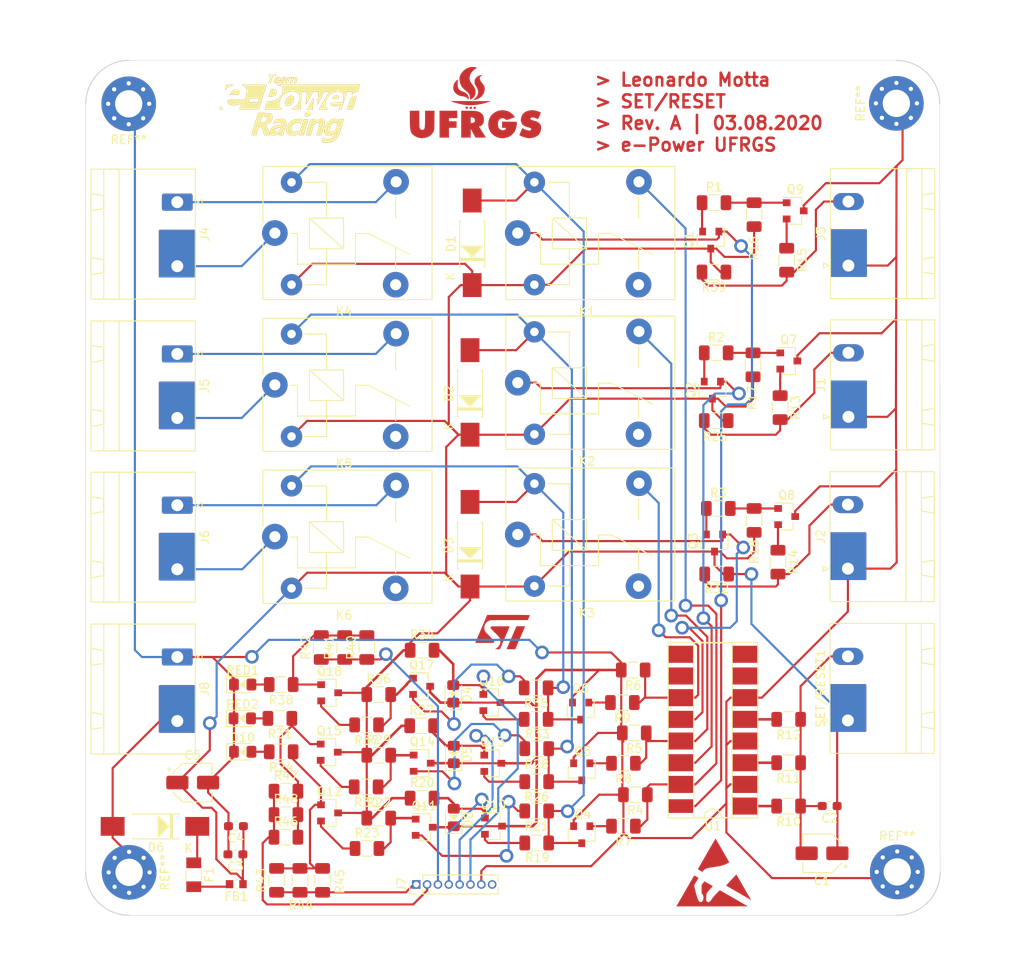
<source format=kicad_pcb>
(kicad_pcb (version 20171130) (host pcbnew "(5.1.5)-3")
  (layers (0 F.Cu signal) (31 B.Cu signal) (34 B.Paste user) (35 F.Paste user) (36 B.SilkS user) (37 F.SilkS user) (38 B.Mask user) (39 F.Mask user) (44 Edge.Cuts user))
  (net 0 "")
  (net 1 "Net-(C1-Pad2)")
  (net 2 +12V)
  (net 3 GND)
  (net 4 "Net-(D1-Pad2)")
  (net 5 "Net-(D2-Pad2)")
  (net 6 "Net-(D3-Pad2)")
  (net 7 "Net-(D6-Pad1)")
  (net 8 "Net-(D10-Pad2)")
  (net 9 "Net-(F1-Pad2)")
  (net 10 "Net-(J1-Pad2)")
  (net 11 "Net-(J2-Pad2)")
  (net 12 "Net-(J3-Pad2)")
  (net 13 "Net-(J4-Pad1)")
  (net 14 "Net-(J4-Pad2)")
  (net 15 "Net-(J5-Pad1)")
  (net 16 "Net-(J5-Pad2)")
  (net 17 "Net-(J6-Pad2)")
  (net 18 "Net-(J6-Pad1)")
  (net 19 /ledRED_IMD)
  (net 20 /ledRED_BMS)
  (net 21 /ledRED_BSPD)
  (net 22 /ledGREEN_IMD)
  (net 23 /ledGREEN_BMS)
  (net 24 /ledGREEN_BSPD)
  (net 25 "Net-(J7-Pad8)")
  (net 26 "Net-(K1-Pad1)")
  (net 27 "Net-(K1-Pad4)")
  (net 28 "Net-(K1-Pad3)")
  (net 29 "Net-(K2-Pad1)")
  (net 30 "Net-(K2-Pad4)")
  (net 31 "Net-(K2-Pad3)")
  (net 32 "Net-(K3-Pad1)")
  (net 33 "Net-(K3-Pad4)")
  (net 34 "Net-(K3-Pad3)")
  (net 35 "Net-(K4-Pad3)")
  (net 36 "Net-(K5-Pad3)")
  (net 37 "Net-(K6-Pad3)")
  (net 38 "Net-(Q1-Pad2)")
  (net 39 "Net-(Q2-Pad2)")
  (net 40 "Net-(Q3-Pad2)")
  (net 41 "Net-(Q7-Pad2)")
  (net 42 "Net-(Q7-Pad1)")
  (net 43 "Net-(Q8-Pad2)")
  (net 44 "Net-(Q8-Pad1)")
  (net 45 "Net-(Q9-Pad1)")
  (net 46 "Net-(Q9-Pad2)")
  (net 47 "Net-(Q10-Pad2)")
  (net 48 "Net-(Q11-Pad1)")
  (net 49 "Net-(Q11-Pad2)")
  (net 50 "Net-(Q12-Pad1)")
  (net 51 "Net-(Q12-Pad2)")
  (net 52 "Net-(Q13-Pad2)")
  (net 53 "Net-(Q14-Pad2)")
  (net 54 "Net-(Q14-Pad1)")
  (net 55 "Net-(Q15-Pad1)")
  (net 56 "Net-(Q15-Pad2)")
  (net 57 "Net-(Q16-Pad2)")
  (net 58 "Net-(Q17-Pad2)")
  (net 59 "Net-(Q17-Pad1)")
  (net 60 "Net-(Q18-Pad2)")
  (net 61 "Net-(Q18-Pad1)")
  (net 62 /A_IMD)
  (net 63 /A_BMS)
  (net 64 /A_BSPD)
  (net 65 "Net-(R31-Pad2)")
  (net 66 "Net-(R38-Pad2)")
  (net 67 "Net-(Q4-Pad1)")
  (net 68 "Net-(Q5-Pad1)")
  (net 69 "Net-(Q6-Pad1)")
  (module e-Power:MountingHole_3.2mm_M3_Pad_Via (layer F.Cu) (at 118.0592 153.6192 270)
    (fp_text reference REF** (at 0 -4.2 90) (layer F.SilkS))
    (fp_text value MountingHole_3.2mm_M3_Pad_Via)
    (pad 1 thru_hole circle (at 1.697056 -1.697056 270) (size 0.8 0.8) (drill 0.5) (layers *.Cu *.Mask))
    (pad 1 thru_hole circle (at 0 -2.4 270) (size 0.8 0.8) (drill 0.5) (layers *.Cu *.Mask))
    (pad 1 thru_hole circle (at -1.697056 -1.697056 270) (size 0.8 0.8) (drill 0.5) (layers *.Cu *.Mask))
    (pad 1 thru_hole circle (at -2.4 0 270) (size 0.8 0.8) (drill 0.5) (layers *.Cu *.Mask))
    (pad 1 thru_hole circle (at -1.697056 1.697056 270) (size 0.8 0.8) (drill 0.5) (layers *.Cu *.Mask))
    (pad 1 thru_hole circle (at 0 2.4 270) (size 0.8 0.8) (drill 0.5) (layers *.Cu *.Mask))
    (pad 1 thru_hole circle (at 1.697056 1.697056 270) (size 0.8 0.8) (drill 0.5) (layers *.Cu *.Mask))
    (pad 1 thru_hole circle (at 2.4 0 270) (size 0.8 0.8) (drill 0.5) (layers *.Cu *.Mask))
    (pad 1 thru_hole circle (at 0 0 270) (size 6.4 6.4) (drill 3.2) (layers *.Cu *.Mask) (net 2 +12V))
  )
  (module e-Power:MountingHole_3.2mm_M3_Pad_Via (layer F.Cu) (at 207.9244 63.5508 90)
    (fp_text reference REF** (at 0 -4.2 90) (layer F.SilkS))
    (fp_text value MountingHole_3.2mm_M3_Pad_Via)
    (pad 1 thru_hole circle (at 1.697056 -1.697056 90) (size 0.8 0.8) (drill 0.5) (layers *.Cu *.Mask))
    (pad 1 thru_hole circle (at 0 -2.4 90) (size 0.8 0.8) (drill 0.5) (layers *.Cu *.Mask))
    (pad 1 thru_hole circle (at -1.697056 -1.697056 90) (size 0.8 0.8) (drill 0.5) (layers *.Cu *.Mask))
    (pad 1 thru_hole circle (at -2.4 0 90) (size 0.8 0.8) (drill 0.5) (layers *.Cu *.Mask))
    (pad 1 thru_hole circle (at -1.697056 1.697056 90) (size 0.8 0.8) (drill 0.5) (layers *.Cu *.Mask))
    (pad 1 thru_hole circle (at 0 2.4 90) (size 0.8 0.8) (drill 0.5) (layers *.Cu *.Mask))
    (pad 1 thru_hole circle (at 1.697056 1.697056 90) (size 0.8 0.8) (drill 0.5) (layers *.Cu *.Mask))
    (pad 1 thru_hole circle (at 2.4 0 90) (size 0.8 0.8) (drill 0.5) (layers *.Cu *.Mask))
    (pad 1 thru_hole circle (at 0 0 90) (size 6.4 6.4) (drill 3.2) (layers *.Cu *.Mask) (net 3 GND))
  )
  (module e-Power:MountingHole_3.2mm_M3_Pad_Via (layer F.Cu) (at 118.0084 63.6016 180)
    (fp_text reference REF** (at 0 -4.2) (layer F.SilkS))
    (fp_text value MountingHole_3.2mm_M3_Pad_Via)
    (pad 1 thru_hole circle (at 1.697056 -1.697056 180) (size 0.8 0.8) (drill 0.5) (layers *.Cu *.Mask))
    (pad 1 thru_hole circle (at 0 -2.4 180) (size 0.8 0.8) (drill 0.5) (layers *.Cu *.Mask))
    (pad 1 thru_hole circle (at -1.697056 -1.697056 180) (size 0.8 0.8) (drill 0.5) (layers *.Cu *.Mask))
    (pad 1 thru_hole circle (at -2.4 0 180) (size 0.8 0.8) (drill 0.5) (layers *.Cu *.Mask))
    (pad 1 thru_hole circle (at -1.697056 1.697056 180) (size 0.8 0.8) (drill 0.5) (layers *.Cu *.Mask))
    (pad 1 thru_hole circle (at 0 2.4 180) (size 0.8 0.8) (drill 0.5) (layers *.Cu *.Mask))
    (pad 1 thru_hole circle (at 1.697056 1.697056 180) (size 0.8 0.8) (drill 0.5) (layers *.Cu *.Mask))
    (pad 1 thru_hole circle (at 2.4 0 180) (size 0.8 0.8) (drill 0.5) (layers *.Cu *.Mask))
    (pad 1 thru_hole circle (at 0 0 180) (size 6.4 6.4) (drill 3.2) (layers *.Cu *.Mask) (net 3 GND))
  )
  (module e-Power:MountingHole_3.2mm_M3_Pad_Via (layer F.Cu) (at 208.026 153.5684)
    (fp_text reference REF** (at 0 -4.2) (layer F.SilkS))
    (fp_text value MountingHole_3.2mm_M3_Pad_Via)
    (pad 1 thru_hole circle (at 1.697056 -1.697056) (size 0.8 0.8) (drill 0.5) (layers *.Cu *.Mask))
    (pad 1 thru_hole circle (at 0 -2.4) (size 0.8 0.8) (drill 0.5) (layers *.Cu *.Mask))
    (pad 1 thru_hole circle (at -1.697056 -1.697056) (size 0.8 0.8) (drill 0.5) (layers *.Cu *.Mask))
    (pad 1 thru_hole circle (at -2.4 0) (size 0.8 0.8) (drill 0.5) (layers *.Cu *.Mask))
    (pad 1 thru_hole circle (at -1.697056 1.697056) (size 0.8 0.8) (drill 0.5) (layers *.Cu *.Mask))
    (pad 1 thru_hole circle (at 0 2.4) (size 0.8 0.8) (drill 0.5) (layers *.Cu *.Mask))
    (pad 1 thru_hole circle (at 1.697056 1.697056) (size 0.8 0.8) (drill 0.5) (layers *.Cu *.Mask))
    (pad 1 thru_hole circle (at 2.4 0) (size 0.8 0.8) (drill 0.5) (layers *.Cu *.Mask))
    (pad 1 thru_hole circle (at 0 0) (size 6.4 6.4) (drill 3.2) (layers *.Cu *.Mask) (net 3 GND))
  )
  (module Resistor_SMD:R_1206_3216Metric (layer F.Cu) (at 191.262 76.584 90)
    (fp_text reference R16 (at -3.934 0 90) (layer F.SilkS))
    (fp_text value 1K)
    (pad 1 smd roundrect (at -1.4 0 90) (size 1.25 1.75) (layers F.Cu F.Paste F.Mask) (roundrect_rratio 0.2) (net 2 +12V))
    (pad 2 smd roundrect (at 1.4 0 90) (size 1.25 1.75) (layers F.Cu F.Paste F.Mask) (roundrect_rratio 0.2) (net 45 "Net-(Q9-Pad1)"))
  )
  (module Connector_Phoenix_GMSTB:PhoenixContact_GMSTBA_2,5_2-G_1x02_P7.50mm_Horizontal (layer F.Cu) (at 202.2475 118.0465 90)
    (fp_text reference J2 (at 3.75 -3.2 90) (layer F.SilkS))
    (fp_text value BSPD)
    (pad 1 thru_hole roundrect (at 0 0 90) (size 2 3.6) (drill 1.4) (layers *.Cu *.Mask) (roundrect_rratio 0.125) (net 3 GND))
    (pad 2 thru_hole oval (at 7.5 0 90) (size 2 3.6) (drill 1.4) (layers *.Cu *.Mask) (net 11 "Net-(J2-Pad2)"))
  )
  (module e-Power:Relay_SPDT_SANYOU_SRD (layer F.Cu) (at 163.576 96.266)
    (fp_text reference K2 (at 8.1 9.2) (layer F.SilkS))
    (fp_text value RELAY_19.1x15.5mm)
    (pad 1 thru_hole circle (at 0 0 90) (size 3 3) (drill 1.3) (layers *.Cu *.Mask) (net 29 "Net-(K2-Pad1)"))
    (pad 5 thru_hole circle (at 1.95 -5.95 90) (size 2.5 2.5) (drill 1) (layers *.Cu *.Mask) (net 5 "Net-(D2-Pad2)"))
    (pad 4 thru_hole circle (at 14.2 -6 90) (size 3 3) (drill 1.3) (layers *.Cu *.Mask) (net 30 "Net-(K2-Pad4)"))
    (pad 3 thru_hole circle (at 14.15 6.05 90) (size 3 3) (drill 1.3) (layers *.Cu *.Mask) (net 31 "Net-(K2-Pad3)"))
    (pad 2 thru_hole circle (at 1.95 6.05 90) (size 2.5 2.5) (drill 1) (layers *.Cu *.Mask) (net 2 +12V))
  )
  (module Package_TO_SOT_SMD:SOT-23 (layer F.Cu) (at 186.624 115.046 270)
    (fp_text reference Q3 (at -0.238 2.474 90) (layer F.SilkS))
    (fp_text value BC557)
    (pad 3 smd rect (at 1 0 270) (size 0.9 0.8) (layers F.Cu F.Paste F.Mask) (net 2 +12V))
    (pad 2 smd rect (at -1 0.95 270) (size 0.9 0.8) (layers F.Cu F.Paste F.Mask) (net 40 "Net-(Q3-Pad2)"))
    (pad 1 smd rect (at -1 -0.95 270) (size 0.9 0.8) (layers F.Cu F.Paste F.Mask) (net 32 "Net-(K3-Pad1)"))
  )
  (module Resistor_SMD:R_1206_3216Metric (layer F.Cu) (at 191.262 112.398 90)
    (fp_text reference R18 (at -3.68 0 90) (layer F.SilkS))
    (fp_text value 1K)
    (pad 2 smd roundrect (at 1.4 0 90) (size 1.25 1.75) (layers F.Cu F.Paste F.Mask) (roundrect_rratio 0.2) (net 44 "Net-(Q8-Pad1)"))
    (pad 1 smd roundrect (at -1.4 0 90) (size 1.25 1.75) (layers F.Cu F.Paste F.Mask) (roundrect_rratio 0.2) (net 2 +12V))
  )
  (module Capacitor_SMD:CP_Elec_4x5.3 (layer F.Cu) (at 199.2156 151.384 180)
    (fp_text reference C1 (at 0 -3.2) (layer F.SilkS))
    (fp_text value 10uF)
    (pad 2 smd roundrect (at 1.8 0 180) (size 2.6 1.6) (layers F.Cu F.Paste F.Mask) (roundrect_rratio 0.15625) (net 1 "Net-(C1-Pad2)"))
    (pad 1 smd roundrect (at -1.8 0 180) (size 2.6 1.6) (layers F.Cu F.Paste F.Mask) (roundrect_rratio 0.15625) (net 2 +12V))
  )
  (module Capacitor_SMD:C_0603_1608Metric_Pad1.05x0.95mm_HandSolder (layer F.Cu) (at 200.1126 145.8468 180)
    (fp_text reference C2 (at 0 -1.43) (layer F.SilkS))
    (fp_text value 100nF)
    (pad 1 smd roundrect (at -0.875 0 180) (size 1.05 0.95) (layers F.Cu F.Paste F.Mask) (net 2 +12V))
    (pad 2 smd roundrect (at 0.875 0 180) (size 1.05 0.95) (layers F.Cu F.Paste F.Mask) (net 1 "Net-(C1-Pad2)"))
  )
  (module Capacitor_SMD:C_0603_1608Metric_Pad1.05x0.95mm_HandSolder (layer F.Cu) (at 130.5052 151.511 180)
    (fp_text reference C3 (at 0 -1.43) (layer F.SilkS))
    (fp_text value 100nF)
    (pad 2 smd roundrect (at 0.875 0 180) (size 1.05 0.95) (layers F.Cu F.Paste F.Mask) (net 3 GND))
    (pad 1 smd roundrect (at -0.875 0 180) (size 1.05 0.95) (layers F.Cu F.Paste F.Mask) (net 2 +12V))
  )
  (module Capacitor_SMD:C_0603_1608Metric_Pad1.05x0.95mm_HandSolder (layer F.Cu) (at 130.5687 148.209 180)
    (fp_text reference C4 (at 0 -1.43) (layer F.SilkS))
    (fp_text value 10nF)
    (pad 1 smd roundrect (at -0.875 0 180) (size 1.05 0.95) (layers F.Cu F.Paste F.Mask) (net 2 +12V))
    (pad 2 smd roundrect (at 0.875 0 180) (size 1.05 0.95) (layers F.Cu F.Paste F.Mask) (net 3 GND))
  )
  (module Capacitor_SMD:CP_Elec_4x5.3 (layer F.Cu) (at 125.5048 143.1036)
    (fp_text reference C5 (at 0 -3.2) (layer F.SilkS))
    (fp_text value 470uF)
    (pad 1 smd roundrect (at -1.8 0) (size 2.6 1.6) (layers F.Cu F.Paste F.Mask) (roundrect_rratio 0.15625) (net 2 +12V))
    (pad 2 smd roundrect (at 1.8 0) (size 2.6 1.6) (layers F.Cu F.Paste F.Mask) (roundrect_rratio 0.15625) (net 3 GND))
  )
  (module e-Power:DO-41_SMD (layer F.Cu) (at 158.242 83.82 90)
    (fp_text reference D1 (at 3.81 -2.47 90) (layer F.SilkS))
    (fp_text value 1N5819)
    (fp_text user K (at 0 -2.54 90) (layer F.SilkS))
    (pad 1 smd rect (at -1.016 0 90) (size 2.8 2.2) (layers F.Cu F.Paste F.Mask) (net 2 +12V))
    (pad 2 smd rect (at 8.89 0 90) (size 2.8 2.2) (layers F.Cu F.Paste F.Mask) (net 4 "Net-(D1-Pad2)"))
  )
  (module e-Power:DO-41_SMD (layer F.Cu) (at 157.988 101.346 90)
    (fp_text reference D2 (at 3.81 -2.47 90) (layer F.SilkS))
    (fp_text value 1N5819)
    (fp_text user K (at 0 -2.54 90) (layer F.SilkS))
    (pad 1 smd rect (at -1.016 0 90) (size 2.8 2.2) (layers F.Cu F.Paste F.Mask) (net 2 +12V))
    (pad 2 smd rect (at 8.89 0 90) (size 2.8 2.2) (layers F.Cu F.Paste F.Mask) (net 5 "Net-(D2-Pad2)"))
  )
  (module e-Power:DO-41_SMD (layer F.Cu) (at 157.988 119.126 90)
    (fp_text reference D3 (at 3.81 -2.47 90) (layer F.SilkS))
    (fp_text value 1N5819)
    (fp_text user K (at 0 -2.54 90) (layer F.SilkS))
    (pad 2 smd rect (at 8.89 0 90) (size 2.8 2.2) (layers F.Cu F.Paste F.Mask) (net 6 "Net-(D3-Pad2)"))
    (pad 1 smd rect (at -1.016 0 90) (size 2.8 2.2) (layers F.Cu F.Paste F.Mask) (net 2 +12V))
  )
  (module e-Power:LED_0805_1.15x1.40mm_HandSolder (layer F.Cu) (at 156.0195 132.715 90)
    (fp_text reference D4 (at -0.0635 1.651 90) (layer F.SilkS))
    (fp_text value GRN)
    (pad 2 smd roundrect (at 1.025 0 90) (size 1.15 1.4) (layers F.Cu F.Paste F.Mask) (roundrect_rratio 0.217391) (net 24 /ledGREEN_BSPD))
    (pad 1 smd roundrect (at -1.025 0 90) (size 1.15 1.4) (layers F.Cu F.Paste F.Mask) (roundrect_rratio 0.217391) (net 3 GND))
  )
  (module e-Power:LED_0805_1.15x1.40mm_HandSolder (layer F.Cu) (at 156.083 139.818 90)
    (fp_text reference D5 (at -0.009 1.5875 90) (layer F.SilkS))
    (fp_text value GRN)
    (pad 1 smd roundrect (at -1.025 0 90) (size 1.15 1.4) (layers F.Cu F.Paste F.Mask) (roundrect_rratio 0.217391) (net 3 GND))
    (pad 2 smd roundrect (at 1.025 0 90) (size 1.15 1.4) (layers F.Cu F.Paste F.Mask) (roundrect_rratio 0.217391) (net 23 /ledGREEN_BMS))
  )
  (module e-Power:DO-41_SMD (layer F.Cu) (at 125.0188 148.2344 180)
    (fp_text reference D6 (at 3.81 -2.47) (layer F.SilkS))
    (fp_text value 1N5819)
    (fp_text user K (at 0 -2.54) (layer F.SilkS))
    (pad 2 smd rect (at 8.89 0 180) (size 2.8 2.2) (layers F.Cu F.Paste F.Mask) (net 2 +12V))
    (pad 1 smd rect (at -1.016 0 180) (size 2.8 2.2) (layers F.Cu F.Paste F.Mask) (net 7 "Net-(D6-Pad1)"))
  )
  (module e-Power:LED_0805_1.15x1.40mm_HandSolder (layer F.Cu) (at 156.083 147.193 90)
    (fp_text reference D8 (at -0.254 1.7145 90) (layer F.SilkS))
    (fp_text value GRN)
    (pad 2 smd roundrect (at 1.025 0 90) (size 1.15 1.4) (layers F.Cu F.Paste F.Mask) (roundrect_rratio 0.217391) (net 22 /ledGREEN_IMD))
    (pad 1 smd roundrect (at -1.025 0 90) (size 1.15 1.4) (layers F.Cu F.Paste F.Mask) (roundrect_rratio 0.217391) (net 3 GND))
  )
  (module e-Power:LED_0805_1.15x1.40mm_HandSolder (layer F.Cu) (at 131.3598 139.4968)
    (fp_text reference D10 (at 0 -1.65) (layer F.SilkS))
    (fp_text value RED)
    (pad 1 smd roundrect (at -1.025 0) (size 1.15 1.4) (layers F.Cu F.Paste F.Mask) (roundrect_rratio 0.217391) (net 3 GND))
    (pad 2 smd roundrect (at 1.025 0) (size 1.15 1.4) (layers F.Cu F.Paste F.Mask) (roundrect_rratio 0.217391) (net 8 "Net-(D10-Pad2)"))
  )
  (module e-Power:FUSE_1206_3216Metric (layer F.Cu) (at 125.6284 153.9016 270)
    (fp_text reference F1 (at 0 -1.82 90) (layer F.SilkS))
    (fp_text value Fuse_1206)
    (pad 1 smd trapezoid (at -1.4 0 270) (size 1.25 1.75) (layers F.Cu F.Paste F.Mask) (net 7 "Net-(D6-Pad1)"))
    (pad 2 smd trapezoid (at 1.4 0 270) (size 1.25 1.75) (layers F.Cu F.Paste F.Mask) (net 9 "Net-(F1-Pad2)"))
  )
  (module e-Power:FB_0603_1608Metric (layer F.Cu) (at 130.6067 155.0035 180)
    (fp_text reference FB1 (at 0 -1.43) (layer F.SilkS))
    (fp_text value Ferrite_Bead_0603)
    (pad 1 smd trapezoid (at -0.7875 0 180) (size 0.875 0.95) (layers F.Cu F.Paste F.Mask) (net 2 +12V))
    (pad 2 smd trapezoid (at 0.7875 0 180) (size 0.875 0.95) (layers F.Cu F.Paste F.Mask) (net 9 "Net-(F1-Pad2)"))
  )
  (module e-Power:e-Power_16.5x8.0mm_Copper (layer F.Cu) (at 136.8552 64.1604)
    (fp_text reference G1 hide)
    (fp_text value e-Power_12.4x6.0mm_Copper hide)
    (fp_poly (pts (xy 0.757684 -3.693043) (xy 0.830629 -3.668723) (xy 0.881023 -3.620452) (xy 0.885753 -3.611593) (xy 0.897227 -3.5821) (xy 0.902185 -3.549056) (xy 0.899463 -3.506073) (xy 0.887898 -3.446767) (xy 0.866324 -3.36475) (xy 0.83358 -3.253639) (xy 0.801352 -3.148542) (xy 0.737546 -2.942167) (xy 0.633356 -2.942167) (xy 0.573516 -2.945257) (xy 0.535837 -2.953145) (xy 0.529166 -2.959087) (xy 0.535183 -2.985343) (xy 0.551382 -3.042346) (xy 0.574982 -3.12054) (xy 0.592292 -3.176045) (xy 0.62981 -3.303217) (xy 0.650486 -3.396564) (xy 0.654473 -3.461035) (xy 0.641924 -3.501579) (xy 0.612993 -3.523144) (xy 0.603095 -3.526181) (xy 0.543182 -3.528135) (xy 0.488921 -3.500348) (xy 0.43834 -3.440073) (xy 0.389469 -3.344567) (xy 0.340338 -3.211086) (xy 0.312957 -3.122084) (xy 0.263439 -2.95275) (xy 0.15016 -2.946258) (xy 0.083007 -2.944881) (xy 0.050961 -2.951632) (xy 0.04716 -2.967425) (xy 0.057067 -2.998049) (xy 0.076018 -3.059796) (xy 0.101129 -3.143172) (xy 0.124746 -3.222565) (xy 0.157662 -3.34365) (xy 0.173438 -3.430594) (xy 0.171659 -3.488149) (xy 0.151908 -3.521064) (xy 0.113768 -3.53409) (xy 0.097359 -3.534834) (xy 0.042786 -3.526043) (xy -0.003725 -3.496396) (xy -0.045625 -3.440977) (xy -0.086364 -3.354872) (xy -0.129393 -3.233166) (xy -0.141525 -3.194621) (xy -0.219525 -2.942167) (xy -0.321429 -2.942167) (xy -0.384232 -2.944952) (xy -0.414877 -2.955768) (xy -0.423316 -2.978302) (xy -0.423334 -2.979942) (xy -0.416554 -3.01975) (xy -0.399036 -3.083312) (xy -0.381346 -3.137182) (xy -0.35465 -3.216851) (xy -0.322768 -3.317376) (xy -0.291988 -3.418863) (xy -0.287901 -3.432782) (xy -0.257446 -3.536975) (xy -0.234836 -3.607393) (xy -0.215154 -3.650626) (xy -0.193486 -3.673264) (xy -0.164917 -3.681898) (xy -0.124531 -3.683116) (xy -0.101275 -3.683001) (xy -0.038964 -3.681837) (xy -0.009555 -3.674487) (xy -0.003615 -3.655156) (xy -0.009551 -3.626665) (xy -0.017436 -3.588108) (xy -0.006793 -3.584064) (xy 0.025196 -3.605711) (xy 0.106458 -3.651683) (xy 0.193022 -3.679883) (xy 0.276417 -3.6903) (xy 0.348171 -3.68292) (xy 0.39981 -3.65773) (xy 0.422863 -3.614717) (xy 0.423333 -3.606325) (xy 0.435524 -3.580026) (xy 0.468819 -3.586376) (xy 0.513267 -3.619865) (xy 0.588029 -3.668857) (xy 0.673159 -3.693169) (xy 0.757684 -3.693043)) (layer F.Cu) (width 0.01))
    (fp_poly (pts (xy -1.874642 -3.979029) (xy -1.769341 -3.977822) (xy -1.695987 -3.975275) (xy -1.649389 -3.970951) (xy -1.624354 -3.964412) (xy -1.61569 -3.955221) (xy -1.617076 -3.945617) (xy -1.632566 -3.898168) (xy -1.642802 -3.860951) (xy -1.652639 -3.834125) (xy -1.671979 -3.818846) (xy -1.71092 -3.811892) (xy -1.779558 -3.810043) (xy -1.802542 -3.81) (xy -1.852112 -3.810703) (xy -1.890779 -3.809741) (xy -1.921427 -3.802511) (xy -1.946941 -3.784411) (xy -1.970202 -3.750837) (xy -1.994096 -3.697185) (xy -2.021506 -3.618853) (xy -2.055315 -3.511237) (xy -2.098406 -3.369734) (xy -2.117457 -3.307292) (xy -2.229161 -2.942167) (xy -2.344512 -2.942167) (xy -2.410304 -2.943765) (xy -2.442368 -2.950654) (xy -2.449254 -2.965972) (xy -2.445377 -2.979209) (xy -2.432773 -3.015957) (xy -2.410822 -3.084412) (xy -2.382085 -3.176175) (xy -2.349126 -3.282849) (xy -2.314504 -3.396035) (xy -2.280783 -3.507336) (xy -2.250524 -3.608353) (xy -2.226288 -3.690688) (xy -2.210637 -3.745943) (xy -2.206481 -3.762375) (xy -2.20365 -3.787781) (xy -2.214555 -3.802045) (xy -2.247941 -3.808372) (xy -2.312552 -3.809966) (xy -2.33645 -3.81) (xy -2.407216 -3.812485) (xy -2.457569 -3.818995) (xy -2.4765 -3.828009) (xy -2.470065 -3.858879) (xy -2.454454 -3.909235) (xy -2.453263 -3.912675) (xy -2.430026 -3.979334) (xy -2.017082 -3.979334) (xy -1.874642 -3.979029)) (layer F.Cu) (width 0.01))
    (fp_poly (pts (xy -0.571724 -3.687213) (xy -0.494244 -3.672289) (xy -0.462164 -3.657833) (xy -0.429975 -3.633183) (xy -0.408097 -3.604427) (xy -0.396892 -3.566191) (xy -0.396723 -3.513102) (xy -0.407953 -3.439787) (xy -0.430945 -3.340874) (xy -0.466061 -3.210988) (xy -0.500482 -3.090334) (xy -0.540182 -2.95275) (xy -0.640508 -2.946299) (xy -0.701689 -2.944608) (xy -0.731516 -2.952277) (xy -0.740574 -2.97291) (xy -0.740834 -2.980462) (xy -0.743372 -3.002779) (xy -0.757234 -3.007828) (xy -0.791789 -2.994718) (xy -0.839671 -2.971038) (xy -0.94147 -2.931469) (xy -1.028098 -2.92593) (xy -1.09491 -2.946626) (xy -1.143043 -2.98984) (xy -1.161948 -3.052529) (xy -1.1544 -3.126461) (xy -1.143965 -3.152179) (xy -0.945986 -3.152179) (xy -0.931014 -3.107867) (xy -0.919922 -3.097694) (xy -0.866793 -3.081459) (xy -0.800808 -3.089861) (xy -0.74473 -3.118169) (xy -0.713845 -3.15451) (xy -0.682108 -3.208043) (xy -0.660184 -3.259274) (xy -0.656167 -3.280033) (xy -0.674094 -3.291689) (xy -0.719062 -3.292182) (xy -0.777855 -3.283434) (xy -0.837254 -3.26737) (xy -0.882103 -3.247148) (xy -0.928662 -3.20264) (xy -0.945986 -3.152179) (xy -1.143965 -3.152179) (xy -1.123178 -3.203405) (xy -1.071058 -3.275128) (xy -1.000818 -3.333399) (xy -0.956734 -3.356206) (xy -0.894535 -3.375503) (xy -0.810739 -3.393179) (xy -0.742585 -3.403057) (xy -0.652695 -3.418949) (xy -0.603463 -3.442886) (xy -0.593787 -3.475981) (xy -0.622564 -3.519344) (xy -0.624872 -3.521681) (xy -0.683987 -3.55115) (xy -0.770767 -3.550115) (xy -0.868474 -3.524024) (xy -0.923263 -3.506073) (xy -0.957754 -3.497393) (xy -0.963199 -3.497566) (xy -0.961083 -3.519473) (xy -0.950429 -3.565391) (xy -0.949117 -3.570299) (xy -0.923885 -3.623026) (xy -0.87513 -3.655215) (xy -0.854517 -3.662736) (xy -0.766155 -3.682616) (xy -0.667126 -3.690715) (xy -0.571724 -3.687213)) (layer F.Cu) (width 0.01))
    (fp_poly (pts (xy -1.226292 -3.68263) (xy -1.147315 -3.647997) (xy -1.100489 -3.592363) (xy -1.082787 -3.51053) (xy -1.085477 -3.440705) (xy -1.095472 -3.357473) (xy -1.110096 -3.300934) (xy -1.136746 -3.265927) (xy -1.18282 -3.247293) (xy -1.255712 -3.239872) (xy -1.362821 -3.238503) (xy -1.375329 -3.2385) (xy -1.470858 -3.236703) (xy -1.549389 -3.231824) (xy -1.601866 -3.224634) (xy -1.61898 -3.217771) (xy -1.620365 -3.180198) (xy -1.594399 -3.135798) (xy -1.550625 -3.098502) (xy -1.530659 -3.088841) (xy -1.461623 -3.078771) (xy -1.367904 -3.087983) (xy -1.305441 -3.097834) (xy -1.26273 -3.101687) (xy -1.251921 -3.100368) (xy -1.252454 -3.077361) (xy -1.264077 -3.033448) (xy -1.287596 -2.991063) (xy -1.331862 -2.963547) (xy -1.377407 -2.949162) (xy -1.521366 -2.925052) (xy -1.644387 -2.933626) (xy -1.714206 -2.958075) (xy -1.791035 -3.01711) (xy -1.832526 -3.098868) (xy -1.838428 -3.202389) (xy -1.809335 -3.324344) (xy -1.772604 -3.397995) (xy -1.566334 -3.397995) (xy -1.547038 -3.392183) (xy -1.496622 -3.388097) (xy -1.431015 -3.386667) (xy -1.352438 -3.389181) (xy -1.306831 -3.398147) (xy -1.285054 -3.4157) (xy -1.282368 -3.421399) (xy -1.276166 -3.481463) (xy -1.302776 -3.525439) (xy -1.353907 -3.547368) (xy -1.421268 -3.541288) (xy -1.439862 -3.534615) (xy -1.48787 -3.50416) (xy -1.533043 -3.459657) (xy -1.562054 -3.415504) (xy -1.566334 -3.397995) (xy -1.772604 -3.397995) (xy -1.746354 -3.450629) (xy -1.657839 -3.55513) (xy -1.550742 -3.633574) (xy -1.432019 -3.681687) (xy -1.308621 -3.695198) (xy -1.226292 -3.68263)) (layer F.Cu) (width 0.01))
    (fp_poly (pts (xy -6.817151 -2.70459) (xy -7.061985 -2.574185) (xy -7.280882 -2.421992) (xy -7.448606 -2.276533) (xy -7.513791 -2.217878) (xy -7.555899 -2.186583) (xy -7.572582 -2.18428) (xy -7.571944 -2.19075) (xy -7.560974 -2.229335) (xy -7.541885 -2.296911) (xy -7.518 -2.381709) (xy -7.506225 -2.423584) (xy -7.478812 -2.520318) (xy -7.45216 -2.612985) (xy -7.43076 -2.68602) (xy -7.42522 -2.70446) (xy -7.39775 -2.794837) (xy -7.000523 -2.79971) (xy -6.603296 -2.804584) (xy -6.817151 -2.70459)) (layer F.Cu) (width 0.01))
    (fp_poly (pts (xy -6.134653 -2.215291) (xy -6.034313 -2.174714) (xy -5.959113 -2.109039) (xy -5.946845 -2.091483) (xy -5.92425 -2.049266) (xy -5.912233 -2.004217) (xy -5.908931 -1.943325) (xy -5.912481 -1.85358) (xy -5.912569 -1.852084) (xy -5.915891 -1.778892) (xy -5.919392 -1.721937) (xy -5.927858 -1.6792) (xy -5.946074 -1.648663) (xy -5.978826 -1.628308) (xy -6.0309 -1.616117) (xy -6.107082 -1.610072) (xy -6.212158 -1.608156) (xy -6.350913 -1.608349) (xy -6.489848 -1.608667) (xy -6.635676 -1.60934) (xy -6.766472 -1.611235) (xy -6.876615 -1.614164) (xy -6.96048 -1.61794) (xy -7.012445 -1.622377) (xy -7.027334 -1.626552) (xy -7.016524 -1.652029) (xy -6.988113 -1.702055) (xy -6.948125 -1.766057) (xy -6.945934 -1.769427) (xy -6.849568 -1.896311) (xy -6.735031 -2.013541) (xy -6.613529 -2.11084) (xy -6.50449 -2.174257) (xy -6.377945 -2.21628) (xy -6.251931 -2.229552) (xy -6.134653 -2.215291)) (layer F.Cu) (width 0.01))
    (fp_poly (pts (xy -1.99041 -2.264716) (xy -1.851956 -2.261023) (xy -1.747796 -2.24893) (xy -1.670411 -2.226635) (xy -1.612278 -2.192337) (xy -1.585929 -2.167856) (xy -1.556141 -2.128798) (xy -1.540685 -2.083287) (xy -1.535462 -2.016321) (xy -1.535305 -1.982615) (xy -1.54018 -1.898367) (xy -1.55743 -1.826688) (xy -1.592602 -1.747319) (xy -1.60756 -1.718828) (xy -1.692518 -1.59153) (xy -1.795152 -1.498961) (xy -1.923558 -1.434613) (xy -1.985984 -1.414752) (xy -2.054934 -1.399959) (xy -2.139379 -1.388077) (xy -2.229639 -1.379626) (xy -2.316035 -1.375124) (xy -2.388885 -1.375091) (xy -2.438511 -1.380046) (xy -2.455334 -1.389585) (xy -2.449413 -1.413043) (xy -2.432859 -1.470841) (xy -2.407483 -1.556857) (xy -2.375098 -1.664968) (xy -2.337515 -1.789052) (xy -2.323785 -1.834085) (xy -2.192235 -2.264834) (xy -1.99041 -2.264716)) (layer F.Cu) (width 0.01))
    (fp_poly (pts (xy 5.58375 -1.55163) (xy 5.633028 -1.539251) (xy 5.672413 -1.512155) (xy 5.685341 -1.49978) (xy 5.718053 -1.460341) (xy 5.734376 -1.416367) (xy 5.739232 -1.351737) (xy 5.73916 -1.323452) (xy 5.738671 -1.252685) (xy 5.735368 -1.200701) (xy 5.723588 -1.164619) (xy 5.697671 -1.141555) (xy 5.651953 -1.128627) (xy 5.580774 -1.122953) (xy 5.478471 -1.121649) (xy 5.343156 -1.121834) (xy 5.223491 -1.122466) (xy 5.120019 -1.124218) (xy 5.039528 -1.126877) (xy 4.988806 -1.130229) (xy 4.974166 -1.133468) (xy 4.987273 -1.172561) (xy 5.021805 -1.231873) (xy 5.07058 -1.300421) (xy 5.126416 -1.367221) (xy 5.128468 -1.369455) (xy 5.235704 -1.467046) (xy 5.345596 -1.526715) (xy 5.466439 -1.552495) (xy 5.508496 -1.554245) (xy 5.58375 -1.55163)) (layer F.Cu) (width 0.01))
    (fp_poly (pts (xy 0.260816 -1.493677) (xy 0.367088 -1.460495) (xy 0.443474 -1.398014) (xy 0.489162 -1.307342) (xy 0.503342 -1.189588) (xy 0.485204 -1.045858) (xy 0.477821 -1.014853) (xy 0.41075 -0.806393) (xy 0.325312 -0.634729) (xy 0.221948 -0.50034) (xy 0.101101 -0.403704) (xy -0.036787 -0.3453) (xy -0.158338 -0.326463) (xy -0.234496 -0.324821) (xy -0.298483 -0.3274) (xy -0.328084 -0.331764) (xy -0.420093 -0.376973) (xy -0.483616 -0.451867) (xy -0.518217 -0.554424) (xy -0.523458 -0.682622) (xy -0.498904 -0.834441) (xy -0.462846 -0.956328) (xy -0.38515 -1.133056) (xy -0.286071 -1.277315) (xy -0.167731 -1.387156) (xy -0.032253 -1.460631) (xy 0.118242 -1.49579) (xy 0.125467 -1.496452) (xy 0.260816 -1.493677)) (layer F.Cu) (width 0.01))
    (fp_poly (pts (xy 7.69509 -1.42434) (xy 7.768171 -1.413819) (xy 7.818145 -1.3951) (xy 7.82491 -1.389645) (xy 7.826792 -1.376069) (xy 7.821377 -1.342904) (xy 7.807578 -1.285993) (xy 7.784307 -1.201178) (xy 7.750476 -1.084303) (xy 7.705037 -0.931334) (xy 7.677884 -0.839692) (xy 7.650471 -0.74571) (xy 7.633904 -0.687917) (xy 7.619705 -0.637994) (xy 7.601914 -0.575963) (xy 7.578955 -0.496376) (xy 7.549252 -0.393788) (xy 7.511232 -0.262749) (xy 7.463318 -0.097813) (xy 7.45027 -0.052917) (xy 7.413356 0.074083) (xy 7.0706 0.079906) (xy 6.956424 0.080905) (xy 6.859544 0.079946) (xy 6.786738 0.077247) (xy 6.744787 0.073021) (xy 6.737377 0.069323) (xy 6.746014 0.045318) (xy 6.765236 -0.013456) (xy 6.793234 -0.101291) (xy 6.8282 -0.212479) (xy 6.868323 -0.34131) (xy 6.900225 -0.4445) (xy 6.960608 -0.637279) (xy 7.012323 -0.794179) (xy 7.057615 -0.920229) (xy 7.098727 -1.020452) (xy 7.137905 -1.099876) (xy 7.17739 -1.163526) (xy 7.219429 -1.216427) (xy 7.26572 -1.263105) (xy 7.335828 -1.324715) (xy 7.392902 -1.36437) (xy 7.45293 -1.390935) (xy 7.531898 -1.413277) (xy 7.540209 -1.415318) (xy 7.614052 -1.425294) (xy 7.69509 -1.42434)) (layer F.Cu) (width 0.01))
    (fp_poly (pts (xy 2.78749 -1.197444) (xy 2.787241 -1.195917) (xy 2.782728 -1.155795) (xy 2.776628 -1.080918) (xy 2.769466 -0.978811) (xy 2.761762 -0.856999) (xy 2.754039 -0.723009) (xy 2.752705 -0.6985) (xy 2.744756 -0.553472) (xy 2.736677 -0.410159) (xy 2.729053 -0.27864) (xy 2.722468 -0.168998) (xy 2.717506 -0.091314) (xy 2.717414 -0.089959) (xy 2.705533 0.084666) (xy 2.368766 0.084666) (xy 2.254759 0.083863) (xy 2.157263 0.081644) (xy 2.083383 0.078295) (xy 2.040221 0.074102) (xy 2.032 0.071132) (xy 2.042293 0.047237) (xy 2.069003 -0.00099) (xy 2.0987 -0.050576) (xy 2.250695 -0.30789) (xy 2.273908 -0.34925) (xy 2.294121 -0.384378) (xy 2.330375 -0.446364) (xy 2.37708 -0.525677) (xy 2.416711 -0.592667) (xy 2.478354 -0.697705) (xy 2.550256 -0.821829) (xy 2.622085 -0.947134) (xy 2.667138 -1.026584) (xy 2.72069 -1.118668) (xy 2.759564 -1.179198) (xy 2.782313 -1.206137) (xy 2.78749 -1.197444)) (layer F.Cu) (width 0.01))
    (fp_poly (pts (xy -1.47157 -2.807316) (xy -1.409682 -2.803778) (xy -1.372925 -2.802857) (xy -1.295816 -2.80196) (xy -1.180339 -2.801091) (xy -1.028474 -2.800253) (xy -0.842206 -2.79945) (xy -0.623515 -2.798686) (xy -0.374384 -2.797966) (xy -0.096795 -2.797293) (xy 0.207269 -2.79667) (xy 0.535827 -2.796103) (xy 0.886896 -2.795595) (xy 1.258494 -2.79515) (xy 1.648639 -2.794772) (xy 2.055348 -2.794464) (xy 2.47664 -2.794231) (xy 2.910532 -2.794077) (xy 3.355041 -2.794005) (xy 3.504438 -2.794) (xy 8.251322 -2.794) (xy 8.230998 -2.735792) (xy 8.218278 -2.696207) (xy 8.196203 -2.62426) (xy 8.167272 -2.528232) (xy 8.133986 -2.416401) (xy 8.111129 -2.338917) (xy 8.011583 -2.00025) (xy 7.871434 -1.988193) (xy 7.70238 -1.953579) (xy 7.548448 -1.879805) (xy 7.408477 -1.766289) (xy 7.39014 -1.747416) (xy 7.332675 -1.689115) (xy 7.298508 -1.662884) (xy 7.285743 -1.670491) (xy 7.292485 -1.713705) (xy 7.31684 -1.794294) (xy 7.322247 -1.810782) (xy 7.342203 -1.878563) (xy 7.352946 -1.930085) (xy 7.352748 -1.951651) (xy 7.328975 -1.957645) (xy 7.270676 -1.9627) (xy 7.185659 -1.966397) (xy 7.081729 -1.968321) (xy 7.037155 -1.968501) (xy 6.917544 -1.968196) (xy 6.833176 -1.96661) (xy 6.776965 -1.962735) (xy 6.741819 -1.955562) (xy 6.720653 -1.944084) (xy 6.706376 -1.927293) (xy 6.702256 -1.920876) (xy 6.675122 -1.863548) (xy 6.6583 -1.80975) (xy 6.647425 -1.7689) (xy 6.62668 -1.697086) (xy 6.598929 -1.603718) (xy 6.567035 -1.498207) (xy 6.533863 -1.389961) (xy 6.502277 -1.28839) (xy 6.475141 -1.202903) (xy 6.45535 -1.143) (xy 6.441822 -1.101228) (xy 6.419592 -1.029911) (xy 6.39207 -0.940067) (xy 6.370211 -0.867834) (xy 6.329073 -0.731971) (xy 6.285409 -0.589169) (xy 6.241364 -0.446298) (xy 6.199081 -0.31023) (xy 6.160702 -0.187836) (xy 6.128373 -0.085987) (xy 6.104236 -0.011556) (xy 6.091234 0.026458) (xy 6.079606 0.053854) (xy 6.063426 0.070865) (xy 6.033692 0.079871) (xy 5.981406 0.083252) (xy 5.897568 0.083385) (xy 5.876473 0.083234) (xy 5.786429 0.081549) (xy 5.734385 0.077675) (xy 5.716036 0.070926) (xy 5.727076 0.060616) (xy 5.728897 0.059715) (xy 5.764287 0.026606) (xy 5.797416 -0.029386) (xy 5.805752 -0.049978) (xy 5.841244 -0.153316) (xy 5.872149 -0.250169) (xy 5.896135 -0.332475) (xy 5.910874 -0.392176) (xy 5.914034 -0.421211) (xy 5.913411 -0.422378) (xy 5.889606 -0.421558) (xy 5.843715 -0.406944) (xy 5.8359 -0.403789) (xy 5.619364 -0.333371) (xy 5.392648 -0.294964) (xy 5.281083 -0.289003) (xy 5.121468 -0.297756) (xy 4.997453 -0.328573) (xy 4.908093 -0.382149) (xy 4.852443 -0.45918) (xy 4.829558 -0.560364) (xy 4.830172 -0.621125) (xy 4.836583 -0.709084) (xy 5.516866 -0.714666) (xy 6.19715 -0.720247) (xy 6.233525 -0.831082) (xy 6.298789 -1.055607) (xy 6.336793 -1.250651) (xy 6.347421 -1.419222) (xy 6.330554 -1.564326) (xy 6.286076 -1.688969) (xy 6.21387 -1.796159) (xy 6.195063 -1.816848) (xy 6.079081 -1.908839) (xy 5.938383 -1.971522) (xy 5.778298 -2.005414) (xy 5.604156 -2.011027) (xy 5.421288 -1.988876) (xy 5.235024 -1.939476) (xy 5.050694 -1.86334) (xy 4.873628 -1.760983) (xy 4.7625 -1.678634) (xy 4.58232 -1.504563) (xy 4.429283 -1.298447) (xy 4.303118 -1.059891) (xy 4.247596 -0.921661) (xy 4.219232 -0.838199) (xy 4.200788 -0.765815) (xy 4.190041 -0.690262) (xy 4.184769 -0.597292) (xy 4.183076 -0.508) (xy 4.182757 -0.399042) (xy 4.185596 -0.321812) (xy 4.193086 -0.265736) (xy 4.206718 -0.220242) (xy 4.227982 -0.174758) (xy 4.230833 -0.169334) (xy 4.278184 -0.096328) (xy 4.339506 -0.022053) (xy 4.366647 0.005291) (xy 4.452043 0.084666) (xy 3.939272 0.084666) (xy 3.797607 0.084043) (xy 3.671674 0.082291) (xy 3.567099 0.079589) (xy 3.489504 0.076112) (xy 3.444513 0.072039) (xy 3.435488 0.068791) (xy 3.451886 0.040819) (xy 3.487321 -0.018957) (xy 3.539093 -0.106012) (xy 3.604501 -0.215823) (xy 3.680846 -0.343866) (xy 3.765427 -0.485618) (xy 3.855544 -0.636555) (xy 3.948496 -0.792154) (xy 4.041585 -0.947891) (xy 4.132109 -1.099242) (xy 4.217368 -1.241684) (xy 4.294663 -1.370694) (xy 4.30978 -1.395906) (xy 4.390913 -1.532314) (xy 4.463882 -1.65715) (xy 4.526085 -1.765792) (xy 4.574921 -1.853614) (xy 4.60779 -1.915992) (xy 4.62209 -1.948302) (xy 4.622322 -1.951531) (xy 4.596566 -1.96016) (xy 4.538216 -1.965928) (xy 4.456908 -1.968988) (xy 4.362272 -1.969493) (xy 4.263942 -1.967598) (xy 4.171552 -1.963456) (xy 4.094733 -1.957219) (xy 4.04312 -1.949043) (xy 4.026975 -1.942042) (xy 4.012993 -1.917751) (xy 3.982212 -1.859926) (xy 3.936842 -1.772858) (xy 3.879094 -1.660837) (xy 3.811179 -1.528155) (xy 3.735307 -1.379103) (xy 3.653689 -1.217972) (xy 3.639869 -1.190612) (xy 3.558309 -1.029471) (xy 3.482813 -0.881049) (xy 3.415468 -0.749394) (xy 3.358362 -0.638557) (xy 3.313585 -0.552588) (xy 3.283224 -0.495536) (xy 3.269368 -0.471451) (xy 3.268762 -0.470945) (xy 3.268413 -0.492895) (xy 3.271708 -0.547234) (xy 3.277994 -0.624241) (xy 3.281915 -0.66675) (xy 3.292733 -0.788614) (xy 3.305052 -0.941492) (xy 3.318064 -1.114131) (xy 3.330964 -1.295273) (xy 3.342946 -1.473665) (xy 3.353202 -1.638051) (xy 3.359605 -1.751542) (xy 3.371049 -1.9685) (xy 3.062909 -1.9685) (xy 2.754768 -1.968501) (xy 2.34745 -1.254125) (xy 2.255972 -1.093966) (xy 2.170103 -0.944157) (xy 2.092316 -0.808973) (xy 2.025081 -0.692687) (xy 1.97087 -0.599571) (xy 1.932157 -0.533898) (xy 1.911412 -0.499942) (xy 1.909697 -0.497417) (xy 1.88859 -0.470293) (xy 1.885181 -0.478434) (xy 1.89197 -0.511041) (xy 1.897716 -0.54833) (xy 1.906529 -0.620636) (xy 1.917627 -0.720818) (xy 1.930227 -0.841735) (xy 1.943547 -0.976247) (xy 1.947648 -1.019041) (xy 1.961812 -1.165675) (xy 1.976131 -1.309729) (xy 1.989629 -1.441672) (xy 2.001329 -1.551977) (xy 2.010252 -1.631114) (xy 2.01131 -1.639862) (xy 2.021381 -1.732197) (xy 2.028742 -1.819085) (xy 2.03196 -1.883294) (xy 2.032 -1.88857) (xy 2.032 -1.9685) (xy 1.38084 -1.9685) (xy 1.368178 -1.793875) (xy 1.364124 -1.722602) (xy 1.359623 -1.61745) (xy 1.354963 -1.486868) (xy 1.350432 -1.339303) (xy 1.346319 -1.183205) (xy 1.344195 -1.090084) (xy 1.340327 -0.920848) (xy 1.335854 -0.743976) (xy 1.331091 -0.570817) (xy 1.326357 -0.412723) (xy 1.321969 -0.281042) (xy 1.320374 -0.238125) (xy 1.307876 0.084666) (xy 0.775646 0.084283) (xy 0.243416 0.083899) (xy 0.357767 0.020868) (xy 0.57594 -0.12139) (xy 0.761064 -0.289784) (xy 0.914269 -0.485476) (xy 1.00532 -0.643677) (xy 1.08933 -0.82839) (xy 1.145297 -0.995765) (xy 1.176274 -1.157193) (xy 1.185333 -1.315709) (xy 1.183706 -1.410773) (xy 1.176489 -1.479639) (xy 1.160173 -1.538394) (xy 1.131251 -1.603122) (xy 1.116231 -1.632623) (xy 1.024088 -1.766252) (xy 0.901221 -1.871173) (xy 0.748322 -1.947051) (xy 0.566086 -1.993548) (xy 0.355207 -2.010327) (xy 0.337225 -2.010376) (xy 0.085457 -1.99005) (xy -0.155209 -1.932044) (xy -0.380632 -1.838844) (xy -0.586672 -1.712937) (xy -0.76919 -1.556807) (xy -0.924047 -1.372941) (xy -1.036554 -1.185385) (xy -1.125809 -0.977179) (xy -1.183173 -0.776167) (xy -1.208826 -0.585881) (xy -1.202949 -0.409853) (xy -1.165723 -0.251615) (xy -1.097327 -0.114701) (xy -0.997944 -0.002642) (xy -0.975148 0.015875) (xy -0.88571 0.084666) (xy -1.892772 0.084666) (xy -2.131452 0.084483) (xy -2.330977 0.083873) (xy -2.49452 0.082749) (xy -2.625258 0.081021) (xy -2.726366 0.078601) (xy -2.80102 0.075399) (xy -2.852394 0.071327) (xy -2.883666 0.066295) (xy -2.898009 0.060216) (xy -2.899834 0.056481) (xy -2.893703 0.022121) (xy -2.877228 -0.042411) (xy -2.853288 -0.12707) (xy -2.824758 -0.221811) (xy -2.794517 -0.31659) (xy -2.783608 -0.34925) (xy -2.764459 -0.408447) (xy -2.738136 -0.49329) (xy -2.70927 -0.58877) (xy -2.698688 -0.624417) (xy -2.67334 -0.710223) (xy -2.652231 -0.781559) (xy -2.638445 -0.828011) (xy -2.63523 -0.838757) (xy -2.610627 -0.849991) (xy -2.544717 -0.859766) (xy -2.438507 -0.867973) (xy -2.303545 -0.874137) (xy -2.127811 -0.883383) (xy -1.983206 -0.898869) (xy -1.858695 -0.923017) (xy -1.743246 -0.95825) (xy -1.625825 -1.006989) (xy -1.564475 -1.036412) (xy -1.363087 -1.154566) (xy -1.190808 -1.29662) (xy -1.041842 -1.468203) (xy -0.913967 -1.668489) (xy -0.857167 -1.801171) (xy -0.816783 -1.959224) (xy -0.796232 -2.127733) (xy -0.794336 -2.19075) (xy -0.795391 -2.286299) (xy -0.801095 -2.353111) (xy -0.814204 -2.404741) (xy -0.837471 -2.454743) (xy -0.853814 -2.483435) (xy -0.932128 -2.582932) (xy -1.040558 -2.663902) (xy -1.182002 -2.727837) (xy -1.359359 -2.776234) (xy -1.456234 -2.794083) (xy -1.51306 -2.803505) (xy -1.53607 -2.808536) (xy -1.522996 -2.809649) (xy -1.47157 -2.807316)) (layer F.Cu) (width 0.01))
    (fp_poly (pts (xy -4.141297 -2.79871) (xy -3.900222 -2.797606) (xy -3.671831 -2.796354) (xy -3.459609 -2.794987) (xy -3.267041 -2.793536) (xy -3.097611 -2.792035) (xy -2.954805 -2.790514) (xy -2.842108 -2.789007) (xy -2.763003 -2.787546) (xy -2.720977 -2.786164) (xy -2.714946 -2.785501) (xy -2.719344 -2.764344) (xy -2.735054 -2.707254) (xy -2.760746 -2.618697) (xy -2.79509 -2.503143) (xy -2.836758 -2.365059) (xy -2.88442 -2.208914) (xy -2.936747 -2.039175) (xy -2.943063 -2.018792) (xy -2.998198 -1.840972) (xy -3.051076 -1.670429) (xy -3.099978 -1.512713) (xy -3.143181 -1.37337) (xy -3.178968 -1.257949) (xy -3.205617 -1.171999) (xy -3.221169 -1.121834) (xy -3.250984 -1.024746) (xy -3.282674 -0.920155) (xy -3.301487 -0.85725) (xy -3.32424 -0.781674) (xy -3.357252 -0.673581) (xy -3.398092 -0.540844) (xy -3.444333 -0.391334) (xy -3.493544 -0.232923) (xy -3.543296 -0.073482) (xy -3.549731 -0.052917) (xy -3.589483 0.074083) (xy -4.736028 0.079556) (xy -5.882574 0.08503) (xy -5.852812 0.02664) (xy -5.834514 -0.017695) (xy -5.80858 -0.091357) (xy -5.778893 -0.182939) (xy -5.757249 -0.254) (xy -5.728298 -0.350068) (xy -5.701703 -0.435257) (xy -5.680902 -0.498724) (xy -5.671205 -0.525462) (xy -5.658832 -0.576427) (xy -5.676082 -0.597157) (xy -5.722962 -0.587653) (xy -5.753194 -0.573785) (xy -5.875252 -0.522142) (xy -6.026156 -0.474389) (xy -6.192421 -0.434119) (xy -6.360561 -0.404926) (xy -6.409908 -0.398803) (xy -6.607648 -0.387616) (xy -6.783466 -0.399531) (xy -6.933901 -0.433531) (xy -7.055494 -0.488599) (xy -7.144785 -0.563717) (xy -7.185876 -0.62697) (xy -7.224165 -0.742485) (xy -7.227147 -0.772861) (xy -4.81901 -0.772861) (xy -4.816422 -0.763627) (xy -4.791103 -0.755787) (xy -4.73044 -0.749488) (xy -4.641393 -0.744708) (xy -4.530922 -0.741424) (xy -4.405987 -0.739613) (xy -4.273549 -0.739252) (xy -4.140568 -0.740317) (xy -4.014004 -0.742786) (xy -3.900817 -0.746636) (xy -3.807968 -0.751843) (xy -3.742417 -0.758384) (xy -3.711123 -0.766237) (xy -3.70998 -0.767292) (xy -3.69543 -0.797938) (xy -3.673206 -0.857697) (xy -3.647032 -0.93491) (xy -3.620631 -1.017921) (xy -3.597727 -1.09507) (xy -3.582043 -1.154701) (xy -3.577167 -1.183141) (xy -3.59286 -1.190953) (xy -3.641302 -1.197079) (xy -3.724536 -1.201605) (xy -3.844605 -1.204616) (xy -4.003553 -1.206198) (xy -4.135186 -1.2065) (xy -4.693205 -1.2065) (xy -4.729841 -1.084792) (xy -4.756454 -0.999612) (xy -4.784408 -0.915016) (xy -4.798492 -0.874752) (xy -4.815077 -0.816117) (xy -4.81901 -0.772861) (xy -7.227147 -0.772861) (xy -7.235947 -0.862471) (xy -7.224999 -0.94806) (xy -7.206861 -1.017704) (xy -6.262642 -1.016444) (xy -6.065803 -1.016465) (xy -5.881372 -1.017029) (xy -5.713797 -1.018083) (xy -5.567522 -1.019575) (xy -5.446996 -1.021451) (xy -5.356666 -1.023658) (xy -5.300977 -1.026144) (xy -5.284758 -1.028103) (xy -5.267787 -1.044868) (xy -5.246441 -1.085723) (xy -5.219528 -1.153983) (xy -5.185857 -1.252963) (xy -5.144235 -1.385979) (xy -5.09347 -1.556345) (xy -5.08745 -1.576917) (xy -5.067233 -1.669101) (xy -5.054894 -1.784146) (xy -5.049598 -1.930616) (xy -5.049293 -1.9685) (xy -5.04825 -2.233084) (xy -5.128699 -2.394194) (xy -5.187654 -2.502636) (xy -5.246037 -2.583441) (xy -5.315684 -2.649447) (xy -5.408431 -2.713489) (xy -5.441865 -2.733841) (xy -5.560314 -2.804584) (xy -4.141297 -2.79871)) (layer F.Cu) (width 0.01))
    (fp_poly (pts (xy -8.07343 -0.214884) (xy -8.044623 -0.165779) (xy -7.995884 -0.100836) (xy -7.937559 -0.033799) (xy -7.935311 -0.031414) (xy -7.825526 0.084666) (xy -8.196792 0.084666) (xy -8.183955 0.020481) (xy -8.170709 -0.036339) (xy -8.150574 -0.112865) (xy -8.136441 -0.162988) (xy -8.101764 -0.282272) (xy -8.07343 -0.214884)) (layer F.Cu) (width 0.01))
    (fp_poly (pts (xy 2.29282 0.373527) (xy 2.37089 0.412798) (xy 2.422495 0.475859) (xy 2.442874 0.559192) (xy 2.432141 0.643133) (xy 2.384954 0.74377) (xy 2.308433 0.829062) (xy 2.211714 0.89433) (xy 2.103935 0.934895) (xy 1.994231 0.946075) (xy 1.89174 0.923192) (xy 1.888332 0.921688) (xy 1.818397 0.87134) (xy 1.780418 0.80269) (xy 1.772106 0.722328) (xy 1.791173 0.63684) (xy 1.83533 0.552816) (xy 1.90229 0.476841) (xy 1.989763 0.415505) (xy 2.076345 0.380422) (xy 2.193051 0.361563) (xy 2.29282 0.373527)) (layer F.Cu) (width 0.01))
    (fp_poly (pts (xy 3.862669 1.232468) (xy 3.967472 1.275426) (xy 4.042273 1.343123) (xy 4.09102 1.438496) (xy 4.106557 1.496063) (xy 4.116134 1.569334) (xy 4.114827 1.65439) (xy 4.101681 1.756363) (xy 4.075742 1.880387) (xy 4.036053 2.031595) (xy 3.981661 2.215119) (xy 3.959582 2.286) (xy 3.916219 2.424054) (xy 3.87048 2.569995) (xy 3.826743 2.709842) (xy 3.789381 2.829611) (xy 3.775771 2.873375) (xy 3.701814 3.1115) (xy 3.427823 3.1115) (xy 3.31132 3.11136) (xy 3.231617 3.108676) (xy 3.18319 3.100055) (xy 3.160513 3.0821) (xy 3.158064 3.051418) (xy 3.170316 3.004613) (xy 3.184236 2.961812) (xy 3.199582 2.913818) (xy 3.221507 2.844074) (xy 3.251043 2.749251) (xy 3.289221 2.626024) (xy 3.337074 2.471065) (xy 3.395633 2.281045) (xy 3.438426 2.142032) (xy 3.478588 1.980348) (xy 3.489995 1.849669) (xy 3.472631 1.749914) (xy 3.42648 1.681003) (xy 3.351526 1.642858) (xy 3.336203 1.63948) (xy 3.228033 1.637588) (xy 3.121303 1.674115) (xy 3.012692 1.750459) (xy 2.964842 1.795615) (xy 2.92019 1.841728) (xy 2.886093 1.881766) (xy 2.858612 1.923745) (xy 2.833805 1.975681) (xy 2.807732 2.04559) (xy 2.776454 2.141489) (xy 2.744614 2.243666) (xy 2.707797 2.362053) (xy 2.673097 2.472734) (xy 2.643431 2.566465) (xy 2.621719 2.634001) (xy 2.614298 2.656416) (xy 2.594779 2.71609) (xy 2.567913 2.800942) (xy 2.538548 2.895609) (xy 2.529163 2.926291) (xy 2.472739 3.1115) (xy 2.199453 3.1115) (xy 2.076807 3.110189) (xy 1.992811 3.106038) (xy 1.943855 3.098716) (xy 1.92633 3.087891) (xy 1.926166 3.086486) (xy 1.932075 3.06047) (xy 1.948493 3.000577) (xy 1.973461 2.913384) (xy 2.005018 2.80547) (xy 2.041203 2.683412) (xy 2.080056 2.553787) (xy 2.119616 2.423173) (xy 2.157922 2.298149) (xy 2.193015 2.185291) (xy 2.221538 2.0955) (xy 2.245365 2.020129) (xy 2.275744 1.921955) (xy 2.307187 1.81876) (xy 2.316277 1.788583) (xy 2.345354 1.693052) (xy 2.373603 1.602489) (xy 2.39633 1.531868) (xy 2.402528 1.513416) (xy 2.427784 1.43419) (xy 2.45186 1.350191) (xy 2.454861 1.338791) (xy 2.478131 1.248833) (xy 3.050852 1.248833) (xy 3.035456 1.296458) (xy 3.000021 1.4098) (xy 2.979614 1.484186) (xy 2.974089 1.520178) (xy 2.976423 1.524) (xy 2.997356 1.511606) (xy 3.040549 1.479409) (xy 3.086535 1.44261) (xy 3.248111 1.327645) (xy 3.406867 1.252255) (xy 3.568191 1.214485) (xy 3.723915 1.211311) (xy 3.862669 1.232468)) (layer F.Cu) (width 0.01))
    (fp_poly (pts (xy 2.032812 1.249239) (xy 2.111722 1.251018) (xy 2.160807 1.255015) (xy 2.186321 1.262071) (xy 2.194515 1.27303) (xy 2.192587 1.285875) (xy 2.162231 1.383054) (xy 2.12294 1.509183) (xy 2.078285 1.652768) (xy 2.031839 1.802314) (xy 1.987173 1.946327) (xy 1.947859 2.073314) (xy 1.944272 2.084916) (xy 1.910159 2.194773) (xy 1.877927 2.29766) (xy 1.850943 2.382895) (xy 1.83257 2.439796) (xy 1.830925 2.44475) (xy 1.814256 2.496044) (xy 1.788299 2.577597) (xy 1.756272 2.679227) (xy 1.721396 2.79075) (xy 1.71215 2.820458) (xy 1.621669 3.1115) (xy 1.350584 3.1115) (xy 1.239028 3.111071) (xy 1.163041 3.109121) (xy 1.115865 3.104654) (xy 1.09074 3.096674) (xy 1.080907 3.084187) (xy 1.0795 3.071574) (xy 1.085931 3.03289) (xy 1.102919 2.967388) (xy 1.127006 2.888199) (xy 1.131073 2.875783) (xy 1.151217 2.813316) (xy 1.181413 2.717588) (xy 1.219409 2.595844) (xy 1.262951 2.455327) (xy 1.309785 2.303283) (xy 1.353983 2.159) (xy 1.400379 2.007571) (xy 1.444212 1.865372) (xy 1.483538 1.738642) (xy 1.516412 1.633623) (xy 1.540891 1.556555) (xy 1.555028 1.513681) (xy 1.555121 1.513416) (xy 1.580877 1.434168) (xy 1.605198 1.350152) (xy 1.608194 1.338791) (xy 1.631465 1.248833) (xy 1.917825 1.248833) (xy 2.032812 1.249239)) (layer F.Cu) (width 0.01))
    (fp_poly (pts (xy -3.050251 0.512992) (xy -2.846243 0.515915) (xy -2.679574 0.52001) (xy -2.545252 0.52608) (xy -2.438282 0.534927) (xy -2.353673 0.547356) (xy -2.286432 0.564169) (xy -2.231565 0.58617) (xy -2.18408 0.614162) (xy -2.138985 0.648948) (xy -2.123799 0.662036) (xy -2.046296 0.749732) (xy -2.003039 0.850886) (xy -1.989667 0.97502) (xy -2.010235 1.151568) (xy -2.069571 1.322364) (xy -2.164127 1.482808) (xy -2.290354 1.6283) (xy -2.444703 1.754241) (xy -2.623625 1.856031) (xy -2.692068 1.885366) (xy -2.754618 1.910852) (xy -2.799045 1.930517) (xy -2.813107 1.938225) (xy -2.804269 1.95537) (xy -2.771415 1.986152) (xy -2.765467 1.990918) (xy -2.72009 2.036811) (xy -2.672321 2.100041) (xy -2.656333 2.125483) (xy -2.630923 2.17728) (xy -2.598307 2.256299) (xy -2.560641 2.355934) (xy -2.520081 2.469579) (xy -2.478783 2.590626) (xy -2.438903 2.712471) (xy -2.402598 2.828506) (xy -2.372024 2.932125) (xy -2.349337 3.016721) (xy -2.336693 3.075689) (xy -2.336249 3.102423) (xy -2.337225 3.103196) (xy -2.366376 3.106211) (xy -2.429539 3.107999) (xy -2.518411 3.108468) (xy -2.624687 3.107529) (xy -2.666237 3.106815) (xy -2.970444 3.100916) (xy -3.007428 2.9845) (xy -3.028941 2.914668) (xy -3.057669 2.818534) (xy -3.089329 2.710536) (xy -3.111045 2.63525) (xy -3.16191 2.468082) (xy -3.208325 2.338862) (xy -3.251961 2.243648) (xy -3.294491 2.178499) (xy -3.313242 2.158381) (xy -3.349557 2.132495) (xy -3.39574 2.120795) (xy -3.466407 2.120044) (xy -3.48282 2.12082) (xy -3.605573 2.12725) (xy -3.632267 2.211916) (xy -3.648392 2.263524) (xy -3.673758 2.345246) (xy -3.70516 2.446736) (xy -3.739393 2.557646) (xy -3.747001 2.582333) (xy -3.782754 2.697753) (xy -3.817774 2.809712) (xy -3.848379 2.906507) (xy -3.870885 2.976435) (xy -3.873539 2.9845) (xy -3.912036 3.100916) (xy -4.18748 3.106811) (xy -4.290868 3.107814) (xy -4.377981 3.10637) (xy -4.440627 3.102783) (xy -4.470613 3.097359) (xy -4.4719 3.096228) (xy -4.468625 3.071863) (xy -4.454245 3.013551) (xy -4.430533 2.927669) (xy -4.399259 2.820598) (xy -4.362195 2.698716) (xy -4.355633 2.677583) (xy -4.309982 2.530852) (xy -4.261956 2.376243) (xy -4.215508 2.226499) (xy -4.174591 2.094361) (xy -4.148786 2.010833) (xy -4.108932 1.881751) (xy -4.062575 1.731826) (xy -4.032694 1.635297) (xy -3.44709 1.635297) (xy -3.431438 1.659378) (xy -3.388141 1.669664) (xy -3.311184 1.671972) (xy -3.264959 1.671959) (xy -3.160875 1.669306) (xy -3.083566 1.659855) (xy -3.017677 1.640964) (xy -2.971755 1.621466) (xy -2.838952 1.54078) (xy -2.738526 1.439266) (xy -2.673379 1.320973) (xy -2.646412 1.189944) (xy -2.645834 1.167083) (xy -2.65615 1.082918) (xy -2.689664 1.01966) (xy -2.750221 0.975137) (xy -2.841665 0.947173) (xy -2.967843 0.933596) (xy -3.062699 0.931451) (xy -3.236148 0.931333) (xy -3.312515 1.180041) (xy -3.345422 1.286706) (xy -3.376963 1.388064) (xy -3.403348 1.471977) (xy -3.419525 1.522478) (xy -3.441114 1.591604) (xy -3.44709 1.635297) (xy -4.032694 1.635297) (xy -4.015774 1.580642) (xy -3.978533 1.4605) (xy -3.93619 1.323151) (xy -3.888778 1.167985) (xy -3.842465 1.015252) (xy -3.807706 0.899583) (xy -3.775256 0.792526) (xy -3.744946 0.695416) (xy -3.719855 0.617923) (xy -3.703059 0.569716) (xy -3.701224 0.565065) (xy -3.676918 0.505715) (xy -3.050251 0.512992)) (layer F.Cu) (width 0.01))
    (fp_poly (pts (xy 1.112644 1.210903) (xy 1.213138 1.221558) (xy 1.306582 1.236982) (xy 1.382076 1.255293) (xy 1.42872 1.274612) (xy 1.434319 1.279097) (xy 1.432257 1.301194) (xy 1.420603 1.353638) (xy 1.402096 1.426606) (xy 1.379477 1.51027) (xy 1.355486 1.594807) (xy 1.332864 1.670391) (xy 1.314351 1.727196) (xy 1.302687 1.755397) (xy 1.30108 1.756833) (xy 1.281764 1.747348) (xy 1.236682 1.722861) (xy 1.193291 1.698625) (xy 1.069424 1.651823) (xy 0.929805 1.637909) (xy 0.783528 1.655498) (xy 0.639688 1.703202) (xy 0.507379 1.779636) (xy 0.470298 1.808803) (xy 0.379715 1.905559) (xy 0.300169 2.028047) (xy 0.238051 2.163021) (xy 0.199751 2.297237) (xy 0.1905 2.388803) (xy 0.210324 2.49823) (xy 0.264984 2.596285) (xy 0.34726 2.670903) (xy 0.365732 2.681602) (xy 0.452676 2.709511) (xy 0.56533 2.719168) (xy 0.691439 2.711052) (xy 0.818749 2.685643) (xy 0.894291 2.660882) (xy 0.963347 2.6365) (xy 1.014062 2.623235) (xy 1.036772 2.623528) (xy 1.037166 2.624821) (xy 1.030559 2.654213) (xy 1.013539 2.709387) (xy 0.997581 2.756164) (xy 0.969685 2.838795) (xy 0.943726 2.921744) (xy 0.933989 2.955511) (xy 0.917519 3.002865) (xy 0.893235 3.037547) (xy 0.853317 3.064226) (xy 0.789945 3.087574) (xy 0.695299 3.11226) (xy 0.656166 3.121428) (xy 0.507719 3.144803) (xy 0.345541 3.152189) (xy 0.185601 3.143894) (xy 0.043873 3.12023) (xy 0.002729 3.108756) (xy -0.139594 3.044073) (xy -0.252793 2.948998) (xy -0.337643 2.822722) (xy -0.383063 2.707326) (xy -0.430087 2.552507) (xy -0.384847 2.350461) (xy -0.318921 2.123819) (xy -0.227129 1.925256) (xy -0.104866 1.746244) (xy 0.010035 1.61925) (xy 0.197836 1.459531) (xy 0.401728 1.338918) (xy 0.622201 1.257212) (xy 0.859743 1.21421) (xy 1.016 1.206899) (xy 1.112644 1.210903)) (layer F.Cu) (width 0.01))
    (fp_poly (pts (xy -0.80698 1.219157) (xy -0.659682 1.256041) (xy -0.540964 1.315515) (xy -0.454307 1.395946) (xy -0.410668 1.473591) (xy -0.388336 1.573836) (xy -0.384308 1.701483) (xy -0.39785 1.846122) (xy -0.428233 1.997342) (xy -0.453594 2.084916) (xy -0.486892 2.187605) (xy -0.516196 2.279258) (xy -0.5454 2.372306) (xy -0.578402 2.47918) (xy -0.619098 2.612308) (xy -0.626088 2.63525) (xy -0.658469 2.740338) (xy -0.69278 2.849752) (xy -0.72279 2.943665) (xy -0.729197 2.963333) (xy -0.774279 3.100916) (xy -1.032723 3.106859) (xy -1.145524 3.109331) (xy -1.221646 3.108145) (xy -1.266746 3.099573) (xy -1.286479 3.07989) (xy -1.286499 3.045369) (xy -1.272463 2.992283) (xy -1.261489 2.956114) (xy -1.245316 2.890259) (xy -1.248223 2.861726) (xy -1.270814 2.869746) (xy -1.303762 2.902297) (xy -1.413493 2.997255) (xy -1.548223 3.071935) (xy -1.697498 3.123493) (xy -1.850865 3.149088) (xy -1.99787 3.145877) (xy -2.105144 3.120193) (xy -2.209285 3.065836) (xy -2.279357 2.989966) (xy -2.31693 2.889706) (xy -2.323575 2.762175) (xy -2.320548 2.725308) (xy -2.291581 2.597008) (xy -1.756755 2.597008) (xy -1.746943 2.671483) (xy -1.714039 2.719118) (xy -1.653077 2.743206) (xy -1.559092 2.747041) (xy -1.532967 2.745456) (xy -1.426856 2.728833) (xy -1.34079 2.692892) (xy -1.31675 2.677993) (xy -1.250921 2.626949) (xy -1.19134 2.568782) (xy -1.176004 2.550345) (xy -1.142518 2.497745) (xy -1.105729 2.427119) (xy -1.071798 2.352096) (xy -1.04689 2.286307) (xy -1.037167 2.243383) (xy -1.037167 2.243287) (xy -1.051175 2.233803) (xy -1.09529 2.232276) (xy -1.172653 2.23893) (xy -1.286405 2.253987) (xy -1.373666 2.267186) (xy -1.523591 2.303546) (xy -1.63637 2.360077) (xy -1.712139 2.436897) (xy -1.751032 2.534121) (xy -1.756755 2.597008) (xy -2.291581 2.597008) (xy -2.285627 2.570638) (xy -2.217428 2.419119) (xy -2.123355 2.285608) (xy -2.077884 2.238452) (xy -1.986568 2.161021) (xy -1.89233 2.099759) (xy -1.787342 2.051755) (xy -1.663781 2.014093) (xy -1.513822 1.983861) (xy -1.329638 1.958144) (xy -1.322917 1.957342) (xy -1.186499 1.941051) (xy -1.086259 1.928149) (xy -1.016358 1.916856) (xy -0.970959 1.905392) (xy -0.944222 1.891974) (xy -0.93031 1.874823) (xy -0.923383 1.852158) (xy -0.920018 1.834453) (xy -0.9186 1.740871) (xy -0.952591 1.66927) (xy -1.020673 1.620576) (xy -1.121528 1.595714) (xy -1.253839 1.595611) (xy -1.259309 1.596093) (xy -1.45529 1.624937) (xy -1.629263 1.675684) (xy -1.735053 1.720877) (xy -1.796925 1.748945) (xy -1.84145 1.766243) (xy -1.857352 1.769204) (xy -1.855665 1.746878) (xy -1.844098 1.711943) (xy -1.828069 1.667121) (xy -1.804788 1.596393) (xy -1.779074 1.514432) (xy -1.777059 1.507838) (xy -1.750482 1.427035) (xy -1.72793 1.378292) (xy -1.703786 1.352451) (xy -1.674713 1.340878) (xy -1.625171 1.325383) (xy -1.598084 1.312106) (xy -1.561633 1.297549) (xy -1.492941 1.28006) (xy -1.401848 1.261317) (xy -1.298195 1.243) (xy -1.191822 1.22679) (xy -1.092568 1.214365) (xy -1.010275 1.207406) (xy -0.979378 1.2065) (xy -0.80698 1.219157)) (layer F.Cu) (width 0.01))
    (fp_poly (pts (xy 5.341118 1.210381) (xy 5.468944 1.237955) (xy 5.574406 1.29051) (xy 5.65104 1.366525) (xy 5.660452 1.381192) (xy 5.691877 1.430534) (xy 5.711069 1.447316) (xy 5.725668 1.436353) (xy 5.731554 1.426005) (xy 5.750856 1.376938) (xy 5.767094 1.317625) (xy 5.781863 1.248833) (xy 6.068196 1.248833) (xy 6.188208 1.249741) (xy 6.270794 1.252776) (xy 6.320831 1.258405) (xy 6.343195 1.267093) (xy 6.344979 1.275291) (xy 6.336449 1.302142) (xy 6.317489 1.363727) (xy 6.289865 1.454244) (xy 6.255345 1.567889) (xy 6.215696 1.698859) (xy 6.182214 1.80975) (xy 6.139297 1.951359) (xy 6.09956 2.081187) (xy 6.064883 2.193189) (xy 6.037148 2.281322) (xy 6.018235 2.339542) (xy 6.010913 2.360083) (xy 5.990929 2.415213) (xy 5.979101 2.455333) (xy 5.946666 2.571358) (xy 5.906337 2.702018) (xy 5.861619 2.837196) (xy 5.816015 2.966771) (xy 5.773031 3.080624) (xy 5.736168 3.168636) (xy 5.721736 3.198619) (xy 5.59102 3.407572) (xy 5.431557 3.585677) (xy 5.244197 3.732353) (xy 5.029791 3.847019) (xy 4.789189 3.929095) (xy 4.594513 3.968547) (xy 4.47526 3.98539) (xy 4.383048 3.994554) (xy 4.303283 3.996006) (xy 4.221368 3.989717) (xy 4.12271 3.975655) (xy 4.072915 3.967449) (xy 3.984237 3.951027) (xy 3.904897 3.933675) (xy 3.849734 3.918695) (xy 3.843158 3.916369) (xy 3.817755 3.905989) (xy 3.801673 3.893159) (xy 3.795423 3.871241) (xy 3.799514 3.833599) (xy 3.814454 3.773594) (xy 3.840753 3.68459) (xy 3.867684 3.59662) (xy 3.923393 3.41499) (xy 4.04615 3.476332) (xy 4.219363 3.541566) (xy 4.398796 3.570182) (xy 4.577656 3.563159) (xy 4.749152 3.521478) (xy 4.90649 3.44612) (xy 5.042878 3.338064) (xy 5.049284 3.331555) (xy 5.141876 3.21325) (xy 5.219091 3.069429) (xy 5.267095 2.9351) (xy 5.277976 2.89649) (xy 5.281634 2.874488) (xy 5.272538 2.870763) (xy 5.245152 2.886987) (xy 5.193943 2.924829) (xy 5.123216 2.97852) (xy 5.00241 3.051435) (xy 4.861722 3.106709) (xy 4.71311 3.141758) (xy 4.568529 3.153999) (xy 4.439937 3.140849) (xy 4.409724 3.132678) (xy 4.276689 3.074463) (xy 4.17705 2.993046) (xy 4.109182 2.886009) (xy 4.071461 2.750936) (xy 4.061883 2.615308) (xy 4.063367 2.508119) (xy 4.069721 2.425021) (xy 4.076003 2.390854) (xy 4.663526 2.390854) (xy 4.670215 2.511834) (xy 4.708697 2.608326) (xy 4.774442 2.677585) (xy 4.862919 2.716866) (xy 4.969598 2.723422) (xy 5.089948 2.694509) (xy 5.133766 2.675832) (xy 5.258808 2.593429) (xy 5.366015 2.474034) (xy 5.454041 2.319645) (xy 5.521538 2.132261) (xy 5.535071 2.080395) (xy 5.557996 1.950508) (xy 5.555207 1.848136) (xy 5.525751 1.766459) (xy 5.483794 1.712871) (xy 5.400829 1.657694) (xy 5.301909 1.636453) (xy 5.19375 1.647331) (xy 5.083064 1.68851) (xy 4.976565 1.758174) (xy 4.880965 1.854504) (xy 4.86017 1.881691) (xy 4.79321 1.992091) (xy 4.73402 2.122749) (xy 4.689048 2.256963) (xy 4.664745 2.378032) (xy 4.663526 2.390854) (xy 4.076003 2.390854) (xy 4.083792 2.348501) (xy 4.108432 2.261043) (xy 4.13071 2.192311) (xy 4.225861 1.959916) (xy 4.347344 1.752749) (xy 4.492212 1.573894) (xy 4.657522 1.426432) (xy 4.840328 1.313444) (xy 5.037686 1.238014) (xy 5.044225 1.236251) (xy 5.19739 1.209306) (xy 5.341118 1.210381)) (layer F.Cu) (width 0.01))
  )
  (module e-Power:ESD-Logo_8.9x8mm_Copper (layer F.Cu) (at 186.5376 153.6192)
    (fp_text reference G2 hide)
    (fp_text value UFRGS_1_11.0x6.0mm_Copper hide)
    (fp_poly (pts (xy -2.259251 0.392036) (xy -2.215456 0.408972) (xy -2.148707 0.442601) (xy -2.052863 0.495334) (xy -2.045401 0.499525) (xy -1.957129 0.550001) (xy -1.882637 0.594223) (xy -1.82924 0.627731) (xy -1.804254 0.646064) (xy -1.803555 0.646962) (xy -1.809591 0.672414) (xy -1.837277 0.729255) (xy -1.884812 0.814389) (xy -1.950389 0.924717) (xy -2.032203 1.057144) (xy -2.128452 1.208571) (xy -2.152406 1.245707) (xy -2.214817 1.348757) (xy -2.260263 1.437432) (xy -2.284754 1.503714) (xy -2.287267 1.516807) (xy -2.286152 1.574443) (xy -2.273657 1.665865) (xy -2.25134 1.785208) (xy -2.22076 1.926609) (xy -2.183472 2.084203) (xy -2.141035 2.252126) (xy -2.095006 2.424514) (xy -2.046943 2.595501) (xy -1.998403 2.759224) (xy -1.950943 2.909818) (xy -1.906122 3.04142) (xy -1.865497 3.148163) (xy -1.837177 3.211494) (xy -1.803817 3.278957) (xy -1.772318 3.343511) (xy -1.770613 3.347045) (xy -1.718502 3.41225) (xy -1.642446 3.456156) (xy -1.553908 3.477197) (xy -1.464352 3.473807) (xy -1.385242 3.444423) (xy -1.340736 3.405736) (xy -1.276644 3.299636) (xy -1.229678 3.167405) (xy -1.20391 3.022527) (xy -1.200259 2.940394) (xy -1.214961 2.787105) (xy -1.25811 2.660166) (xy -1.332028 2.553418) (xy -1.355079 2.529657) (xy -1.423675 2.463009) (xy -1.428386 1.991916) (xy -1.433097 1.520822) (xy -1.313054 1.339106) (xy -1.256723 1.256856) (xy -1.202472 1.182865) (xy -1.158041 1.127448) (xy -1.138944 1.107056) (xy -1.084876 1.056723) (xy -1.01165 1.096158) (xy -0.965367 1.124415) (xy -0.940043 1.146354) (xy -0.938424 1.150299) (xy -0.921116 1.167023) (xy -0.891503 1.179476) (xy -0.862886 1.1907) (xy -0.819066 1.212024) (xy -0.756282 1.245529) (xy -0.670772 1.293296) (xy -0.558774 1.357407) (xy -0.416527 1.439944) (xy -0.339227 1.485065) (xy -0.248298 1.539111) (xy -0.188661 1.577604) (xy -0.155039 1.605044) (xy -0.142156 1.625934) (xy -0.144735 1.644775) (xy -0.146885 1.649152) (xy -0.167803 1.676714) (xy -0.21256 1.728416) (xy -0.275943 1.798475) (xy -0.352738 1.881107) (xy -0.419156 1.951156) (xy -0.57221 2.117414) (xy -0.691944 2.261519) (xy -0.779427 2.384921) (xy -0.835726 2.489068) (xy -0.854716 2.541954) (xy -0.86256 2.58825) (xy -0.870662 2.667221) (xy -0.878309 2.769846) (xy -0.884788 2.887103) (xy -0.887837 2.961248) (xy -0.892092 3.089427) (xy -0.893964 3.183138) (xy -0.892901 3.249583) (xy -0.888354 3.295961) (xy -0.879773 3.329474) (xy -0.866606 3.357321) (xy -0.856265 3.374324) (xy -0.796544 3.439862) (xy -0.719589 3.485532) (xy -0.63862 3.50545) (xy -0.577942 3.498244) (xy -0.523001 3.467066) (xy -0.454133 3.41123) (xy -0.380995 3.340474) (xy -0.313248 3.264537) (xy -0.26055 3.193159) (xy -0.241147 3.158668) (xy -0.212081 3.111441) (xy -0.159217 3.039506) (xy -0.087384 2.948485) (xy -0.001412 2.844) (xy 0.093868 2.731675) (xy 0.193627 2.61713) (xy 0.293034 2.50599) (xy 0.387259 2.403875) (xy 0.471473 2.316408) (xy 0.537591 2.252198) (xy 0.610999 2.188057) (xy 0.672753 2.140763) (xy 0.716066 2.115235) (xy 0.730445 2.112429) (xy 0.752479 2.123752) (xy 0.807438 2.154144) (xy 0.892152 2.20178) (xy 1.003448 2.264835) (xy 1.138156 2.341485) (xy 1.293103 2.429905) (xy 1.465119 2.52827) (xy 1.651032 2.634756) (xy 1.84767 2.747537) (xy 2.051863 2.864789) (xy 2.260439 2.984687) (xy 2.470225 3.105407) (xy 2.678052 3.225123) (xy 2.880747 3.342011) (xy 3.07514 3.454246) (xy 3.258058 3.560004) (xy 3.42633 3.65746) (xy 3.576785 3.744788) (xy 3.706251 3.820165) (xy 3.811557 3.881765) (xy 3.889532 3.927764) (xy 3.937004 3.956337) (xy 3.950763 3.965304) (xy 3.932231 3.967076) (xy 3.873933 3.968799) (xy 3.777809 3.970464) (xy 3.645799 3.972063) (xy 3.479846 3.973587) (xy 3.281889 3.975029) (xy 3.05387 3.97638) (xy 2.797729 3.977632) (xy 2.515408 3.978776) (xy 2.208847 3.979804) (xy 1.879987 3.980708) (xy 1.530769 3.981479) (xy 1.163135 3.982109) (xy 0.779024 3.98259) (xy 0.380377 3.982914) (xy -0.030863 3.983072) (xy -0.20342 3.983087) (xy -4.377414 3.983087) (xy -4.079732 3.466954) (xy -4.016714 3.357665) (xy -3.935594 3.21694) (xy -3.839084 3.049486) (xy -3.729897 2.860012) (xy -3.610745 2.653223) (xy -3.48434 2.433828) (xy -3.353395 2.206533) (xy -3.220621 1.976046) (xy -3.088731 1.747073) (xy -3.055376 1.689163) (xy -2.933753 1.478232) (xy -2.817772 1.277535) (xy -2.709175 1.090059) (xy -2.609706 0.918792) (xy -2.521108 0.766723) (xy -2.445122 0.636838) (xy -2.383493 0.532125) (xy -2.337963 0.455573) (xy -2.310275 0.410169) (xy -2.302528 0.398609) (xy -2.286228 0.389385) (xy -2.259251 0.392036)) (layer F.Cu) (width 0.01))
    (fp_poly (pts (xy 2.676146 0.315908) (xy 2.691469 0.34159) (xy 2.725911 0.400469) (xy 2.777769 0.489602) (xy 2.84534 0.606049) (xy 2.926921 0.746867) (xy 3.020809 0.909114) (xy 3.125299 1.089849) (xy 3.23869 1.28613) (xy 3.359278 1.495016) (xy 3.483313 1.710017) (xy 3.609987 1.929649) (xy 3.731608 2.140495) (xy 3.846412 2.339499) (xy 3.952638 2.523607) (xy 4.048523 2.689765) (xy 4.132302 2.834917) (xy 4.202214 2.956009) (xy 4.256496 3.049988) (xy 4.293385 3.113797) (xy 4.310731 3.143719) (xy 4.339007 3.194271) (xy 4.354382 3.225914) (xy 4.355224 3.23142) (xy 4.336488 3.221082) (xy 4.284386 3.191407) (xy 4.20164 3.143968) (xy 4.090975 3.080333) (xy 3.955114 3.002074) (xy 3.796781 2.910759) (xy 3.618698 2.80796) (xy 3.42359 2.695247) (xy 3.21418 2.574189) (xy 2.993191 2.446357) (xy 2.909113 2.397702) (xy 2.68417 2.267567) (xy 2.469524 2.143497) (xy 2.267932 2.027077) (xy 2.082148 1.919893) (xy 1.914928 1.823531) (xy 1.769027 1.739578) (xy 1.647201 1.66962) (xy 1.552204 1.615243) (xy 1.486792 1.578034) (xy 1.45372 1.559578) (xy 1.450262 1.55783) (xy 1.460339 1.542005) (xy 1.495407 1.499692) (xy 1.551885 1.43479) (xy 1.626193 1.351196) (xy 1.714752 1.252809) (xy 1.81398 1.143525) (xy 1.920298 1.027244) (xy 2.030125 0.907862) (xy 2.139882 0.789277) (xy 2.245988 0.675388) (xy 2.344862 0.570092) (xy 2.432926 0.477287) (xy 2.506599 0.40087) (xy 2.5623 0.34474) (xy 2.581403 0.326335) (xy 2.644708 0.266872) (xy 2.676146 0.315908)) (layer F.Cu) (width 0.01))
    (fp_poly (pts (xy 0.220878 -3.923834) (xy 0.251876 -3.873462) (xy 0.299634 -3.793659) (xy 0.362194 -3.68782) (xy 0.437597 -3.559341) (xy 0.523885 -3.411616) (xy 0.619101 -3.248042) (xy 0.721285 -3.072013) (xy 0.828481 -2.886925) (xy 0.938729 -2.696173) (xy 1.050071 -2.503153) (xy 1.16055 -2.311259) (xy 1.268207 -2.123889) (xy 1.371084 -1.944435) (xy 1.467223 -1.776295) (xy 1.554665 -1.622863) (xy 1.631453 -1.487535) (xy 1.695628 -1.373706) (xy 1.745233 -1.284771) (xy 1.778309 -1.224126) (xy 1.792897 -1.195167) (xy 1.793431 -1.193356) (xy 1.775321 -1.168783) (xy 1.72498 -1.131193) (xy 1.648395 -1.084278) (xy 1.551552 -1.031726) (xy 1.450167 -0.981787) (xy 1.312215 -0.921231) (xy 1.167142 -0.866821) (xy 1.00995 -0.817349) (xy 0.835643 -0.771605) (xy 0.639222 -0.72838) (xy 0.415689 -0.686466) (xy 0.160048 -0.644653) (xy -0.104394 -0.605716) (xy -0.334148 -0.571172) (xy -0.527083 -0.536974) (xy -0.688036 -0.501423) (xy -0.821845 -0.462818) (xy -0.93335 -0.419461) (xy -1.027386 -0.369652) (xy -1.108794 -0.311691) (xy -1.18241 -0.24388) (xy -1.206149 -0.218688) (xy -1.257603 -0.160042) (xy -1.295666 -0.112185) (xy -1.313323 -0.084042) (xy -1.313794 -0.081735) (xy -1.319972 -0.067584) (xy -1.34141 -0.067425) (xy -1.382467 -0.083139) (xy -1.447499 -0.116609) (xy -1.540863 -0.169719) (xy -1.605748 -0.207912) (xy -1.702499 -0.267615) (xy -1.777688 -0.318737) (xy -1.826261 -0.357601) (xy -1.843165 -0.380528) (xy -1.843155 -0.380695) (xy -1.832672 -0.402544) (xy -1.803069 -0.457261) (xy -1.756062 -0.541864) (xy -1.693371 -0.653371) (xy -1.616714 -0.788799) (xy -1.527809 -0.945167) (xy -1.428374 -1.119493) (xy -1.320128 -1.308794) (xy -1.204789 -1.510089) (xy -1.084076 -1.720395) (xy -0.959706 -1.936729) (xy -0.833399 -2.156111) (xy -0.706873 -2.375558) (xy -0.581845 -2.592088) (xy -0.460035 -2.802719) (xy -0.343161 -3.004468) (xy -0.23294 -3.194353) (xy -0.131092 -3.369394) (xy -0.039335 -3.526606) (xy 0.040613 -3.663009) (xy 0.107034 -3.77562) (xy 0.158209 -3.861457) (xy 0.19242 -3.917538) (xy 0.207948 -3.940881) (xy 0.208598 -3.941379) (xy 0.220878 -3.923834)) (layer F.Cu) (width 0.01))
  )
  (module e-Power:ST_6.5x4.1mm_Copper (layer F.Cu) (at 161.798 125.476)
    (fp_text reference G3 hide)
    (fp_text value "ST Logo" hide)
    (fp_poly (pts (xy 1.170589 -2.003539) (xy 1.590372 -2.002806) (xy 1.957117 -2.00156) (xy 2.272527 -1.999778) (xy 2.538303 -1.997441) (xy 2.756147 -1.994528) (xy 2.927763 -1.991016) (xy 3.054851 -1.986886) (xy 3.139115 -1.982117) (xy 3.182256 -1.976687) (xy 3.189111 -1.973136) (xy 3.178203 -1.93583) (xy 3.148774 -1.859575) (xy 3.105772 -1.756757) (xy 3.070774 -1.676802) (xy 2.952436 -1.411112) (xy 0.785832 -1.411112) (xy 0.384717 -1.41108) (xy 0.03605 -1.410918) (xy -0.264163 -1.410524) (xy -0.519917 -1.409798) (xy -0.735209 -1.408637) (xy -0.914033 -1.406942) (xy -1.060384 -1.40461) (xy -1.178259 -1.401541) (xy -1.271652 -1.397634) (xy -1.344559 -1.392787) (xy -1.400975 -1.3869) (xy -1.444895 -1.379871) (xy -1.480315 -1.371599) (xy -1.51123 -1.361983) (xy -1.537964 -1.352298) (xy -1.744748 -1.247533) (xy -1.911533 -1.106159) (xy -2.03545 -0.93408) (xy -2.113632 -0.737198) (xy -2.143208 -0.521418) (xy -2.121312 -0.292643) (xy -2.097862 -0.200037) (xy -2.081192 -0.149859) (xy -2.05983 -0.102542) (xy -2.02883 -0.052214) (xy -1.983245 0.006998) (xy -1.918129 0.080966) (xy -1.828535 0.175562) (xy -1.709518 0.296658) (xy -1.556131 0.450126) (xy -1.519307 0.486802) (xy -1.354794 0.65147) (xy -1.226848 0.781954) (xy -1.13125 0.883091) (xy -1.063781 0.959718) (xy -1.020224 1.016671) (xy -0.99636 1.058787) (xy -0.98797 1.090903) (xy -0.987778 1.096261) (xy -0.988536 1.139197) (xy -0.994208 1.174403) (xy -1.00989 1.202647) (xy -1.040677 1.224696) (xy -1.091665 1.241316) (xy -1.16795 1.253275) (xy -1.274628 1.26134) (xy -1.416795 1.266278) (xy -1.599546 1.268856) (xy -1.827977 1.26984) (xy -2.107184 1.269999) (xy -2.141957 1.27) (xy -3.192915 1.27) (xy -3.173326 1.2065) (xy -3.145424 1.132928) (xy -3.114719 1.066285) (xy -3.091305 1.015916) (xy -3.050428 0.92352) (xy -2.996445 0.799125) (xy -2.933712 0.65276) (xy -2.875658 0.515951) (xy -2.79494 0.32517) (xy -2.706069 0.115665) (xy -2.617696 -0.092206) (xy -2.538471 -0.278085) (xy -2.506548 -0.352778) (xy -2.43289 -0.525084) (xy -2.346385 -0.727709) (xy -2.256261 -0.939025) (xy -2.171745 -1.137402) (xy -2.145338 -1.199445) (xy -2.075566 -1.362991) (xy -2.007054 -1.522823) (xy -1.945527 -1.665641) (xy -1.896706 -1.778149) (xy -1.875089 -1.827389) (xy -1.796981 -2.003778) (xy 0.696065 -2.003778) (xy 1.170589 -2.003539)) (layer F.Cu) (width 0.01))
    (fp_poly (pts (xy 2.608566 -0.61462) (xy 2.592537 -0.573207) (xy 2.557088 -0.487195) (xy 2.505256 -0.363772) (xy 2.440079 -0.210123) (xy 2.364595 -0.033435) (xy 2.281841 0.159106) (xy 2.265598 0.196769) (xy 2.167289 0.424712) (xy 2.06236 0.668212) (xy 1.956937 0.913039) (xy 1.857145 1.144962) (xy 1.769112 1.349751) (xy 1.715502 1.474611) (xy 1.488469 2.003777) (xy 0.984123 2.003777) (xy 0.822462 2.003009) (xy 0.68228 2.000875) (xy 0.572518 1.997633) (xy 0.502111 1.99354) (xy 0.479778 1.989283) (xy 0.490568 1.959518) (xy 0.520124 1.888164) (xy 0.56422 1.785185) (xy 0.618633 1.660542) (xy 0.632344 1.629449) (xy 0.683988 1.511714) (xy 0.753234 1.352616) (xy 0.835518 1.162704) (xy 0.92628 0.952528) (xy 1.020956 0.732635) (xy 1.114986 0.513576) (xy 1.123421 0.493888) (xy 1.212747 0.285731) (xy 1.299164 0.085029) (xy 1.378995 -0.099729) (xy 1.448564 -0.260055) (xy 1.504194 -0.387459) (xy 1.542207 -0.473453) (xy 1.548231 -0.486834) (xy 1.634528 -0.677334) (xy 2.62847 -0.677334) (xy 2.608566 -0.61462)) (layer F.Cu) (width 0.01))
    (fp_poly (pts (xy 0.300412 -0.672536) (xy 0.503729 -0.670621) (xy 0.658557 -0.66706) (xy 0.762578 -0.661896) (xy 0.81347 -0.655171) (xy 0.818445 -0.651882) (xy 0.807677 -0.620361) (xy 0.777078 -0.543158) (xy 0.729202 -0.426409) (xy 0.666602 -0.276246) (xy 0.591833 -0.098805) (xy 0.50745 0.09978) (xy 0.43318 0.273377) (xy 0.33295 0.507015) (xy 0.231306 0.74405) (xy 0.132568 0.974399) (xy 0.041058 1.18798) (xy -0.038905 1.37471) (xy -0.103 1.524506) (xy -0.126909 1.580444) (xy -0.301734 1.989666) (xy -0.5742 1.997744) (xy -0.690389 1.999992) (xy -0.781898 1.999486) (xy -0.836581 1.996422) (xy -0.846667 1.99337) (xy -0.824605 1.973151) (xy -0.768327 1.935375) (xy -0.726722 1.909999) (xy -0.542501 1.768959) (xy -0.395327 1.588258) (xy -0.323014 1.453444) (xy -0.285339 1.360981) (xy -0.264136 1.281827) (xy -0.256099 1.194577) (xy -0.25792 1.077827) (xy -0.259494 1.042253) (xy -0.267158 0.93573) (xy -0.282186 0.842396) (xy -0.308943 0.75566) (xy -0.351794 0.668932) (xy -0.415103 0.575621) (xy -0.503235 0.469138) (xy -0.620554 0.342892) (xy -0.771426 0.190294) (xy -0.92175 0.042333) (xy -1.058289 -0.093055) (xy -1.180158 -0.21746) (xy -1.281802 -0.324917) (xy -1.357663 -0.409461) (xy -1.402185 -0.465125) (xy -1.411727 -0.483707) (xy -1.394367 -0.538171) (xy -1.357184 -0.596596) (xy -1.303257 -0.663223) (xy -0.242406 -0.67126) (xy 0.050927 -0.672763) (xy 0.300412 -0.672536)) (layer F.Cu) (width 0.01))
  )
  (module e-Power:UFRGS_14.7x8.0mm_Copper (layer F.Cu) (at 158.6484 63.4492)
    (fp_text reference G4 hide)
    (fp_text value UFRGS_1_14.7x8.0mm_Copper hide)
    (fp_poly (pts (xy -6.604 1.927526) (xy -6.602659 2.26458) (xy -6.598261 2.527183) (xy -6.590244 2.725514) (xy -6.578046 2.869752) (xy -6.561105 2.970075) (xy -6.543289 3.026686) (xy -6.451536 3.154785) (xy -6.31572 3.211604) (xy -6.15671 3.199249) (xy -6.088958 3.173217) (xy -6.0357 3.126873) (xy -5.99526 3.050949) (xy -5.965963 2.93618) (xy -5.946131 2.773299) (xy -5.93409 2.55304) (xy -5.928162 2.266137) (xy -5.926666 1.927526) (xy -5.926666 0.973666) (xy -4.818832 0.973666) (xy -4.833922 2.106083) (xy -4.838757 2.446689) (xy -4.843747 2.713866) (xy -4.849856 2.918846) (xy -4.858046 3.072863) (xy -4.869279 3.18715) (xy -4.884518 3.27294) (xy -4.904725 3.341468) (xy -4.930863 3.403964) (xy -4.94822 3.440048) (xy -5.118618 3.693785) (xy -5.350017 3.898773) (xy -5.631018 4.050155) (xy -5.950218 4.143074) (xy -6.29622 4.172673) (xy -6.601947 4.144581) (xy -6.867402 4.069095) (xy -7.121291 3.943745) (xy -7.338129 3.783554) (xy -7.475177 3.629907) (xy -7.541839 3.519728) (xy -7.594735 3.396873) (xy -7.635321 3.250589) (xy -7.665049 3.070127) (xy -7.685374 2.844735) (xy -7.697751 2.563662) (xy -7.703634 2.216158) (xy -7.704666 1.933282) (xy -7.704666 0.973666) (xy -6.604 0.973666) (xy -6.604 1.927526)) (layer F.Cu) (width 0.01))
    (fp_poly (pts (xy 3.362891 0.921267) (xy 3.724185 1.006898) (xy 3.918639 1.086332) (xy 4.033792 1.155128) (xy 4.168924 1.256824) (xy 4.307079 1.37573) (xy 4.431298 1.496156) (xy 4.524622 1.60241) (xy 4.570092 1.678801) (xy 4.572 1.690849) (xy 4.534623 1.717291) (xy 4.432832 1.764929) (xy 4.282141 1.827023) (xy 4.098062 1.896834) (xy 4.096622 1.89736) (xy 3.895136 1.970142) (xy 3.757311 2.016164) (xy 3.667425 2.038111) (xy 3.609757 2.03867) (xy 3.568587 2.020528) (xy 3.535705 1.993212) (xy 3.347856 1.865523) (xy 3.159166 1.822289) (xy 2.970351 1.863592) (xy 2.874344 1.917163) (xy 2.739948 2.033753) (xy 2.655361 2.178032) (xy 2.612713 2.368766) (xy 2.6035 2.563046) (xy 2.618599 2.79046) (xy 2.670254 2.957957) (xy 2.768002 3.085859) (xy 2.89155 3.176862) (xy 3.046132 3.239348) (xy 3.20907 3.254792) (xy 3.360287 3.228052) (xy 3.479705 3.163987) (xy 3.547246 3.067455) (xy 3.555352 3.01625) (xy 3.518428 2.981729) (xy 3.404056 2.965162) (xy 3.323167 2.963333) (xy 3.090334 2.963333) (xy 3.090334 2.241913) (xy 4.804834 2.264833) (xy 4.820025 2.370666) (xy 4.820182 2.493679) (xy 4.799125 2.668753) (xy 4.762258 2.867576) (xy 4.714988 3.061836) (xy 4.662717 3.223221) (xy 4.652491 3.248241) (xy 4.552967 3.420274) (xy 4.403394 3.608347) (xy 4.227382 3.786753) (xy 4.048539 3.92978) (xy 3.996181 3.962935) (xy 3.84912 4.029808) (xy 3.653419 4.093851) (xy 3.442343 4.146497) (xy 3.24916 4.179179) (xy 3.132667 4.185316) (xy 3.030637 4.176072) (xy 2.885536 4.157041) (xy 2.794 4.142931) (xy 2.454379 4.045825) (xy 2.147332 3.876391) (xy 1.884331 3.644297) (xy 1.676846 3.359209) (xy 1.559653 3.102666) (xy 1.496864 2.827437) (xy 1.481309 2.517981) (xy 1.511498 2.206884) (xy 1.585942 1.926735) (xy 1.616757 1.853435) (xy 1.805265 1.543372) (xy 2.048731 1.29054) (xy 2.336691 1.098427) (xy 2.65868 0.970519) (xy 3.004235 0.910303) (xy 3.362891 0.921267)) (layer F.Cu) (width 0.01))
    (fp_poly (pts (xy 6.858842 0.924842) (xy 7.019763 0.959557) (xy 7.192943 1.00699) (xy 7.358929 1.060447) (xy 7.49827 1.113234) (xy 7.591512 1.158658) (xy 7.62 1.186773) (xy 7.604723 1.240227) (xy 7.564745 1.346255) (xy 7.508846 1.484212) (xy 7.445805 1.63345) (xy 7.384403 1.773325) (xy 7.333418 1.883189) (xy 7.301631 1.942395) (xy 7.29658 1.947333) (xy 7.250968 1.929809) (xy 7.15775 1.88563) (xy 7.110449 1.861875) (xy 6.924118 1.786808) (xy 6.745443 1.749677) (xy 6.589557 1.749279) (xy 6.471595 1.784405) (xy 6.406691 1.853852) (xy 6.400348 1.918447) (xy 6.416309 1.962639) (xy 6.458335 2.002302) (xy 6.53819 2.042443) (xy 6.667643 2.088071) (xy 6.858459 2.144193) (xy 7.059785 2.199097) (xy 7.249695 2.282706) (xy 7.431245 2.417991) (xy 7.571513 2.578808) (xy 7.600996 2.628848) (xy 7.658979 2.822296) (xy 7.664083 3.053527) (xy 7.621539 3.298748) (xy 7.536576 3.534162) (xy 7.414424 3.735975) (xy 7.339604 3.818189) (xy 7.137732 3.960249) (xy 6.880022 4.071951) (xy 6.592011 4.146327) (xy 6.299232 4.176408) (xy 6.074834 4.16333) (xy 5.902784 4.128147) (xy 5.703967 4.072565) (xy 5.502054 4.004917) (xy 5.32072 3.933536) (xy 5.183637 3.866756) (xy 5.130996 3.831098) (xy 5.139977 3.789875) (xy 5.175014 3.691531) (xy 5.227752 3.556304) (xy 5.289837 3.404433) (xy 5.352915 3.256153) (xy 5.408631 3.131705) (xy 5.448632 3.051325) (xy 5.45999 3.03413) (xy 5.510931 3.035129) (xy 5.611239 3.072356) (xy 5.726397 3.130831) (xy 5.927474 3.224517) (xy 6.121731 3.279877) (xy 6.290566 3.294088) (xy 6.415376 3.264321) (xy 6.447858 3.240428) (xy 6.514888 3.149691) (xy 6.513902 3.073239) (xy 6.440403 3.006092) (xy 6.289896 2.943268) (xy 6.140873 2.900374) (xy 5.867207 2.817379) (xy 5.663549 2.723889) (xy 5.515241 2.609801) (xy 5.407626 2.465012) (xy 5.356781 2.359893) (xy 5.300438 2.122625) (xy 5.310713 1.863866) (xy 5.382321 1.606828) (xy 5.509976 1.374721) (xy 5.606956 1.261319) (xy 5.819438 1.104081) (xy 6.085781 0.988294) (xy 6.382865 0.920173) (xy 6.687564 0.905933) (xy 6.858842 0.924842)) (layer F.Cu) (width 0.01))
    (fp_poly (pts (xy -2.159 1.820333) (xy -3.132666 1.820333) (xy -3.132666 2.201333) (xy -2.243666 2.201333) (xy -2.243666 2.963333) (xy -3.132666 2.963333) (xy -3.132666 4.106333) (xy -4.233333 4.106333) (xy -4.233333 0.973666) (xy -2.159 0.973666) (xy -2.159 1.820333)) (layer F.Cu) (width 0.01))
    (fp_poly (pts (xy -0.85725 0.974169) (xy -0.493868 0.977405) (xy -0.202309 0.988024) (xy 0.030105 1.008112) (xy 0.216053 1.039761) (xy 0.368213 1.085057) (xy 0.499263 1.146091) (xy 0.609021 1.215768) (xy 0.73307 1.327165) (xy 0.839141 1.461356) (xy 0.861966 1.500605) (xy 0.931785 1.701237) (xy 0.965383 1.941664) (xy 0.959348 2.183633) (xy 0.934657 2.315991) (xy 0.858938 2.486096) (xy 0.739162 2.636937) (xy 0.597673 2.744505) (xy 0.502607 2.780262) (xy 0.416165 2.80255) (xy 0.381 2.82134) (xy 0.40301 2.860473) (xy 0.464049 2.95858) (xy 0.556628 3.103891) (xy 0.673258 3.284636) (xy 0.783167 3.453445) (xy 0.914126 3.65485) (xy 1.027248 3.830787) (xy 1.11504 3.969439) (xy 1.170008 4.058989) (xy 1.185334 4.087562) (xy 1.145503 4.094252) (xy 1.036022 4.099885) (xy 0.871903 4.103998) (xy 0.668159 4.106121) (xy 0.582084 4.10631) (xy -0.021166 4.106287) (xy -0.5715 3.083487) (xy -0.595272 4.106333) (xy -1.693333 4.106333) (xy -1.693333 2.413) (xy -0.592666 2.413) (xy -0.462883 2.413) (xy -0.335767 2.39683) (xy -0.240633 2.364329) (xy -0.143991 2.297558) (xy -0.097705 2.210498) (xy -0.085323 2.072003) (xy -0.085315 2.070311) (xy -0.116179 1.917063) (xy -0.212801 1.812891) (xy -0.378937 1.754173) (xy -0.420047 1.747671) (xy -0.592666 1.724518) (xy -0.592666 2.413) (xy -1.693333 2.413) (xy -1.693333 0.973666) (xy -0.85725 0.974169)) (layer F.Cu) (width 0.01))
    (fp_poly (pts (xy -1.013628 0.472229) (xy -0.938143 0.500363) (xy -0.91162 0.573073) (xy -0.910166 0.613833) (xy -0.92323 0.70687) (xy -0.977988 0.74606) (xy -1.023736 0.753953) (xy -1.132557 0.737906) (xy -1.180846 0.685718) (xy -1.19703 0.584873) (xy -1.147141 0.505183) (xy -1.049736 0.47034) (xy -1.013628 0.472229)) (layer F.Cu) (width 0.01))
    (fp_poly (pts (xy -0.481363 0.497388) (xy -0.448357 0.547051) (xy -0.4445 0.613833) (xy -0.457402 0.706661) (xy -0.512259 0.74586) (xy -0.561157 0.754251) (xy -0.664727 0.742945) (xy -0.702321 0.703807) (xy -0.719131 0.58445) (xy -0.667305 0.509142) (xy -0.57092 0.486833) (xy -0.481363 0.497388)) (layer F.Cu) (width 0.01))
    (fp_poly (pts (xy -0.015696 0.497388) (xy 0.01731 0.547051) (xy 0.021167 0.613833) (xy 0.008264 0.706661) (xy -0.046593 0.74586) (xy -0.095491 0.754251) (xy -0.19906 0.742945) (xy -0.236654 0.703807) (xy -0.253464 0.58445) (xy -0.201638 0.509142) (xy -0.105253 0.486833) (xy -0.015696 0.497388)) (layer F.Cu) (width 0.01))
    (fp_poly (pts (xy -0.5715 -0.162144) (xy 1.799167 -0.161256) (xy 1.375145 -0.020228) (xy 0.74361 0.156051) (xy 0.106821 0.268953) (xy -0.517557 0.316219) (xy -1.102793 0.29646) (xy -1.397427 0.256508) (xy -1.738942 0.190678) (xy -2.096258 0.106113) (xy -2.438297 0.009958) (xy -2.645833 -0.058239) (xy -2.942166 -0.163032) (xy -0.5715 -0.162144)) (layer F.Cu) (width 0.01))
    (fp_poly (pts (xy 0.746562 -3.20954) (xy 0.729104 -3.183916) (xy 0.668185 -3.143773) (xy 0.533858 -3.019548) (xy 0.475428 -2.864907) (xy 0.49249 -2.686128) (xy 0.58464 -2.489491) (xy 0.721677 -2.313027) (xy 0.895677 -2.098341) (xy 1.002883 -1.901872) (xy 1.052382 -1.704277) (xy 1.058334 -1.596544) (xy 1.01813 -1.28868) (xy 0.903788 -1.004883) (xy 0.724711 -0.755456) (xy 0.4903 -0.550704) (xy 0.209958 -0.400932) (xy -0.106913 -0.316445) (xy -0.110092 -0.315985) (xy -0.3175 -0.286218) (xy -0.143146 -0.414512) (xy 0.078838 -0.62219) (xy 0.222209 -0.861115) (xy 0.287416 -1.132247) (xy 0.287595 -1.332469) (xy 0.264783 -1.474303) (xy 0.214134 -1.613937) (xy 0.124491 -1.778774) (xy 0.07108 -1.864383) (xy -0.02875 -2.027196) (xy -0.088441 -2.148369) (xy -0.117841 -2.254596) (xy -0.126795 -2.372574) (xy -0.127 -2.401427) (xy -0.115434 -2.55632) (xy -0.086006 -2.695209) (xy -0.065662 -2.747485) (xy 0.066808 -2.924754) (xy 0.253588 -3.072887) (xy 0.467827 -3.175424) (xy 0.682673 -3.215901) (xy 0.6985 -3.215971) (xy 0.746562 -3.20954)) (layer F.Cu) (width 0.01))
    (fp_poly (pts (xy -2.114884 -2.627893) (xy -2.108127 -2.52299) (xy -2.107848 -2.371066) (xy -2.110432 -2.28235) (xy -2.109268 -1.990003) (xy -2.074881 -1.764659) (xy -1.99941 -1.592542) (xy -1.874993 -1.459875) (xy -1.693768 -1.352883) (xy -1.545166 -1.291825) (xy -1.243812 -1.153473) (xy -1.01946 -0.989659) (xy -0.873586 -0.802127) (xy -0.807664 -0.59262) (xy -0.811245 -0.424321) (xy -0.823779 -0.368342) (xy -0.848903 -0.364865) (xy -0.904288 -0.418678) (xy -0.940726 -0.459406) (xy -1.077206 -0.586192) (xy -1.232728 -0.668798) (xy -1.432693 -0.718461) (xy -1.563989 -0.73513) (xy -1.883027 -0.800517) (xy -2.155423 -0.931386) (xy -2.349373 -1.087722) (xy -2.51571 -1.295545) (xy -2.606205 -1.526301) (xy -2.622438 -1.787576) (xy -2.565987 -2.086957) (xy -2.560988 -2.104063) (xy -2.508613 -2.225969) (xy -2.425849 -2.362948) (xy -2.328398 -2.494618) (xy -2.231962 -2.600597) (xy -2.152242 -2.660503) (xy -2.127297 -2.667022) (xy -2.114884 -2.627893)) (layer F.Cu) (width 0.01))
    (fp_poly (pts (xy -0.306807 -4.154941) (xy -0.139661 -4.14138) (xy 0.001991 -4.12007) (xy 0.097504 -4.094004) (xy 0.127 -4.069906) (xy 0.093307 -4.033604) (xy 0.009144 -3.978186) (xy -0.024799 -3.959171) (xy -0.184958 -3.845512) (xy -0.352107 -3.682682) (xy -0.503505 -3.497047) (xy -0.616409 -3.314971) (xy -0.651675 -3.232462) (xy -0.712597 -2.982052) (xy -0.713073 -2.748695) (xy -0.649357 -2.517705) (xy -0.517701 -2.274397) (xy -0.349091 -2.046328) (xy -0.152207 -1.755732) (xy -0.036777 -1.471501) (xy -0.003085 -1.19653) (xy -0.051414 -0.933717) (xy -0.182047 -0.685957) (xy -0.212177 -0.645903) (xy -0.294982 -0.559299) (xy -0.404347 -0.467367) (xy -0.514837 -0.389105) (xy -0.60102 -0.343509) (xy -0.623533 -0.338667) (xy -0.643572 -0.376938) (xy -0.657839 -0.47553) (xy -0.662211 -0.568295) (xy -0.68211 -0.758626) (xy -0.741562 -0.931363) (xy -0.849007 -1.098342) (xy -1.012885 -1.2714) (xy -1.241637 -1.462374) (xy -1.366823 -1.556455) (xy -1.540348 -1.728585) (xy -1.688921 -1.961075) (xy -1.803958 -2.231212) (xy -1.876872 -2.516288) (xy -1.899081 -2.793591) (xy -1.886926 -2.932364) (xy -1.803686 -3.20312) (xy -1.650822 -3.463506) (xy -1.443336 -3.700469) (xy -1.196228 -3.900952) (xy -0.924501 -4.051903) (xy -0.643155 -4.140267) (xy -0.478799 -4.157757) (xy -0.306807 -4.154941)) (layer F.Cu) (width 0.01))
  )
  (module Connector_Phoenix_GMSTB:PhoenixContact_GMSTBA_2,5_2-G_1x02_P7.50mm_Horizontal (layer F.Cu) (at 202.311 100.2665 90)
    (fp_text reference J1 (at 3.75 -3.2 90) (layer F.SilkS))
    (fp_text value BMS)
    (pad 1 thru_hole roundrect (at 0 0 90) (size 2 3.6) (drill 1.4) (layers *.Cu *.Mask) (roundrect_rratio 0.125) (net 3 GND))
    (pad 2 thru_hole oval (at 7.5 0 90) (size 2 3.6) (drill 1.4) (layers *.Cu *.Mask) (net 10 "Net-(J1-Pad2)"))
  )
  (module Connector_Phoenix_GMSTB:PhoenixContact_GMSTBA_2,5_2-G_1x02_P7.50mm_Horizontal (layer F.Cu) (at 202.311 82.55 90)
    (fp_text reference J3 (at 3.75 -3.2 90) (layer F.SilkS))
    (fp_text value IMD)
    (pad 2 thru_hole oval (at 7.5 0 90) (size 2 3.6) (drill 1.4) (layers *.Cu *.Mask) (net 12 "Net-(J3-Pad2)"))
    (pad 1 thru_hole roundrect (at 0 0 90) (size 2 3.6) (drill 1.4) (layers *.Cu *.Mask) (roundrect_rratio 0.125) (net 3 GND))
  )
  (module Connector_Phoenix_GMSTB:PhoenixContact_GMSTBA_2,5_2-G_1x02_P7.50mm_Horizontal (layer F.Cu) (at 123.698 75.1205 270)
    (fp_text reference J4 (at 3.75 -3.2 90) (layer F.SilkS))
    (fp_text value IMD_SHTDNW)
    (pad 1 thru_hole roundrect (at 0 0 270) (size 2 3.6) (drill 1.4) (layers *.Cu *.Mask) (roundrect_rratio 0.125) (net 13 "Net-(J4-Pad1)"))
    (pad 2 thru_hole oval (at 7.5 0 270) (size 2 3.6) (drill 1.4) (layers *.Cu *.Mask) (net 14 "Net-(J4-Pad2)"))
  )
  (module Connector_Phoenix_GMSTB:PhoenixContact_GMSTBA_2,5_2-G_1x02_P7.50mm_Horizontal (layer F.Cu) (at 123.698 92.9005 270)
    (fp_text reference J5 (at 3.75 -3.2 90) (layer F.SilkS))
    (fp_text value BMS_SHTDNW)
    (pad 1 thru_hole roundrect (at 0 0 270) (size 2 3.6) (drill 1.4) (layers *.Cu *.Mask) (roundrect_rratio 0.125) (net 15 "Net-(J5-Pad1)"))
    (pad 2 thru_hole oval (at 7.5 0 270) (size 2 3.6) (drill 1.4) (layers *.Cu *.Mask) (net 16 "Net-(J5-Pad2)"))
  )
  (module Connector_Phoenix_GMSTB:PhoenixContact_GMSTBA_2,5_2-G_1x02_P7.50mm_Horizontal (layer F.Cu) (at 123.698 110.617 270)
    (fp_text reference J6 (at 3.75 -3.2 90) (layer F.SilkS))
    (fp_text value BSPD_SHTDNW)
    (pad 2 thru_hole oval (at 7.5 0 270) (size 2 3.6) (drill 1.4) (layers *.Cu *.Mask) (net 17 "Net-(J6-Pad2)"))
    (pad 1 thru_hole roundrect (at 0 0 270) (size 2 3.6) (drill 1.4) (layers *.Cu *.Mask) (roundrect_rratio 0.125) (net 18 "Net-(J6-Pad1)"))
  )
  (module Connector_PinHeader_1.27mm:PinHeader_1x08_P1.27mm_Vertical (layer F.Cu) (at 151.6888 155.0416 90)
    (fp_text reference J7 (at 0 -1.695 90) (layer F.SilkS))
    (fp_text value "Led's paineis")
    (pad 1 thru_hole rect (at 0 0 90) (size 1 1) (drill 0.65) (layers *.Cu *.Mask) (net 19 /ledRED_IMD))
    (pad 2 thru_hole oval (at 0 1.27 90) (size 1 1) (drill 0.65) (layers *.Cu *.Mask) (net 20 /ledRED_BMS))
    (pad 3 thru_hole oval (at 0 2.54 90) (size 1 1) (drill 0.65) (layers *.Cu *.Mask) (net 21 /ledRED_BSPD))
    (pad 4 thru_hole oval (at 0 3.81 90) (size 1 1) (drill 0.65) (layers *.Cu *.Mask) (net 22 /ledGREEN_IMD))
    (pad 5 thru_hole oval (at 0 5.08 90) (size 1 1) (drill 0.65) (layers *.Cu *.Mask) (net 23 /ledGREEN_BMS))
    (pad 6 thru_hole oval (at 0 6.35 90) (size 1 1) (drill 0.65) (layers *.Cu *.Mask) (net 24 /ledGREEN_BSPD))
    (pad 7 thru_hole oval (at 0 7.62 90) (size 1 1) (drill 0.65) (layers *.Cu *.Mask) (net 3 GND))
    (pad 8 thru_hole oval (at 0 8.89 90) (size 1 1) (drill 0.65) (layers *.Cu *.Mask) (net 25 "Net-(J7-Pad8)"))
  )
  (module Connector_Phoenix_GMSTB:PhoenixContact_GMSTBA_2,5_2-G_1x02_P7.50mm_Horizontal (layer F.Cu) (at 123.698 128.397 270)
    (fp_text reference J8 (at 3.75 -3.2 90) (layer F.SilkS))
    (fp_text value "voltage supply")
    (pad 2 thru_hole oval (at 7.5 0 270) (size 2 3.6) (drill 1.4) (layers *.Cu *.Mask) (net 2 +12V))
    (pad 1 thru_hole roundrect (at 0 0 270) (size 2 3.6) (drill 1.4) (layers *.Cu *.Mask) (roundrect_rratio 0.125) (net 3 GND))
  )
  (module e-Power:Relay_SPDT_SANYOU_SRD (layer F.Cu) (at 163.576 78.74)
    (fp_text reference K1 (at 8.1 9.2) (layer F.SilkS))
    (fp_text value RELAY_19.1x15.5mm)
    (pad 1 thru_hole circle (at 0 0 90) (size 3 3) (drill 1.3) (layers *.Cu *.Mask) (net 26 "Net-(K1-Pad1)"))
    (pad 5 thru_hole circle (at 1.95 -5.95 90) (size 2.5 2.5) (drill 1) (layers *.Cu *.Mask) (net 4 "Net-(D1-Pad2)"))
    (pad 4 thru_hole circle (at 14.2 -6 90) (size 3 3) (drill 1.3) (layers *.Cu *.Mask) (net 27 "Net-(K1-Pad4)"))
    (pad 3 thru_hole circle (at 14.15 6.05 90) (size 3 3) (drill 1.3) (layers *.Cu *.Mask) (net 28 "Net-(K1-Pad3)"))
    (pad 2 thru_hole circle (at 1.95 6.05 90) (size 2.5 2.5) (drill 1) (layers *.Cu *.Mask) (net 2 +12V))
  )
  (module e-Power:Relay_SPDT_SANYOU_SRD (layer F.Cu) (at 163.576 114.046)
    (fp_text reference K3 (at 8.1 9.2) (layer F.SilkS))
    (fp_text value RELAY_19.1x15.5mm)
    (pad 1 thru_hole circle (at 0 0 90) (size 3 3) (drill 1.3) (layers *.Cu *.Mask) (net 32 "Net-(K3-Pad1)"))
    (pad 5 thru_hole circle (at 1.95 -5.95 90) (size 2.5 2.5) (drill 1) (layers *.Cu *.Mask) (net 6 "Net-(D3-Pad2)"))
    (pad 4 thru_hole circle (at 14.2 -6 90) (size 3 3) (drill 1.3) (layers *.Cu *.Mask) (net 33 "Net-(K3-Pad4)"))
    (pad 3 thru_hole circle (at 14.15 6.05 90) (size 3 3) (drill 1.3) (layers *.Cu *.Mask) (net 34 "Net-(K3-Pad3)"))
    (pad 2 thru_hole circle (at 1.95 6.05 90) (size 2.5 2.5) (drill 1) (layers *.Cu *.Mask) (net 2 +12V))
  )
  (module e-Power:Relay_SPDT_SANYOU_SRD (layer F.Cu) (at 135.128 78.74)
    (fp_text reference K4 (at 8.1 9.2) (layer F.SilkS))
    (fp_text value RELAY_19.1x15.5mm)
    (pad 2 thru_hole circle (at 1.95 6.05 90) (size 2.5 2.5) (drill 1) (layers *.Cu *.Mask) (net 2 +12V))
    (pad 3 thru_hole circle (at 14.15 6.05 90) (size 3 3) (drill 1.3) (layers *.Cu *.Mask) (net 35 "Net-(K4-Pad3)"))
    (pad 4 thru_hole circle (at 14.2 -6 90) (size 3 3) (drill 1.3) (layers *.Cu *.Mask) (net 13 "Net-(J4-Pad1)"))
    (pad 5 thru_hole circle (at 1.95 -5.95 90) (size 2.5 2.5) (drill 1) (layers *.Cu *.Mask) (net 4 "Net-(D1-Pad2)"))
    (pad 1 thru_hole circle (at 0 0 90) (size 3 3) (drill 1.3) (layers *.Cu *.Mask) (net 14 "Net-(J4-Pad2)"))
  )
  (module e-Power:Relay_SPDT_SANYOU_SRD (layer F.Cu) (at 135.128 96.52)
    (fp_text reference K5 (at 8.1 9.2) (layer F.SilkS))
    (fp_text value RELAY_19.1x15.5mm)
    (pad 2 thru_hole circle (at 1.95 6.05 90) (size 2.5 2.5) (drill 1) (layers *.Cu *.Mask) (net 2 +12V))
    (pad 3 thru_hole circle (at 14.15 6.05 90) (size 3 3) (drill 1.3) (layers *.Cu *.Mask) (net 36 "Net-(K5-Pad3)"))
    (pad 4 thru_hole circle (at 14.2 -6 90) (size 3 3) (drill 1.3) (layers *.Cu *.Mask) (net 15 "Net-(J5-Pad1)"))
    (pad 5 thru_hole circle (at 1.95 -5.95 90) (size 2.5 2.5) (drill 1) (layers *.Cu *.Mask) (net 5 "Net-(D2-Pad2)"))
    (pad 1 thru_hole circle (at 0 0 90) (size 3 3) (drill 1.3) (layers *.Cu *.Mask) (net 16 "Net-(J5-Pad2)"))
  )
  (module e-Power:Relay_SPDT_SANYOU_SRD (layer F.Cu) (at 135.128 114.3)
    (fp_text reference K6 (at 8.1 9.2) (layer F.SilkS))
    (fp_text value RELAY_19.1x15.5mm)
    (pad 2 thru_hole circle (at 1.95 6.05 90) (size 2.5 2.5) (drill 1) (layers *.Cu *.Mask) (net 2 +12V))
    (pad 3 thru_hole circle (at 14.15 6.05 90) (size 3 3) (drill 1.3) (layers *.Cu *.Mask) (net 37 "Net-(K6-Pad3)"))
    (pad 4 thru_hole circle (at 14.2 -6 90) (size 3 3) (drill 1.3) (layers *.Cu *.Mask) (net 18 "Net-(J6-Pad1)"))
    (pad 5 thru_hole circle (at 1.95 -5.95 90) (size 2.5 2.5) (drill 1) (layers *.Cu *.Mask) (net 6 "Net-(D3-Pad2)"))
    (pad 1 thru_hole circle (at 0 0 90) (size 3 3) (drill 1.3) (layers *.Cu *.Mask) (net 17 "Net-(J6-Pad2)"))
  )
  (module Package_TO_SOT_SMD:SOT-23 (layer F.Cu) (at 186.182 79.5655 270)
    (fp_text reference Q1 (at 0 2.54 90) (layer F.SilkS))
    (fp_text value BC557)
    (pad 1 smd rect (at -1 -0.95 270) (size 0.9 0.8) (layers F.Cu F.Paste F.Mask) (net 26 "Net-(K1-Pad1)"))
    (pad 2 smd rect (at -1 0.95 270) (size 0.9 0.8) (layers F.Cu F.Paste F.Mask) (net 38 "Net-(Q1-Pad2)"))
    (pad 3 smd rect (at 1 0 270) (size 0.9 0.8) (layers F.Cu F.Paste F.Mask) (net 2 +12V))
  )
  (module Package_TO_SOT_SMD:SOT-23 (layer F.Cu) (at 186.3725 97.139 270)
    (fp_text reference Q2 (at 0 2.4765 90) (layer F.SilkS))
    (fp_text value BC557)
    (pad 3 smd rect (at 1 0 270) (size 0.9 0.8) (layers F.Cu F.Paste F.Mask) (net 2 +12V))
    (pad 2 smd rect (at -1 0.95 270) (size 0.9 0.8) (layers F.Cu F.Paste F.Mask) (net 39 "Net-(Q2-Pad2)"))
    (pad 1 smd rect (at -1 -0.95 270) (size 0.9 0.8) (layers F.Cu F.Paste F.Mask) (net 29 "Net-(K2-Pad1)"))
  )
  (module Package_TO_SOT_SMD:SOT-23 (layer F.Cu) (at 195.326 93.726)
    (fp_text reference Q7 (at 0 -2.5) (layer F.SilkS))
    (fp_text value BC548)
    (pad 3 smd rect (at 1 0) (size 0.9 0.8) (layers F.Cu F.Paste F.Mask) (net 3 GND))
    (pad 2 smd rect (at -1 0.95) (size 0.9 0.8) (layers F.Cu F.Paste F.Mask) (net 41 "Net-(Q7-Pad2)"))
    (pad 1 smd rect (at -1 -0.95) (size 0.9 0.8) (layers F.Cu F.Paste F.Mask) (net 42 "Net-(Q7-Pad1)"))
  )
  (module Package_TO_SOT_SMD:SOT-23 (layer F.Cu) (at 195.072 111.948)
    (fp_text reference Q8 (at 0 -2.5) (layer F.SilkS))
    (fp_text value BC548)
    (pad 3 smd rect (at 1 0) (size 0.9 0.8) (layers F.Cu F.Paste F.Mask) (net 3 GND))
    (pad 2 smd rect (at -1 0.95) (size 0.9 0.8) (layers F.Cu F.Paste F.Mask) (net 43 "Net-(Q8-Pad2)"))
    (pad 1 smd rect (at -1 -0.95) (size 0.9 0.8) (layers F.Cu F.Paste F.Mask) (net 44 "Net-(Q8-Pad1)"))
  )
  (module Package_TO_SOT_SMD:SOT-23 (layer F.Cu) (at 196.072 76.139)
    (fp_text reference Q9 (at 0 -2.5) (layer F.SilkS))
    (fp_text value BC548)
    (pad 1 smd rect (at -1 -0.95) (size 0.9 0.8) (layers F.Cu F.Paste F.Mask) (net 45 "Net-(Q9-Pad1)"))
    (pad 2 smd rect (at -1 0.95) (size 0.9 0.8) (layers F.Cu F.Paste F.Mask) (net 46 "Net-(Q9-Pad2)"))
    (pad 3 smd rect (at 1 0) (size 0.9 0.8) (layers F.Cu F.Paste F.Mask) (net 3 GND))
  )
  (module Package_TO_SOT_SMD:SOT-23 (layer F.Cu) (at 160.7345 148.209)
    (fp_text reference Q10 (at 0 -2.5) (layer F.SilkS))
    (fp_text value BC548)
    (pad 3 smd rect (at 1 0) (size 0.9 0.8) (layers F.Cu F.Paste F.Mask) (net 3 GND))
    (pad 2 smd rect (at -1 0.95) (size 0.9 0.8) (layers F.Cu F.Paste F.Mask) (net 47 "Net-(Q10-Pad2)"))
    (pad 1 smd rect (at -1 -0.95) (size 0.9 0.8) (layers F.Cu F.Paste F.Mask) (net 22 /ledGREEN_IMD))
  )
  (module Package_TO_SOT_SMD:SOT-23 (layer F.Cu) (at 152.6192 148.336)
    (fp_text reference Q11 (at 0 -2.5) (layer F.SilkS))
    (fp_text value BC548)
    (pad 1 smd rect (at -1 -0.95) (size 0.9 0.8) (layers F.Cu F.Paste F.Mask) (net 48 "Net-(Q11-Pad1)"))
    (pad 2 smd rect (at -1 0.95) (size 0.9 0.8) (layers F.Cu F.Paste F.Mask) (net 49 "Net-(Q11-Pad2)"))
    (pad 3 smd rect (at 1 0) (size 0.9 0.8) (layers F.Cu F.Paste F.Mask) (net 3 GND))
  )
  (module Package_TO_SOT_SMD:SOT-23 (layer F.Cu) (at 141.5288 146.6596)
    (fp_text reference Q12 (at 0 -2.5) (layer F.SilkS))
    (fp_text value BC557)
    (pad 1 smd rect (at -1 -0.95) (size 0.9 0.8) (layers F.Cu F.Paste F.Mask) (net 50 "Net-(Q12-Pad1)"))
    (pad 2 smd rect (at -1 0.95) (size 0.9 0.8) (layers F.Cu F.Paste F.Mask) (net 51 "Net-(Q12-Pad2)"))
    (pad 3 smd rect (at 1 0) (size 0.9 0.8) (layers F.Cu F.Paste F.Mask) (net 2 +12V))
  )
  (module Package_TO_SOT_SMD:SOT-23 (layer F.Cu) (at 160.655 140.843)
    (fp_text reference Q13 (at 0 -2.5) (layer F.SilkS))
    (fp_text value BC548)
    (pad 1 smd rect (at -1 -0.95) (size 0.9 0.8) (layers F.Cu F.Paste F.Mask) (net 23 /ledGREEN_BMS))
    (pad 2 smd rect (at -1 0.95) (size 0.9 0.8) (layers F.Cu F.Paste F.Mask) (net 52 "Net-(Q13-Pad2)"))
    (pad 3 smd rect (at 1 0) (size 0.9 0.8) (layers F.Cu F.Paste F.Mask) (net 3 GND))
  )
  (module Package_TO_SOT_SMD:SOT-23 (layer F.Cu) (at 152.384 140.8328)
    (fp_text reference Q14 (at 0 -2.5) (layer F.SilkS))
    (fp_text value BC548)
    (pad 3 smd rect (at 1 0) (size 0.9 0.8) (layers F.Cu F.Paste F.Mask) (net 3 GND))
    (pad 2 smd rect (at -1 0.95) (size 0.9 0.8) (layers F.Cu F.Paste F.Mask) (net 53 "Net-(Q14-Pad2)"))
    (pad 1 smd rect (at -1 -0.95) (size 0.9 0.8) (layers F.Cu F.Paste F.Mask) (net 54 "Net-(Q14-Pad1)"))
  )
  (module Package_TO_SOT_SMD:SOT-23 (layer F.Cu) (at 141.494 139.5476)
    (fp_text reference Q15 (at 0 -2.5) (layer F.SilkS))
    (fp_text value BC557)
    (pad 1 smd rect (at -1 -0.95) (size 0.9 0.8) (layers F.Cu F.Paste F.Mask) (net 55 "Net-(Q15-Pad1)"))
    (pad 2 smd rect (at -1 0.95) (size 0.9 0.8) (layers F.Cu F.Paste F.Mask) (net 56 "Net-(Q15-Pad2)"))
    (pad 3 smd rect (at 1 0) (size 0.9 0.8) (layers F.Cu F.Paste F.Mask) (net 2 +12V))
  )
  (module Package_TO_SOT_SMD:SOT-23 (layer F.Cu) (at 160.544 133.731)
    (fp_text reference Q16 (at 0 -2.5) (layer F.SilkS))
    (fp_text value BC548)
    (pad 1 smd rect (at -1 -0.95) (size 0.9 0.8) (layers F.Cu F.Paste F.Mask) (net 24 /ledGREEN_BSPD))
    (pad 2 smd rect (at -1 0.95) (size 0.9 0.8) (layers F.Cu F.Paste F.Mask) (net 57 "Net-(Q16-Pad2)"))
    (pad 3 smd rect (at 1 0) (size 0.9 0.8) (layers F.Cu F.Paste F.Mask) (net 3 GND))
  )
  (module Package_TO_SOT_SMD:SOT-23 (layer F.Cu) (at 152.3144 131.826)
    (fp_text reference Q17 (at 0 -2.5) (layer F.SilkS))
    (fp_text value BC548)
    (pad 3 smd rect (at 1 0) (size 0.9 0.8) (layers F.Cu F.Paste F.Mask) (net 3 GND))
    (pad 2 smd rect (at -1 0.95) (size 0.9 0.8) (layers F.Cu F.Paste F.Mask) (net 58 "Net-(Q17-Pad2)"))
    (pad 1 smd rect (at -1 -0.95) (size 0.9 0.8) (layers F.Cu F.Paste F.Mask) (net 59 "Net-(Q17-Pad1)"))
  )
  (module Package_TO_SOT_SMD:SOT-23 (layer F.Cu) (at 141.5448 132.588)
    (fp_text reference Q18 (at 0 -2.5) (layer F.SilkS))
    (fp_text value BC557)
    (pad 3 smd rect (at 1 0) (size 0.9 0.8) (layers F.Cu F.Paste F.Mask) (net 2 +12V))
    (pad 2 smd rect (at -1 0.95) (size 0.9 0.8) (layers F.Cu F.Paste F.Mask) (net 60 "Net-(Q18-Pad2)"))
    (pad 1 smd rect (at -1 -0.95) (size 0.9 0.8) (layers F.Cu F.Paste F.Mask) (net 61 "Net-(Q18-Pad1)"))
  )
  (module Resistor_SMD:R_1206_3216Metric (layer F.Cu) (at 186.566 75.184)
    (fp_text reference R1 (at 0 -1.82) (layer F.SilkS))
    (fp_text value 10K)
    (pad 1 smd roundrect (at -1.4 0) (size 1.25 1.75) (layers F.Cu F.Paste F.Mask) (roundrect_rratio 0.2) (net 38 "Net-(Q1-Pad2)"))
    (pad 2 smd roundrect (at 1.4 0) (size 1.25 1.75) (layers F.Cu F.Paste F.Mask) (roundrect_rratio 0.2) (net 45 "Net-(Q9-Pad1)"))
  )
  (module Resistor_SMD:R_1206_3216Metric (layer F.Cu) (at 186.82 92.7735)
    (fp_text reference R2 (at 0 -1.82) (layer F.SilkS))
    (fp_text value 10K)
    (pad 2 smd roundrect (at 1.4 0) (size 1.25 1.75) (layers F.Cu F.Paste F.Mask) (roundrect_rratio 0.2) (net 42 "Net-(Q7-Pad1)"))
    (pad 1 smd roundrect (at -1.4 0) (size 1.25 1.75) (layers F.Cu F.Paste F.Mask) (roundrect_rratio 0.2) (net 39 "Net-(Q2-Pad2)"))
  )
  (module Resistor_SMD:R_1206_3216Metric (layer F.Cu) (at 187.068 110.998)
    (fp_text reference R3 (at 0 -1.82) (layer F.SilkS))
    (fp_text value 10K)
    (pad 2 smd roundrect (at 1.4 0) (size 1.25 1.75) (layers F.Cu F.Paste F.Mask) (roundrect_rratio 0.2) (net 44 "Net-(Q8-Pad1)"))
    (pad 1 smd roundrect (at -1.4 0) (size 1.25 1.75) (layers F.Cu F.Paste F.Mask) (roundrect_rratio 0.2) (net 40 "Net-(Q3-Pad2)"))
  )
  (module Resistor_SMD:R_1206_3216Metric (layer F.Cu) (at 177.3525 144.526 180)
    (fp_text reference R4 (at 0 -1.82) (layer F.SilkS))
    (fp_text value 10K)
    (pad 2 smd roundrect (at 1.4 0 180) (size 1.25 1.75) (layers F.Cu F.Paste F.Mask) (roundrect_rratio 0.2) (net 3 GND))
    (pad 1 smd roundrect (at -1.4 0 180) (size 1.25 1.75) (layers F.Cu F.Paste F.Mask) (roundrect_rratio 0.2) (net 27 "Net-(K1-Pad4)"))
  )
  (module Resistor_SMD:R_1206_3216Metric (layer F.Cu) (at 177.2255 137.287 180)
    (fp_text reference R5 (at 0 -1.82) (layer F.SilkS))
    (fp_text value 10K)
    (pad 1 smd roundrect (at -1.4 0 180) (size 1.25 1.75) (layers F.Cu F.Paste F.Mask) (roundrect_rratio 0.2) (net 30 "Net-(K2-Pad4)"))
    (pad 2 smd roundrect (at 1.4 0 180) (size 1.25 1.75) (layers F.Cu F.Paste F.Mask) (roundrect_rratio 0.2) (net 3 GND))
  )
  (module Resistor_SMD:R_1206_3216Metric (layer F.Cu) (at 177.0985 129.921 180)
    (fp_text reference R6 (at 0 -1.82) (layer F.SilkS))
    (fp_text value 10K)
    (pad 1 smd roundrect (at -1.4 0 180) (size 1.25 1.75) (layers F.Cu F.Paste F.Mask) (roundrect_rratio 0.2) (net 33 "Net-(K3-Pad4)"))
    (pad 2 smd roundrect (at 1.4 0 180) (size 1.25 1.75) (layers F.Cu F.Paste F.Mask) (roundrect_rratio 0.2) (net 3 GND))
  )
  (module Resistor_SMD:R_1206_3216Metric (layer F.Cu) (at 175.9555 148.209 180)
    (fp_text reference R7 (at 0 -1.82) (layer F.SilkS))
    (fp_text value 100R)
    (pad 1 smd roundrect (at -1.4 0 180) (size 1.25 1.75) (layers F.Cu F.Paste F.Mask) (roundrect_rratio 0.2) (net 27 "Net-(K1-Pad4)"))
    (pad 2 smd roundrect (at 1.4 0 180) (size 1.25 1.75) (layers F.Cu F.Paste F.Mask) (roundrect_rratio 0.2) (net 67 "Net-(Q4-Pad1)"))
  )
  (module Resistor_SMD:R_1206_3216Metric (layer F.Cu) (at 175.9555 140.843 180)
    (fp_text reference R8 (at 0 -1.82) (layer F.SilkS))
    (fp_text value 100R)
    (pad 1 smd roundrect (at -1.4 0 180) (size 1.25 1.75) (layers F.Cu F.Paste F.Mask) (roundrect_rratio 0.2) (net 30 "Net-(K2-Pad4)"))
    (pad 2 smd roundrect (at 1.4 0 180) (size 1.25 1.75) (layers F.Cu F.Paste F.Mask) (roundrect_rratio 0.2) (net 68 "Net-(Q5-Pad1)"))
  )
  (module Resistor_SMD:R_1206_3216Metric (layer F.Cu) (at 175.8285 133.731 180)
    (fp_text reference R9 (at 0 -1.82) (layer F.SilkS))
    (fp_text value 100R)
    (pad 1 smd roundrect (at -1.4 0 180) (size 1.25 1.75) (layers F.Cu F.Paste F.Mask) (roundrect_rratio 0.2) (net 33 "Net-(K3-Pad4)"))
    (pad 2 smd roundrect (at 1.4 0 180) (size 1.25 1.75) (layers F.Cu F.Paste F.Mask) (roundrect_rratio 0.2) (net 69 "Net-(Q6-Pad1)"))
  )
  (module Resistor_SMD:R_1206_3216Metric (layer F.Cu) (at 195.3036 145.8595 180)
    (fp_text reference R10 (at 0 -1.82) (layer F.SilkS))
    (fp_text value 10K)
    (pad 2 smd roundrect (at 1.4 0 180) (size 1.25 1.75) (layers F.Cu F.Paste F.Mask) (roundrect_rratio 0.2) (net 62 /A_IMD))
    (pad 1 smd roundrect (at -1.4 0 180) (size 1.25 1.75) (layers F.Cu F.Paste F.Mask) (roundrect_rratio 0.2) (net 1 "Net-(C1-Pad2)"))
  )
  (module Resistor_SMD:R_1206_3216Metric (layer F.Cu) (at 195.3036 140.7795 180)
    (fp_text reference R11 (at 0 -1.82) (layer F.SilkS))
    (fp_text value 10K)
    (pad 1 smd roundrect (at -1.4 0 180) (size 1.25 1.75) (layers F.Cu F.Paste F.Mask) (roundrect_rratio 0.2) (net 1 "Net-(C1-Pad2)"))
    (pad 2 smd roundrect (at 1.4 0 180) (size 1.25 1.75) (layers F.Cu F.Paste F.Mask) (roundrect_rratio 0.2) (net 63 /A_BMS))
  )
  (module Resistor_SMD:R_1206_3216Metric (layer F.Cu) (at 195.3036 135.6995 180)
    (fp_text reference R12 (at 0 -1.82) (layer F.SilkS))
    (fp_text value 10K)
    (pad 1 smd roundrect (at -1.4 0 180) (size 1.25 1.75) (layers F.Cu F.Paste F.Mask) (roundrect_rratio 0.2) (net 1 "Net-(C1-Pad2)"))
    (pad 2 smd roundrect (at 1.4 0 180) (size 1.25 1.75) (layers F.Cu F.Paste F.Mask) (roundrect_rratio 0.2) (net 64 /A_BSPD))
  )
  (module Resistor_SMD:R_1206_3216Metric (layer F.Cu) (at 194.31 99.184 270)
    (fp_text reference R13 (at 0 -1.82 90) (layer F.SilkS))
    (fp_text value 10K)
    (pad 2 smd roundrect (at 1.4 0 270) (size 1.25 1.75) (layers F.Cu F.Paste F.Mask) (roundrect_rratio 0.2) (net 10 "Net-(J1-Pad2)"))
    (pad 1 smd roundrect (at -1.4 0 270) (size 1.25 1.75) (layers F.Cu F.Paste F.Mask) (roundrect_rratio 0.2) (net 41 "Net-(Q7-Pad2)"))
  )
  (module Resistor_SMD:R_1206_3216Metric (layer F.Cu) (at 194.056 117.2875 270)
    (fp_text reference R14 (at 0 -1.82 90) (layer F.SilkS))
    (fp_text value 10K)
    (pad 1 smd roundrect (at -1.4 0 270) (size 1.25 1.75) (layers F.Cu F.Paste F.Mask) (roundrect_rratio 0.2) (net 43 "Net-(Q8-Pad2)"))
    (pad 2 smd roundrect (at 1.4 0 270) (size 1.25 1.75) (layers F.Cu F.Paste F.Mask) (roundrect_rratio 0.2) (net 11 "Net-(J2-Pad2)"))
  )
  (module Resistor_SMD:R_1206_3216Metric (layer F.Cu) (at 195.072 81.918 270)
    (fp_text reference R15 (at 0 -1.82 90) (layer F.SilkS))
    (fp_text value 10K)
    (pad 2 smd roundrect (at 1.4 0 270) (size 1.25 1.75) (layers F.Cu F.Paste F.Mask) (roundrect_rratio 0.2) (net 12 "Net-(J3-Pad2)"))
    (pad 1 smd roundrect (at -1.4 0 270) (size 1.25 1.75) (layers F.Cu F.Paste F.Mask) (roundrect_rratio 0.2) (net 46 "Net-(Q9-Pad2)"))
  )
  (module Resistor_SMD:R_1206_3216Metric (layer F.Cu) (at 191.135 94.1735 90)
    (fp_text reference R17 (at -3.8705 -0.127 90) (layer F.SilkS))
    (fp_text value 1K)
    (pad 2 smd roundrect (at 1.4 0 90) (size 1.25 1.75) (layers F.Cu F.Paste F.Mask) (roundrect_rratio 0.2) (net 42 "Net-(Q7-Pad1)"))
    (pad 1 smd roundrect (at -1.4 0 90) (size 1.25 1.75) (layers F.Cu F.Paste F.Mask) (roundrect_rratio 0.2) (net 2 +12V))
  )
  (module Resistor_SMD:R_1206_3216Metric (layer F.Cu) (at 165.7985 150.1775)
    (fp_text reference R19 (at 0.0635 1.7145) (layer F.SilkS))
    (fp_text value 10K)
    (pad 2 smd roundrect (at 1.4 0) (size 1.25 1.75) (layers F.Cu F.Paste F.Mask) (roundrect_rratio 0.2) (net 4 "Net-(D1-Pad2)"))
    (pad 1 smd roundrect (at -1.4 0) (size 1.25 1.75) (layers F.Cu F.Paste F.Mask) (roundrect_rratio 0.2) (net 47 "Net-(Q10-Pad2)"))
  )
  (module Resistor_SMD:R_1206_3216Metric (layer F.Cu) (at 152.3716 144.9324)
    (fp_text reference R20 (at 0 -1.82) (layer F.SilkS))
    (fp_text value 1K)
    (pad 2 smd roundrect (at 1.4 0) (size 1.25 1.75) (layers F.Cu F.Paste F.Mask) (roundrect_rratio 0.2) (net 22 /ledGREEN_IMD))
    (pad 1 smd roundrect (at -1.4 0) (size 1.25 1.75) (layers F.Cu F.Paste F.Mask) (roundrect_rratio 0.2) (net 2 +12V))
  )
  (module Resistor_SMD:R_1206_3216Metric (layer F.Cu) (at 165.7955 146.431 180)
    (fp_text reference R21 (at 0 -1.82) (layer F.SilkS))
    (fp_text value 10K)
    (pad 1 smd roundrect (at -1.4 0 180) (size 1.25 1.75) (layers F.Cu F.Paste F.Mask) (roundrect_rratio 0.2) (net 4 "Net-(D1-Pad2)"))
    (pad 2 smd roundrect (at 1.4 0 180) (size 1.25 1.75) (layers F.Cu F.Paste F.Mask) (roundrect_rratio 0.2) (net 49 "Net-(Q11-Pad2)"))
  )
  (module Resistor_SMD:R_1206_3216Metric (layer F.Cu) (at 147.2916 147.2692)
    (fp_text reference R22 (at 0 -1.82) (layer F.SilkS))
    (fp_text value 1K)
    (pad 1 smd roundrect (at -1.4 0) (size 1.25 1.75) (layers F.Cu F.Paste F.Mask) (roundrect_rratio 0.2) (net 2 +12V))
    (pad 2 smd roundrect (at 1.4 0) (size 1.25 1.75) (layers F.Cu F.Paste F.Mask) (roundrect_rratio 0.2) (net 48 "Net-(Q11-Pad1)"))
  )
  (module Resistor_SMD:R_1206_3216Metric (layer F.Cu) (at 145.92 150.8252)
    (fp_text reference R23 (at 0 -1.82) (layer F.SilkS))
    (fp_text value 10K)
    (pad 2 smd roundrect (at 1.4 0) (size 1.25 1.75) (layers F.Cu F.Paste F.Mask) (roundrect_rratio 0.2) (net 48 "Net-(Q11-Pad1)"))
    (pad 1 smd roundrect (at -1.4 0) (size 1.25 1.75) (layers F.Cu F.Paste F.Mask) (roundrect_rratio 0.2) (net 51 "Net-(Q12-Pad2)"))
  )
  (module Resistor_SMD:R_1206_3216Metric (layer F.Cu) (at 135.8676 139.4968 180)
    (fp_text reference R24 (at 0 -1.82) (layer F.SilkS))
    (fp_text value 1K)
    (pad 1 smd roundrect (at -1.4 0 180) (size 1.25 1.75) (layers F.Cu F.Paste F.Mask) (roundrect_rratio 0.2) (net 50 "Net-(Q12-Pad1)"))
    (pad 2 smd roundrect (at 1.4 0 180) (size 1.25 1.75) (layers F.Cu F.Paste F.Mask) (roundrect_rratio 0.2) (net 8 "Net-(D10-Pad2)"))
  )
  (module Resistor_SMD:R_1206_3216Metric (layer F.Cu) (at 186.82 100.711)
    (fp_text reference R25 (at -0.13 1.905) (layer F.SilkS))
    (fp_text value 1K)
    (pad 2 smd roundrect (at 1.4 0) (size 1.25 1.75) (layers F.Cu F.Paste F.Mask) (roundrect_rratio 0.2) (net 2 +12V))
    (pad 1 smd roundrect (at -1.4 0) (size 1.25 1.75) (layers F.Cu F.Paste F.Mask) (roundrect_rratio 0.2) (net 10 "Net-(J1-Pad2)"))
  )
  (module Resistor_SMD:R_1206_3216Metric (layer F.Cu) (at 165.7955 143.002)
    (fp_text reference R26 (at 0 1.778) (layer F.SilkS))
    (fp_text value 10K)
    (pad 2 smd roundrect (at 1.4 0) (size 1.25 1.75) (layers F.Cu F.Paste F.Mask) (roundrect_rratio 0.2) (net 5 "Net-(D2-Pad2)"))
    (pad 1 smd roundrect (at -1.4 0) (size 1.25 1.75) (layers F.Cu F.Paste F.Mask) (roundrect_rratio 0.2) (net 52 "Net-(Q13-Pad2)"))
  )
  (module Resistor_SMD:R_1206_3216Metric (layer F.Cu) (at 152.3208 136.4488)
    (fp_text reference R27 (at 0 -1.82) (layer F.SilkS))
    (fp_text value 1K)
    (pad 1 smd roundrect (at -1.4 0) (size 1.25 1.75) (layers F.Cu F.Paste F.Mask) (roundrect_rratio 0.2) (net 2 +12V))
    (pad 2 smd roundrect (at 1.4 0) (size 1.25 1.75) (layers F.Cu F.Paste F.Mask) (roundrect_rratio 0.2) (net 23 /ledGREEN_BMS))
  )
  (module Resistor_SMD:R_1206_3216Metric (layer F.Cu) (at 165.7955 139.1285)
    (fp_text reference R28 (at 0 1.8415) (layer F.SilkS))
    (fp_text value 10K)
    (pad 2 smd roundrect (at 1.4 0) (size 1.25 1.75) (layers F.Cu F.Paste F.Mask) (roundrect_rratio 0.2) (net 5 "Net-(D2-Pad2)"))
    (pad 1 smd roundrect (at -1.4 0) (size 1.25 1.75) (layers F.Cu F.Paste F.Mask) (roundrect_rratio 0.2) (net 53 "Net-(Q14-Pad2)"))
  )
  (module Resistor_SMD:R_1206_3216Metric (layer F.Cu) (at 147.2916 139.9032)
    (fp_text reference R29 (at 0 -1.82) (layer F.SilkS))
    (fp_text value 1K)
    (pad 1 smd roundrect (at -1.4 0) (size 1.25 1.75) (layers F.Cu F.Paste F.Mask) (roundrect_rratio 0.2) (net 2 +12V))
    (pad 2 smd roundrect (at 1.4 0) (size 1.25 1.75) (layers F.Cu F.Paste F.Mask) (roundrect_rratio 0.2) (net 54 "Net-(Q14-Pad1)"))
  )
  (module Resistor_SMD:R_1206_3216Metric (layer F.Cu) (at 145.8184 143.6116 180)
    (fp_text reference R30 (at 0 -1.82) (layer F.SilkS))
    (fp_text value 10K)
    (pad 2 smd roundrect (at 1.4 0 180) (size 1.25 1.75) (layers F.Cu F.Paste F.Mask) (roundrect_rratio 0.2) (net 56 "Net-(Q15-Pad2)"))
    (pad 1 smd roundrect (at -1.4 0 180) (size 1.25 1.75) (layers F.Cu F.Paste F.Mask) (roundrect_rratio 0.2) (net 54 "Net-(Q14-Pad1)"))
  )
  (module Resistor_SMD:R_1206_3216Metric (layer F.Cu) (at 135.7152 135.5852 180)
    (fp_text reference R31 (at 0 -1.82) (layer F.SilkS))
    (fp_text value 1K)
    (pad 1 smd roundrect (at -1.4 0 180) (size 1.25 1.75) (layers F.Cu F.Paste F.Mask) (roundrect_rratio 0.2) (net 55 "Net-(Q15-Pad1)"))
    (pad 2 smd roundrect (at 1.4 0 180) (size 1.25 1.75) (layers F.Cu F.Paste F.Mask) (roundrect_rratio 0.2) (net 65 "Net-(R31-Pad2)"))
  )
  (module Resistor_SMD:R_1206_3216Metric (layer F.Cu) (at 186.8775 118.6815)
    (fp_text reference R32 (at 0 1.7145) (layer F.SilkS))
    (fp_text value 1K)
    (pad 1 smd roundrect (at -1.4 0) (size 1.25 1.75) (layers F.Cu F.Paste F.Mask) (roundrect_rratio 0.2) (net 11 "Net-(J2-Pad2)"))
    (pad 2 smd roundrect (at 1.4 0) (size 1.25 1.75) (layers F.Cu F.Paste F.Mask) (roundrect_rratio 0.2) (net 2 +12V))
  )
  (module Resistor_SMD:R_1206_3216Metric (layer F.Cu) (at 165.732 135.6995)
    (fp_text reference R33 (at 0.13 1.7145) (layer F.SilkS))
    (fp_text value 10K)
    (pad 2 smd roundrect (at 1.4 0) (size 1.25 1.75) (layers F.Cu F.Paste F.Mask) (roundrect_rratio 0.2) (net 6 "Net-(D3-Pad2)"))
    (pad 1 smd roundrect (at -1.4 0) (size 1.25 1.75) (layers F.Cu F.Paste F.Mask) (roundrect_rratio 0.2) (net 57 "Net-(Q16-Pad2)"))
  )
  (module Resistor_SMD:R_1206_3216Metric (layer F.Cu) (at 152.3716 127.6096)
    (fp_text reference R34 (at 0 -1.82) (layer F.SilkS))
    (fp_text value 1K)
    (pad 1 smd roundrect (at -1.4 0) (size 1.25 1.75) (layers F.Cu F.Paste F.Mask) (roundrect_rratio 0.2) (net 2 +12V))
    (pad 2 smd roundrect (at 1.4 0) (size 1.25 1.75) (layers F.Cu F.Paste F.Mask) (roundrect_rratio 0.2) (net 24 /ledGREEN_BSPD))
  )
  (module Resistor_SMD:R_1206_3216Metric (layer F.Cu) (at 165.732 132.0165 180)
    (fp_text reference R35 (at 0 -1.82) (layer F.SilkS))
    (fp_text value 10K)
    (pad 2 smd roundrect (at 1.4 0 180) (size 1.25 1.75) (layers F.Cu F.Paste F.Mask) (roundrect_rratio 0.2) (net 58 "Net-(Q17-Pad2)"))
    (pad 1 smd roundrect (at -1.4 0 180) (size 1.25 1.75) (layers F.Cu F.Paste F.Mask) (roundrect_rratio 0.2) (net 6 "Net-(D3-Pad2)"))
  )
  (module Resistor_SMD:R_1206_3216Metric (layer F.Cu) (at 147.2916 132.7912)
    (fp_text reference R36 (at 0 -1.82) (layer F.SilkS))
    (fp_text value 1K)
    (pad 2 smd roundrect (at 1.4 0) (size 1.25 1.75) (layers F.Cu F.Paste F.Mask) (roundrect_rratio 0.2) (net 59 "Net-(Q17-Pad1)"))
    (pad 1 smd roundrect (at -1.4 0) (size 1.25 1.75) (layers F.Cu F.Paste F.Mask) (roundrect_rratio 0.2) (net 2 +12V))
  )
  (module Resistor_SMD:R_1206_3216Metric (layer F.Cu) (at 145.8692 136.3472 180)
    (fp_text reference R37 (at 0 -1.82) (layer F.SilkS))
    (fp_text value 10K)
    (pad 2 smd roundrect (at 1.4 0 180) (size 1.25 1.75) (layers F.Cu F.Paste F.Mask) (roundrect_rratio 0.2) (net 60 "Net-(Q18-Pad2)"))
    (pad 1 smd roundrect (at -1.4 0 180) (size 1.25 1.75) (layers F.Cu F.Paste F.Mask) (roundrect_rratio 0.2) (net 59 "Net-(Q17-Pad1)"))
  )
  (module Resistor_SMD:R_1206_3216Metric (layer F.Cu) (at 135.8676 131.6228 180)
    (fp_text reference R38 (at 0 -1.82) (layer F.SilkS))
    (fp_text value 1K)
    (pad 1 smd roundrect (at -1.4 0 180) (size 1.25 1.75) (layers F.Cu F.Paste F.Mask) (roundrect_rratio 0.2) (net 61 "Net-(Q18-Pad1)"))
    (pad 2 smd roundrect (at 1.4 0 180) (size 1.25 1.75) (layers F.Cu F.Paste F.Mask) (roundrect_rratio 0.2) (net 66 "Net-(R38-Pad2)"))
  )
  (module Resistor_SMD:R_1206_3216Metric (layer F.Cu) (at 186.56 83.312)
    (fp_text reference R39 (at 0 1.778) (layer F.SilkS))
    (fp_text value 1K)
    (pad 1 smd roundrect (at -1.4 0) (size 1.25 1.75) (layers F.Cu F.Paste F.Mask) (roundrect_rratio 0.2) (net 12 "Net-(J3-Pad2)"))
    (pad 2 smd roundrect (at 1.4 0) (size 1.25 1.75) (layers F.Cu F.Paste F.Mask) (roundrect_rratio 0.2) (net 2 +12V))
  )
  (module Resistor_SMD:R_1206_3216Metric (layer F.Cu) (at 145.8976 127.2824 90)
    (fp_text reference R40 (at 0 -1.82 90) (layer F.SilkS))
    (fp_text value 1K)
    (pad 1 smd roundrect (at -1.4 0 90) (size 1.25 1.75) (layers F.Cu F.Paste F.Mask) (roundrect_rratio 0.2) (net 21 /ledRED_BSPD))
    (pad 2 smd roundrect (at 1.4 0 90) (size 1.25 1.75) (layers F.Cu F.Paste F.Mask) (roundrect_rratio 0.2) (net 61 "Net-(Q18-Pad1)"))
  )
  (module Resistor_SMD:R_1206_3216Metric (layer F.Cu) (at 143.3068 127.2824 90)
    (fp_text reference R41 (at 0 -1.82 90) (layer F.SilkS))
    (fp_text value 1K)
    (pad 2 smd roundrect (at 1.4 0 90) (size 1.25 1.75) (layers F.Cu F.Paste F.Mask) (roundrect_rratio 0.2) (net 61 "Net-(Q18-Pad1)"))
    (pad 1 smd roundrect (at -1.4 0 90) (size 1.25 1.75) (layers F.Cu F.Paste F.Mask) (roundrect_rratio 0.2) (net 21 /ledRED_BSPD))
  )
  (module Resistor_SMD:R_1206_3216Metric (layer F.Cu) (at 140.5636 127.2824 90)
    (fp_text reference R42 (at 0 -1.82 90) (layer F.SilkS))
    (fp_text value 1K)
    (pad 1 smd roundrect (at -1.4 0 90) (size 1.25 1.75) (layers F.Cu F.Paste F.Mask) (roundrect_rratio 0.2) (net 21 /ledRED_BSPD))
    (pad 2 smd roundrect (at 1.4 0 90) (size 1.25 1.75) (layers F.Cu F.Paste F.Mask) (roundrect_rratio 0.2) (net 61 "Net-(Q18-Pad1)"))
  )
  (module Resistor_SMD:R_1206_3216Metric (layer F.Cu) (at 135.3312 154.556 90)
    (fp_text reference R43 (at 0 -1.82 90) (layer F.SilkS))
    (fp_text value 1K)
    (pad 2 smd roundrect (at 1.4 0 90) (size 1.25 1.75) (layers F.Cu F.Paste F.Mask) (roundrect_rratio 0.2) (net 50 "Net-(Q12-Pad1)"))
    (pad 1 smd roundrect (at -1.4 0 90) (size 1.25 1.75) (layers F.Cu F.Paste F.Mask) (roundrect_rratio 0.2) (net 19 /ledRED_IMD))
  )
  (module Resistor_SMD:R_1206_3216Metric (layer F.Cu) (at 138.0744 154.556 90)
    (fp_text reference R44 (at -2.924 0.1016 180) (layer F.SilkS))
    (fp_text value 1K)
    (pad 1 smd roundrect (at -1.4 0 90) (size 1.25 1.75) (layers F.Cu F.Paste F.Mask) (roundrect_rratio 0.2) (net 19 /ledRED_IMD))
    (pad 2 smd roundrect (at 1.4 0 90) (size 1.25 1.75) (layers F.Cu F.Paste F.Mask) (roundrect_rratio 0.2) (net 50 "Net-(Q12-Pad1)"))
  )
  (module Resistor_SMD:R_1206_3216Metric (layer F.Cu) (at 140.716 154.556 90)
    (fp_text reference R45 (at -0.13 2.032 90) (layer F.SilkS))
    (fp_text value 1K)
    (pad 2 smd roundrect (at 1.4 0 90) (size 1.25 1.75) (layers F.Cu F.Paste F.Mask) (roundrect_rratio 0.2) (net 50 "Net-(Q12-Pad1)"))
    (pad 1 smd roundrect (at -1.4 0 90) (size 1.25 1.75) (layers F.Cu F.Paste F.Mask) (roundrect_rratio 0.2) (net 19 /ledRED_IMD))
  )
  (module Resistor_SMD:R_1206_3216Metric (layer F.Cu) (at 136.4264 149.5044)
    (fp_text reference R46 (at 0 -1.82) (layer F.SilkS))
    (fp_text value 1K)
    (pad 2 smd roundrect (at 1.4 0) (size 1.25 1.75) (layers F.Cu F.Paste F.Mask) (roundrect_rratio 0.2) (net 55 "Net-(Q15-Pad1)"))
    (pad 1 smd roundrect (at -1.4 0) (size 1.25 1.75) (layers F.Cu F.Paste F.Mask) (roundrect_rratio 0.2) (net 20 /ledRED_BMS))
  )
  (module Resistor_SMD:R_1206_3216Metric (layer F.Cu) (at 136.4264 144.1196)
    (fp_text reference R47 (at 0 -1.82) (layer F.SilkS))
    (fp_text value 1K)
    (pad 1 smd roundrect (at -1.4 0) (size 1.25 1.75) (layers F.Cu F.Paste F.Mask) (roundrect_rratio 0.2) (net 20 /ledRED_BMS))
    (pad 2 smd roundrect (at 1.4 0) (size 1.25 1.75) (layers F.Cu F.Paste F.Mask) (roundrect_rratio 0.2) (net 55 "Net-(Q15-Pad1)"))
  )
  (module Resistor_SMD:R_1206_3216Metric (layer F.Cu) (at 136.4264 146.8628)
    (fp_text reference R48 (at 0 -1.82) (layer F.SilkS))
    (fp_text value 1K)
    (pad 2 smd roundrect (at 1.4 0) (size 1.25 1.75) (layers F.Cu F.Paste F.Mask) (roundrect_rratio 0.2) (net 55 "Net-(Q15-Pad1)"))
    (pad 1 smd roundrect (at -1.4 0) (size 1.25 1.75) (layers F.Cu F.Paste F.Mask) (roundrect_rratio 0.2) (net 20 /ledRED_BMS))
  )
  (module e-Power:LED_0805_1.15x1.40mm_HandSolder (layer F.Cu) (at 131.3598 131.6228)
    (fp_text reference RED1 (at 0 -1.65) (layer F.SilkS))
    (fp_text value LED)
    (pad 2 smd roundrect (at 1.025 0) (size 1.15 1.4) (layers F.Cu F.Paste F.Mask) (roundrect_rratio 0.217391) (net 66 "Net-(R38-Pad2)"))
    (pad 1 smd roundrect (at -1.025 0) (size 1.15 1.4) (layers F.Cu F.Paste F.Mask) (roundrect_rratio 0.217391) (net 3 GND))
  )
  (module e-Power:LED_0805_1.15x1.40mm_HandSolder (layer F.Cu) (at 131.309 135.5852)
    (fp_text reference RED2 (at 0 -1.65) (layer F.SilkS))
    (fp_text value LED)
    (pad 1 smd roundrect (at -1.025 0) (size 1.15 1.4) (layers F.Cu F.Paste F.Mask) (roundrect_rratio 0.217391) (net 3 GND))
    (pad 2 smd roundrect (at 1.025 0) (size 1.15 1.4) (layers F.Cu F.Paste F.Mask) (roundrect_rratio 0.217391) (net 65 "Net-(R31-Pad2)"))
  )
  (module Connector_Phoenix_GMSTB:PhoenixContact_GMSTBA_2,5_2-G_1x02_P7.50mm_Horizontal (layer F.Cu) (at 202.2475 135.8265 90)
    (fp_text reference SET/RESET1 (at 3.75 -3.2 90) (layer F.SilkS))
    (fp_text value SW_Push)
    (pad 2 thru_hole oval (at 7.5 0 90) (size 2 3.6) (drill 1.4) (layers *.Cu *.Mask) (net 1 "Net-(C1-Pad2)"))
    (pad 1 thru_hole roundrect (at 0 0 90) (size 2 3.6) (drill 1.4) (layers *.Cu *.Mask) (roundrect_rratio 0.125) (net 2 +12V))
  )
  (module e-Power:TLP290-4 (layer F.Cu) (at 190.246 145.8595 180)
    (fp_text reference U1 (at 3.81 -2.33) (layer F.SilkS))
    (fp_text value TLP290-4)
    (pad 1 smd rect (at 0 0 180) (size 3 2) (layers F.Cu F.Paste F.Mask) (net 62 /A_IMD))
    (pad 9 smd rect (at 7.62 17.78 180) (size 3 2) (layers F.Cu F.Paste F.Mask))
    (pad 2 smd rect (at 0 2.54 180) (size 3 2) (layers F.Cu F.Paste F.Mask) (net 3 GND))
    (pad 10 smd rect (at 7.62 15.24 180) (size 3 2) (layers F.Cu F.Paste F.Mask))
    (pad 3 smd rect (at 0 5.08 180) (size 3 2) (layers F.Cu F.Paste F.Mask) (net 63 /A_BMS))
    (pad 11 smd rect (at 7.62 12.7 180) (size 3 2) (layers F.Cu F.Paste F.Mask) (net 33 "Net-(K3-Pad4)"))
    (pad 4 smd rect (at 0 7.62 180) (size 3 2) (layers F.Cu F.Paste F.Mask) (net 3 GND))
    (pad 12 smd rect (at 7.62 10.16 180) (size 3 2) (layers F.Cu F.Paste F.Mask) (net 32 "Net-(K3-Pad1)"))
    (pad 5 smd rect (at 0 10.16 180) (size 3 2) (layers F.Cu F.Paste F.Mask) (net 64 /A_BSPD))
    (pad 13 smd rect (at 7.62 7.62 180) (size 3 2) (layers F.Cu F.Paste F.Mask) (net 30 "Net-(K2-Pad4)"))
    (pad 6 smd rect (at 0 12.7 180) (size 3 2) (layers F.Cu F.Paste F.Mask) (net 3 GND))
    (pad 14 smd rect (at 7.62 5.08 180) (size 3 2) (layers F.Cu F.Paste F.Mask) (net 29 "Net-(K2-Pad1)"))
    (pad 7 smd rect (at 0 15.24 180) (size 3 2) (layers F.Cu F.Paste F.Mask))
    (pad 15 smd rect (at 7.62 2.54 180) (size 3 2) (layers F.Cu F.Paste F.Mask) (net 27 "Net-(K1-Pad4)"))
    (pad 8 smd rect (at 0 17.78 180) (size 3 2) (layers F.Cu F.Paste F.Mask))
    (pad 16 smd rect (at 7.62 0 180) (size 3 1.6) (layers F.Cu F.Paste F.Mask) (net 26 "Net-(K1-Pad1)"))
  )
  (module Package_TO_SOT_SMD:SOT-23 (layer F.Cu) (at 171.0715 149.209 270)
    (fp_text reference Q4 (at -2.397 -0.1245 180) (layer F.SilkS))
    (fp_text value Si2302DS)
    (pad 1 smd rect (at -1 -0.95 270) (size 0.9 0.8) (layers F.Cu F.Paste F.Mask) (net 67 "Net-(Q4-Pad1)"))
    (pad 2 smd rect (at -1 0.95 270) (size 0.9 0.8) (layers F.Cu F.Paste F.Mask) (net 3 GND))
    (pad 3 smd rect (at 1 0 270) (size 0.9 0.8) (layers F.Cu F.Paste F.Mask) (net 4 "Net-(D1-Pad2)"))
  )
  (module Package_TO_SOT_SMD:SOT-23 (layer F.Cu) (at 171.0715 141.843 270)
    (fp_text reference Q5 (at -2.397 -0.1245) (layer F.SilkS))
    (fp_text value Si2302DS)
    (pad 3 smd rect (at 1 0 270) (size 0.9 0.8) (layers F.Cu F.Paste F.Mask) (net 5 "Net-(D2-Pad2)"))
    (pad 2 smd rect (at -1 0.95 270) (size 0.9 0.8) (layers F.Cu F.Paste F.Mask) (net 3 GND))
    (pad 1 smd rect (at -1 -0.95 270) (size 0.9 0.8) (layers F.Cu F.Paste F.Mask) (net 68 "Net-(Q5-Pad1)"))
  )
  (module Package_TO_SOT_SMD:SOT-23 (layer F.Cu) (at 170.9445 134.731 270)
    (fp_text reference Q6 (at -2.651 0.0025) (layer F.SilkS))
    (fp_text value Si2302DS)
    (pad 1 smd rect (at -1 -0.95 270) (size 0.9 0.8) (layers F.Cu F.Paste F.Mask) (net 69 "Net-(Q6-Pad1)"))
    (pad 2 smd rect (at -1 0.95 270) (size 0.9 0.8) (layers F.Cu F.Paste F.Mask) (net 3 GND))
    (pad 3 smd rect (at 1 0 270) (size 0.9 0.8) (layers F.Cu F.Paste F.Mask) (net 6 "Net-(D3-Pad2)"))
  )
  (gr_text "> SET/RESET" (at 172.4406 63.3222) (layer F.Cu) (effects (font (size 1.5 1.5) (thickness 0.3)) (justify left)))
  (gr_text "> e-Power UFRGS" (at 172.4406 68.4022) (layer F.Cu) (effects (font (size 1.5 1.5) (thickness 0.3)) (justify left)))
  (gr_text "> Leonardo Motta" (at 172.4406 60.7822) (layer F.Cu) (effects (font (size 1.5 1.5) (thickness 0.3)) (justify left)))
  (gr_text "> Rev. A | 03.08.2020" (at 172.4406 65.8622) (layer F.Cu) (effects (font (size 1.5 1.5) (thickness 0.3)) (justify left)))
  (gr_arc (start 118.0592 153.5684) (end 112.9792 153.5684) (angle -90) (layer Edge.Cuts) (width 0.12))
  (gr_arc (start 207.9244 63.6016) (end 213.0044 63.6016) (angle -90) (layer Edge.Cuts) (width 0.12))
  (gr_arc (start 118.0592 63.6016) (end 118.0592 58.5216) (angle -90) (layer Edge.Cuts) (width 0.12))
  (gr_arc (start 207.9752 153.5684) (end 207.9752 158.6484) (angle -90) (layer Edge.Cuts) (width 0.12))
  (gr_line (start 213.0552 153.5684) (end 213.0044 63.6016) (layer Edge.Cuts) (width 0.05))
  (gr_line (start 207.9244 58.5216) (end 118.0592 58.5216) (layer Edge.Cuts) (width 0.05))
  (gr_line (start 118.0592 158.6484) (end 207.9752 158.6484) (layer Edge.Cuts) (width 0.05))
  (gr_line (start 112.9792 63.6016) (end 112.9792 153.5684) (layer Edge.Cuts) (width 0.05))
  (segment (start 196.7036 144.9845) (end 196.7036 140.7795) (width 0.25) (layer F.Cu) (net 1))
  (segment (start 196.7036 145.8595) (end 196.7036 144.9845) (width 0.25) (layer F.Cu) (net 1))
  (segment (start 196.7036 136.5745) (end 196.7036 140.7795) (width 0.25) (layer F.Cu) (net 1))
  (segment (start 196.7036 135.6995) (end 196.7036 136.5745) (width 0.25) (layer F.Cu) (net 1))
  (segment (start 196.7036 150.672) (end 197.4156 151.384) (width 0.25) (layer F.Cu) (net 1))
  (segment (start 196.7036 145.8595) (end 196.7036 150.672) (width 0.25) (layer F.Cu) (net 1))
  (segment (start 199.2249 145.8595) (end 199.2376 145.8468) (width 0.25) (layer F.Cu) (net 1))
  (segment (start 196.7036 145.8595) (end 199.2249 145.8595) (width 0.25) (layer F.Cu) (net 1))
  (segment (start 200.1975 128.3265) (end 202.2475 128.3265) (width 0.25) (layer F.Cu) (net 1))
  (segment (start 196.7036 131.8204) (end 200.1975 128.3265) (width 0.25) (layer F.Cu) (net 1))
  (segment (start 196.7036 135.6995) (end 196.7036 131.8204) (width 0.25) (layer F.Cu) (net 1))
  (segment (start 131.4797 148.173) (end 131.4437 148.209) (width 0.25) (layer F.Cu) (net 2))
  (segment (start 131.3802 154.9895) (end 131.3942 155.0035) (width 0.25) (layer F.Cu) (net 2))
  (segment (start 131.3802 151.511) (end 131.3802 154.9895) (width 0.25) (layer F.Cu) (net 2))
  (segment (start 131.4437 151.4475) (end 131.3802 151.511) (width 0.25) (layer F.Cu) (net 2))
  (segment (start 131.4437 148.209) (end 131.4437 151.4475) (width 0.25) (layer F.Cu) (net 2))
  (segment (start 165.48 120.142) (end 165.526 120.096) (width 0.25) (layer F.Cu) (net 2))
  (segment (start 157.988 120.142) (end 165.48 120.142) (width 0.25) (layer F.Cu) (net 2))
  (segment (start 165.48 102.362) (end 165.526 102.316) (width 0.25) (layer F.Cu) (net 2))
  (segment (start 157.988 102.362) (end 165.48 102.362) (width 0.25) (layer F.Cu) (net 2))
  (segment (start 165.48 84.836) (end 165.526 84.79) (width 0.25) (layer F.Cu) (net 2))
  (segment (start 158.242 84.836) (end 165.48 84.836) (width 0.25) (layer F.Cu) (net 2))
  (segment (start 187.6525 118.6815) (end 188.2775 118.6815) (width 0.25) (layer F.Cu) (net 2))
  (segment (start 186.624 117.653) (end 187.6525 118.6815) (width 0.25) (layer F.Cu) (net 2))
  (segment (start 186.624 116.046) (end 186.624 117.653) (width 0.25) (layer F.Cu) (net 2))
  (segment (start 186.3725 99.4885) (end 186.3725 98.839) (width 0.25) (layer F.Cu) (net 2))
  (segment (start 187.595 100.711) (end 186.3725 99.4885) (width 0.25) (layer F.Cu) (net 2))
  (segment (start 186.3725 98.839) (end 186.3725 98.139) (width 0.25) (layer F.Cu) (net 2))
  (segment (start 188.22 100.711) (end 187.595 100.711) (width 0.25) (layer F.Cu) (net 2))
  (segment (start 187.335 83.312) (end 187.96 83.312) (width 0.25) (layer F.Cu) (net 2))
  (segment (start 186.182 82.159) (end 187.335 83.312) (width 0.25) (layer F.Cu) (net 2))
  (segment (start 186.182 80.5655) (end 186.182 82.159) (width 0.25) (layer F.Cu) (net 2))
  (segment (start 169.576 116.046) (end 186.624 116.046) (width 0.25) (layer F.Cu) (net 2))
  (segment (start 165.526 120.096) (end 169.576 116.046) (width 0.25) (layer F.Cu) (net 2))
  (segment (start 169.703 98.139) (end 186.3725 98.139) (width 0.25) (layer F.Cu) (net 2))
  (segment (start 165.526 102.316) (end 169.703 98.139) (width 0.25) (layer F.Cu) (net 2))
  (segment (start 185.532 80.5655) (end 186.182 80.5655) (width 0.25) (layer F.Cu) (net 2))
  (segment (start 167.293766 84.79) (end 171.518266 80.5655) (width 0.25) (layer F.Cu) (net 2))
  (segment (start 171.518266 80.5655) (end 185.532 80.5655) (width 0.25) (layer F.Cu) (net 2))
  (segment (start 165.526 84.79) (end 167.293766 84.79) (width 0.25) (layer F.Cu) (net 2))
  (segment (start 145.8916 132.7912) (end 145.8916 139.9032) (width 0.25) (layer F.Cu) (net 2))
  (segment (start 145.8916 139.9032) (end 145.8916 147.2692) (width 0.25) (layer F.Cu) (net 2))
  (segment (start 150.3466 144.9324) (end 150.9716 144.9324) (width 0.3) (layer F.Cu) (net 2))
  (segment (start 146.5166 147.2692) (end 148.8534 144.9324) (width 0.3) (layer F.Cu) (net 2))
  (segment (start 148.8534 144.9324) (end 150.3466 144.9324) (width 0.3) (layer F.Cu) (net 2))
  (segment (start 145.8916 147.2692) (end 146.5166 147.2692) (width 0.3) (layer F.Cu) (net 2))
  (segment (start 149.971 136.4488) (end 150.2958 136.4488) (width 0.3) (layer F.Cu) (net 2))
  (segment (start 150.2958 136.4488) (end 150.9208 136.4488) (width 0.3) (layer F.Cu) (net 2))
  (segment (start 146.5166 139.9032) (end 149.971 136.4488) (width 0.3) (layer F.Cu) (net 2))
  (segment (start 145.8916 139.9032) (end 146.5166 139.9032) (width 0.3) (layer F.Cu) (net 2))
  (segment (start 150.3466 127.6096) (end 150.9716 127.6096) (width 0.3) (layer F.Cu) (net 2))
  (segment (start 150.1982 127.6096) (end 150.3466 127.6096) (width 0.3) (layer F.Cu) (net 2))
  (segment (start 145.8916 131.9162) (end 150.1982 127.6096) (width 0.3) (layer F.Cu) (net 2))
  (segment (start 145.8916 132.7912) (end 145.8916 131.9162) (width 0.3) (layer F.Cu) (net 2))
  (segment (start 200.9876 137.0864) (end 202.2475 135.8265) (width 0.25) (layer F.Cu) (net 2))
  (segment (start 200.9876 145.8468) (end 200.9876 137.0864) (width 0.25) (layer F.Cu) (net 2))
  (segment (start 201.0156 145.8748) (end 200.9876 145.8468) (width 0.25) (layer F.Cu) (net 2))
  (segment (start 201.0156 151.384) (end 201.0156 145.8748) (width 0.25) (layer F.Cu) (net 2))
  (segment (start 150.9716 126.7346) (end 152.0778 125.6284) (width 0.25) (layer F.Cu) (net 2))
  (segment (start 150.9716 127.6096) (end 150.9716 126.7346) (width 0.25) (layer F.Cu) (net 2))
  (segment (start 157.988 121.792) (end 157.988 120.142) (width 0.25) (layer F.Cu) (net 2))
  (segment (start 154.1516 125.6284) (end 157.988 121.792) (width 0.25) (layer F.Cu) (net 2))
  (segment (start 152.0778 125.6284) (end 154.1516 125.6284) (width 0.25) (layer F.Cu) (net 2))
  (segment (start 145.6884 132.588) (end 145.8916 132.7912) (width 0.25) (layer F.Cu) (net 2))
  (segment (start 142.5448 132.588) (end 145.6884 132.588) (width 0.25) (layer F.Cu) (net 2))
  (segment (start 145.536 139.5476) (end 145.8916 139.9032) (width 0.25) (layer F.Cu) (net 2))
  (segment (start 142.494 139.5476) (end 145.536 139.5476) (width 0.25) (layer F.Cu) (net 2))
  (segment (start 145.282 146.6596) (end 145.8916 147.2692) (width 0.25) (layer F.Cu) (net 2))
  (segment (start 142.5288 146.6596) (end 145.282 146.6596) (width 0.25) (layer F.Cu) (net 2))
  (segment (start 123.698 143.0968) (end 123.7048 143.1036) (width 0.25) (layer F.Cu) (net 2))
  (segment (start 156.892 84.836) (end 155.4988 86.2292) (width 0.25) (layer F.Cu) (net 2))
  (segment (start 158.242 84.836) (end 156.892 84.836) (width 0.25) (layer F.Cu) (net 2))
  (segment (start 155.4988 101.2228) (end 156.638 102.362) (width 0.25) (layer F.Cu) (net 2))
  (segment (start 155.4988 86.2292) (end 155.4988 101.2228) (width 0.25) (layer F.Cu) (net 2))
  (segment (start 156.638 120.142) (end 155.194 118.698) (width 0.25) (layer F.Cu) (net 2))
  (segment (start 155.194 103.806) (end 156.638 102.362) (width 0.25) (layer F.Cu) (net 2))
  (segment (start 155.194 118.698) (end 155.194 103.806) (width 0.25) (layer F.Cu) (net 2))
  (segment (start 156.638 102.362) (end 157.988 102.362) (width 0.25) (layer F.Cu) (net 2))
  (segment (start 155.020999 100.744999) (end 156.638 102.362) (width 0.25) (layer F.Cu) (net 2))
  (segment (start 138.903001 100.744999) (end 155.020999 100.744999) (width 0.25) (layer F.Cu) (net 2))
  (segment (start 137.078 102.57) (end 138.903001 100.744999) (width 0.25) (layer F.Cu) (net 2))
  (segment (start 156.638 120.142) (end 157.988 120.142) (width 0.25) (layer F.Cu) (net 2))
  (segment (start 155.020999 118.524999) (end 156.638 120.142) (width 0.25) (layer F.Cu) (net 2))
  (segment (start 138.903001 118.524999) (end 155.020999 118.524999) (width 0.25) (layer F.Cu) (net 2))
  (segment (start 137.078 120.35) (end 138.903001 118.524999) (width 0.25) (layer F.Cu) (net 2))
  (segment (start 137.078 84.79) (end 139.5212 82.3468) (width 0.25) (layer F.Cu) (net 2))
  (segment (start 158.242 83.186) (end 158.242 84.836) (width 0.25) (layer F.Cu) (net 2))
  (segment (start 157.4028 82.3468) (end 158.242 83.186) (width 0.25) (layer F.Cu) (net 2))
  (segment (start 139.5212 82.3468) (end 157.4028 82.3468) (width 0.25) (layer F.Cu) (net 2))
  (segment (start 121.648 135.897) (end 123.698 135.897) (width 0.25) (layer F.Cu) (net 2))
  (segment (start 116.1288 148.2344) (end 116.1288 141.4162) (width 0.25) (layer F.Cu) (net 2))
  (segment (start 116.1288 141.4162) (end 121.648 135.897) (width 0.25) (layer F.Cu) (net 2))
  (segment (start 123.7048 143.1036) (end 126.6512 146.05) (width 0.25) (layer F.Cu) (net 2))
  (segment (start 126.6512 146.05) (end 127.7112 146.05) (width 0.25) (layer F.Cu) (net 2))
  (segment (start 127.7112 146.05) (end 128.27 146.6088) (width 0.25) (layer F.Cu) (net 2))
  (segment (start 128.27 152.082164) (end 129.959436 153.7716) (width 0.25) (layer F.Cu) (net 2))
  (segment (start 128.27 146.6088) (end 128.27 152.082164) (width 0.25) (layer F.Cu) (net 2))
  (segment (start 131.3942 154.5285) (end 131.3942 155.0035) (width 0.25) (layer F.Cu) (net 2))
  (segment (start 130.6373 153.7716) (end 131.3942 154.5285) (width 0.25) (layer F.Cu) (net 2))
  (segment (start 129.959436 153.7716) (end 130.6373 153.7716) (width 0.25) (layer F.Cu) (net 2))
  (segment (start 123.7048 135.9038) (end 123.698 135.897) (width 0.25) (layer F.Cu) (net 2))
  (via (at 127.508 136.144) (size 1.6) (drill 1) (layers F.Cu B.Cu) (net 2))
  (segment (start 135.828001 121.599999) (end 137.078 120.35) (width 0.25) (layer B.Cu) (net 2))
  (segment (start 128.307999 135.344001) (end 128.307999 129.120001) (width 0.25) (layer B.Cu) (net 2))
  (segment (start 128.307999 129.120001) (end 135.828001 121.599999) (width 0.25) (layer B.Cu) (net 2))
  (segment (start 127.508 136.144) (end 128.307999 135.344001) (width 0.25) (layer B.Cu) (net 2))
  (segment (start 187.274 116.046) (end 188.068 116.84) (width 0.25) (layer F.Cu) (net 2))
  (segment (start 186.624 116.046) (end 187.274 116.046) (width 0.25) (layer F.Cu) (net 2))
  (segment (start 188.068 116.84) (end 190.5 116.84) (width 0.25) (layer F.Cu) (net 2))
  (segment (start 191.262 116.078) (end 191.262 113.798) (width 0.25) (layer F.Cu) (net 2))
  (segment (start 190.5 116.84) (end 191.262 116.078) (width 0.25) (layer F.Cu) (net 2))
  (segment (start 188.2775 118.6815) (end 190.9445 118.6815) (width 0.25) (layer F.Cu) (net 2))
  (via (at 190.9445 118.6815) (size 1.6) (drill 1) (layers F.Cu B.Cu) (net 2))
  (segment (start 190.9445 124.5235) (end 202.2475 135.8265) (width 0.25) (layer B.Cu) (net 2))
  (segment (start 190.9445 118.6815) (end 190.9445 124.5235) (width 0.25) (layer B.Cu) (net 2))
  (segment (start 186.832 80.5655) (end 187.8005 81.534) (width 0.25) (layer F.Cu) (net 2))
  (segment (start 186.182 80.5655) (end 186.832 80.5655) (width 0.25) (layer F.Cu) (net 2))
  (segment (start 187.8005 81.534) (end 190.754 81.534) (width 0.25) (layer F.Cu) (net 2))
  (segment (start 191.262 81.026) (end 191.262 77.984) (width 0.25) (layer F.Cu) (net 2))
  (segment (start 190.754 81.534) (end 191.262 81.026) (width 0.25) (layer F.Cu) (net 2))
  (segment (start 187.0225 98.139) (end 187.9435 99.06) (width 0.25) (layer F.Cu) (net 2))
  (segment (start 186.3725 98.139) (end 187.0225 98.139) (width 0.25) (layer F.Cu) (net 2))
  (segment (start 187.9435 99.06) (end 190.246 99.06) (width 0.25) (layer F.Cu) (net 2))
  (segment (start 191.135 98.171) (end 191.135 95.5735) (width 0.25) (layer F.Cu) (net 2))
  (segment (start 190.246 99.06) (end 191.135 98.171) (width 0.25) (layer F.Cu) (net 2))
  (segment (start 127.508 139.3004) (end 123.7048 143.1036) (width 0.25) (layer F.Cu) (net 2))
  (segment (start 127.508 136.144) (end 127.508 139.3004) (width 0.25) (layer F.Cu) (net 2))
  (segment (start 117.087145 152.647145) (end 118.0592 153.6192) (width 0.25) (layer F.Cu) (net 2))
  (segment (start 117.087145 150.542745) (end 117.087145 152.647145) (width 0.25) (layer F.Cu) (net 2))
  (segment (start 116.1288 149.5844) (end 117.087145 150.542745) (width 0.25) (layer F.Cu) (net 2))
  (segment (start 116.1288 148.2344) (end 116.1288 149.5844) (width 0.25) (layer F.Cu) (net 2))
  (segment (start 129.6937 151.4475) (end 129.6302 151.511) (width 0.25) (layer F.Cu) (net 3))
  (segment (start 129.6937 148.209) (end 129.6937 151.4475) (width 0.25) (layer F.Cu) (net 3))
  (segment (start 175.8255 138.173) (end 175.9555 138.303) (width 0.25) (layer F.Cu) (net 3))
  (segment (start 175.6985 137.16) (end 175.8255 137.287) (width 0.25) (layer F.Cu) (net 3))
  (segment (start 175.6985 129.921) (end 175.6985 137.16) (width 0.25) (layer F.Cu) (net 3))
  (segment (start 175.8255 144.399) (end 175.9525 144.526) (width 0.25) (layer F.Cu) (net 3))
  (segment (start 175.8255 137.287) (end 175.8255 144.399) (width 0.25) (layer F.Cu) (net 3))
  (segment (start 175.9525 144.526) (end 175.9525 148.965) (width 0.25) (layer F.Cu) (net 3))
  (segment (start 169.9945 133.731) (end 169.9945 133.031) (width 0.25) (layer F.Cu) (net 3))
  (segment (start 175.2005 137.287) (end 175.8255 137.287) (width 0.25) (layer F.Cu) (net 3))
  (segment (start 172.9775 137.287) (end 175.2005 137.287) (width 0.25) (layer F.Cu) (net 3))
  (segment (start 170.1215 140.843) (end 170.1215 140.143) (width 0.25) (layer F.Cu) (net 3))
  (segment (start 175.3275 144.526) (end 175.9525 144.526) (width 0.25) (layer F.Cu) (net 3))
  (segment (start 173.1045 144.526) (end 175.3275 144.526) (width 0.25) (layer F.Cu) (net 3))
  (segment (start 170.1215 148.209) (end 170.1215 147.509) (width 0.25) (layer F.Cu) (net 3))
  (segment (start 169.9945 133.031) (end 173.1045 129.921) (width 0.25) (layer F.Cu) (net 3))
  (segment (start 170.1215 140.143) (end 172.9775 137.287) (width 0.25) (layer F.Cu) (net 3))
  (segment (start 170.1215 147.509) (end 173.1045 144.526) (width 0.25) (layer F.Cu) (net 3))
  (segment (start 161.535 133.74) (end 161.544 133.731) (width 0.25) (layer F.Cu) (net 3))
  (segment (start 156.0195 133.74) (end 161.535 133.74) (width 0.25) (layer F.Cu) (net 3))
  (segment (start 156.083 140.843) (end 161.655 140.843) (width 0.25) (layer F.Cu) (net 3))
  (segment (start 161.7255 148.218) (end 161.7345 148.209) (width 0.25) (layer F.Cu) (net 3))
  (segment (start 156.083 148.218) (end 161.7255 148.218) (width 0.25) (layer F.Cu) (net 3))
  (segment (start 156.0805 140.8455) (end 156.083 140.843) (width 0.25) (layer F.Cu) (net 3))
  (segment (start 156.0666 148.2344) (end 156.083 148.218) (width 0.25) (layer F.Cu) (net 3))
  (segment (start 156.0105 133.731) (end 156.0195 133.74) (width 0.25) (layer F.Cu) (net 3))
  (segment (start 155.3195 133.74) (end 156.0195 133.74) (width 0.3) (layer F.Cu) (net 3))
  (segment (start 154.5284 133.74) (end 155.3195 133.74) (width 0.3) (layer F.Cu) (net 3))
  (segment (start 153.3144 132.526) (end 154.5284 133.74) (width 0.3) (layer F.Cu) (net 3))
  (segment (start 153.3144 131.826) (end 153.3144 132.526) (width 0.3) (layer F.Cu) (net 3))
  (segment (start 156.0728 140.8328) (end 156.083 140.843) (width 0.3) (layer F.Cu) (net 3))
  (segment (start 153.384 140.8328) (end 156.0728 140.8328) (width 0.3) (layer F.Cu) (net 3))
  (segment (start 155.965 148.336) (end 156.083 148.218) (width 0.3) (layer F.Cu) (net 3))
  (segment (start 153.6192 148.336) (end 155.965 148.336) (width 0.3) (layer F.Cu) (net 3))
  (segment (start 165.316026 148.209) (end 165.7604 147.764626) (width 0.3) (layer F.Cu) (net 3))
  (segment (start 161.7345 148.209) (end 165.316026 148.209) (width 0.3) (layer F.Cu) (net 3))
  (segment (start 165.0746 133.731) (end 161.544 133.731) (width 0.3) (layer F.Cu) (net 3))
  (segment (start 165.7604 134.4168) (end 165.0746 133.731) (width 0.3) (layer F.Cu) (net 3))
  (segment (start 165.1762 140.843) (end 165.8112 140.208) (width 0.3) (layer F.Cu) (net 3))
  (segment (start 161.655 140.843) (end 165.1762 140.843) (width 0.3) (layer F.Cu) (net 3))
  (segment (start 165.7604 147.764626) (end 165.8112 140.208) (width 0.3) (layer F.Cu) (net 3))
  (segment (start 165.8112 140.208) (end 165.7604 134.4168) (width 0.3) (layer F.Cu) (net 3))
  (segment (start 165.7604 134.4168) (end 165.7604 130.9624) (width 0.3) (layer F.Cu) (net 3))
  (segment (start 166.8018 129.921) (end 165.7604 130.9624) (width 0.3) (layer F.Cu) (net 3))
  (segment (start 173.1045 129.921) (end 166.8018 129.921) (width 0.3) (layer F.Cu) (net 3))
  (segment (start 173.1045 129.921) (end 175.6985 129.921) (width 0.3) (layer F.Cu) (net 3))
  (segment (start 129.6937 147.734) (end 129.6937 148.209) (width 0.25) (layer F.Cu) (net 3))
  (segment (start 130.4364 131.5212) (end 130.3348 131.6228) (width 0.25) (layer F.Cu) (net 3))
  (segment (start 130.284 139.446) (end 130.3348 139.4968) (width 0.25) (layer F.Cu) (net 3))
  (segment (start 130.2078 131.4958) (end 130.3348 131.6228) (width 0.25) (layer F.Cu) (net 3))
  (segment (start 130.3348 135.636) (end 130.284 135.5852) (width 0.25) (layer F.Cu) (net 3))
  (segment (start 130.3348 139.4968) (end 130.3348 135.636) (width 0.25) (layer F.Cu) (net 3))
  (segment (start 130.3348 135.5344) (end 130.284 135.5852) (width 0.25) (layer F.Cu) (net 3))
  (segment (start 130.3348 131.6228) (end 130.3348 135.5344) (width 0.25) (layer F.Cu) (net 3))
  (segment (start 130.3348 130.9228) (end 130.3348 131.6228) (width 0.25) (layer F.Cu) (net 3))
  (segment (start 127.809 128.397) (end 130.3348 130.9228) (width 0.25) (layer F.Cu) (net 3))
  (segment (start 123.698 128.397) (end 127.809 128.397) (width 0.25) (layer F.Cu) (net 3))
  (segment (start 130.3348 140.0736) (end 130.3348 139.4968) (width 0.25) (layer F.Cu) (net 3))
  (segment (start 127.3048 143.1036) (end 130.3348 140.0736) (width 0.25) (layer F.Cu) (net 3))
  (segment (start 127.3048 143.1036) (end 127.3048 144.272) (width 0.25) (layer F.Cu) (net 3))
  (segment (start 129.6937 146.6609) (end 129.6937 148.209) (width 0.25) (layer F.Cu) (net 3))
  (segment (start 127.3048 144.272) (end 129.6937 146.6609) (width 0.25) (layer F.Cu) (net 3))
  (segment (start 190.246 133.1595) (end 192.1637 133.1595) (width 0.25) (layer F.Cu) (net 3))
  (segment (start 202.2475 123.0757) (end 202.2475 118.0465) (width 0.25) (layer F.Cu) (net 3))
  (segment (start 192.1637 133.1595) (end 202.2475 123.0757) (width 0.25) (layer F.Cu) (net 3))
  (segment (start 176.5935 149.606) (end 183.9468 149.606) (width 0.25) (layer F.Cu) (net 3))
  (segment (start 183.9468 149.606) (end 188.0108 145.542) (width 0.25) (layer F.Cu) (net 3))
  (segment (start 188.496 133.1595) (end 190.246 133.1595) (width 0.25) (layer F.Cu) (net 3))
  (segment (start 188.0108 133.6447) (end 188.496 133.1595) (width 0.25) (layer F.Cu) (net 3))
  (segment (start 188.496 138.2395) (end 190.246 138.2395) (width 0.25) (layer F.Cu) (net 3))
  (segment (start 188.0108 138.7247) (end 188.496 138.2395) (width 0.25) (layer F.Cu) (net 3))
  (segment (start 188.0108 138.7348) (end 188.0108 138.7247) (width 0.25) (layer F.Cu) (net 3))
  (segment (start 188.0108 138.7348) (end 188.0108 133.6447) (width 0.25) (layer F.Cu) (net 3))
  (segment (start 188.0108 143.5608) (end 188.0108 138.7348) (width 0.25) (layer F.Cu) (net 3))
  (segment (start 188.4553 143.3195) (end 190.246 143.3195) (width 0.25) (layer F.Cu) (net 3))
  (segment (start 188.0108 143.764) (end 188.4553 143.3195) (width 0.25) (layer F.Cu) (net 3))
  (segment (start 188.0108 143.764) (end 188.0108 143.5608) (width 0.25) (layer F.Cu) (net 3))
  (segment (start 188.0108 145.542) (end 188.0108 143.764) (width 0.25) (layer F.Cu) (net 3))
  (segment (start 175.9525 148.965) (end 176.022 149.0472) (width 0.25) (layer F.Cu) (net 3))
  (segment (start 176.022 149.0472) (end 176.5935 149.606) (width 0.25) (layer F.Cu) (net 3))
  (segment (start 207.2259 118.0465) (end 207.9625 117.3099) (width 0.25) (layer F.Cu) (net 3))
  (segment (start 202.2475 118.0465) (end 207.2259 118.0465) (width 0.25) (layer F.Cu) (net 3))
  (segment (start 202.311 100.2665) (end 206.8703 100.2665) (width 0.25) (layer F.Cu) (net 3))
  (segment (start 207.8228 99.314) (end 207.8736 99.314) (width 0.25) (layer F.Cu) (net 3))
  (segment (start 206.8703 100.2665) (end 207.8228 99.314) (width 0.25) (layer F.Cu) (net 3))
  (segment (start 207.917908 81.527508) (end 207.917908 81.540492) (width 0.25) (layer F.Cu) (net 3))
  (segment (start 206.9084 82.55) (end 202.311 82.55) (width 0.25) (layer F.Cu) (net 3))
  (segment (start 207.917908 81.540492) (end 206.9084 82.55) (width 0.25) (layer F.Cu) (net 3))
  (segment (start 207.944417 70.886017) (end 207.944417 70.896783) (width 0.25) (layer F.Cu) (net 3))
  (segment (start 207.944417 70.886017) (end 207.917908 81.527508) (width 0.25) (layer F.Cu) (net 3))
  (segment (start 207.944417 70.896783) (end 205.9432 72.898) (width 0.25) (layer F.Cu) (net 3))
  (segment (start 197.072 75.489) (end 197.072 76.139) (width 0.25) (layer F.Cu) (net 3))
  (segment (start 199.663 72.898) (end 197.072 75.489) (width 0.25) (layer F.Cu) (net 3))
  (segment (start 205.9432 72.898) (end 199.663 72.898) (width 0.25) (layer F.Cu) (net 3))
  (segment (start 207.899983 88.723183) (end 207.8736 99.314) (width 0.25) (layer F.Cu) (net 3))
  (segment (start 207.899983 88.723183) (end 207.899983 88.772017) (width 0.25) (layer F.Cu) (net 3))
  (segment (start 207.917908 81.527508) (end 207.899983 88.723183) (width 0.25) (layer F.Cu) (net 3))
  (segment (start 207.899983 88.772017) (end 206.1972 90.4748) (width 0.25) (layer F.Cu) (net 3))
  (segment (start 196.326 93.076) (end 196.326 93.726) (width 0.25) (layer F.Cu) (net 3))
  (segment (start 198.9272 90.4748) (end 196.326 93.076) (width 0.25) (layer F.Cu) (net 3))
  (segment (start 206.1972 90.4748) (end 198.9272 90.4748) (width 0.25) (layer F.Cu) (net 3))
  (segment (start 207.908561 106.391039) (end 207.908561 106.441839) (width 0.25) (layer F.Cu) (net 3))
  (segment (start 207.908561 106.391039) (end 207.9625 117.3099) (width 0.25) (layer F.Cu) (net 3))
  (segment (start 207.8736 99.314) (end 207.908561 106.391039) (width 0.25) (layer F.Cu) (net 3))
  (segment (start 207.908561 106.441839) (end 205.9432 108.4072) (width 0.25) (layer F.Cu) (net 3))
  (segment (start 196.072 111.298) (end 196.072 111.948) (width 0.25) (layer F.Cu) (net 3))
  (segment (start 198.9628 108.4072) (end 196.072 111.298) (width 0.25) (layer F.Cu) (net 3))
  (segment (start 205.9432 108.4072) (end 198.9628 108.4072) (width 0.25) (layer F.Cu) (net 3))
  (segment (start 175.6985 129.046) (end 174.5161 127.8636) (width 0.25) (layer F.Cu) (net 3))
  (segment (start 175.6985 129.921) (end 175.6985 129.046) (width 0.25) (layer F.Cu) (net 3))
  (segment (start 174.5161 127.8636) (end 166.4208 127.8636) (width 0.25) (layer F.Cu) (net 3))
  (via (at 166.4208 127.8636) (size 1.6) (drill 1) (layers F.Cu B.Cu) (net 3))
  (segment (start 123.698 128.397) (end 132.3594 128.397) (width 0.25) (layer F.Cu) (net 3))
  (segment (start 132.3594 128.397) (end 132.4102 128.397) (width 0.25) (layer F.Cu) (net 3))
  (via (at 132.4356 128.3716) (size 1.6) (drill 1) (layers F.Cu B.Cu) (net 3))
  (segment (start 132.4102 128.397) (end 132.4356 128.3716) (width 0.25) (layer F.Cu) (net 3))
  (segment (start 132.4356 128.3716) (end 134.4168 126.3904) (width 0.25) (layer B.Cu) (net 3))
  (segment (start 164.9476 126.3904) (end 166.4208 127.8636) (width 0.25) (layer B.Cu) (net 3))
  (segment (start 134.4168 126.3904) (end 164.9476 126.3904) (width 0.25) (layer B.Cu) (net 3))
  (segment (start 159.879801 152.895799) (end 159.3088 153.4668) (width 0.25) (layer F.Cu) (net 3))
  (segment (start 159.3088 153.4668) (end 159.3088 155.0416) (width 0.25) (layer F.Cu) (net 3))
  (segment (start 176.022 149.0472) (end 172.173401 152.895799) (width 0.25) (layer F.Cu) (net 3))
  (segment (start 172.173401 152.895799) (end 159.879801 152.895799) (width 0.25) (layer F.Cu) (net 3))
  (segment (start 206.894599 154.293401) (end 193.358601 154.293401) (width 0.25) (layer F.Cu) (net 3))
  (segment (start 208.026 153.5684) (end 207.6196 153.5684) (width 0.25) (layer F.Cu) (net 3))
  (segment (start 207.6196 153.5684) (end 206.894599 154.293401) (width 0.25) (layer F.Cu) (net 3))
  (segment (start 193.358601 154.293401) (end 188.0108 148.9456) (width 0.25) (layer F.Cu) (net 3))
  (segment (start 188.0108 148.9456) (end 188.0108 145.542) (width 0.25) (layer F.Cu) (net 3))
  (segment (start 208.649401 64.275801) (end 207.9244 63.5508) (width 0.25) (layer F.Cu) (net 3))
  (segment (start 208.649401 70.191799) (end 208.649401 64.275801) (width 0.25) (layer F.Cu) (net 3))
  (segment (start 207.944417 70.896783) (end 208.649401 70.191799) (width 0.25) (layer F.Cu) (net 3))
  (segment (start 118.733401 64.326601) (end 118.0084 63.6016) (width 0.25) (layer B.Cu) (net 3))
  (segment (start 118.733401 127.572601) (end 118.733401 64.326601) (width 0.25) (layer B.Cu) (net 3))
  (segment (start 123.698 128.397) (end 119.5578 128.397) (width 0.25) (layer B.Cu) (net 3))
  (segment (start 119.5578 128.397) (end 118.733401 127.572601) (width 0.25) (layer B.Cu) (net 3))
  (segment (start 163.386 74.93) (end 165.526 72.79) (width 0.25) (layer F.Cu) (net 4))
  (segment (start 158.242 74.93) (end 163.386 74.93) (width 0.25) (layer F.Cu) (net 4))
  (segment (start 167.1985 150.1775) (end 167.1985 146.434) (width 0.25) (layer F.Cu) (net 4))
  (segment (start 171.04 150.1775) (end 171.0715 150.209) (width 0.25) (layer F.Cu) (net 4))
  (segment (start 167.1985 150.1775) (end 171.04 150.1775) (width 0.25) (layer F.Cu) (net 4))
  (segment (start 137.078 72.79) (end 139.2052 70.6628) (width 0.25) (layer B.Cu) (net 4))
  (segment (start 163.3988 70.6628) (end 165.526 72.79) (width 0.25) (layer B.Cu) (net 4))
  (segment (start 139.2052 70.6628) (end 163.3988 70.6628) (width 0.25) (layer B.Cu) (net 4))
  (via (at 169.418 146.4564) (size 1.6) (drill 1) (layers F.Cu B.Cu) (net 4))
  (segment (start 171.2976 78.5616) (end 165.526 72.79) (width 0.25) (layer B.Cu) (net 4))
  (segment (start 171.2976 144.609085) (end 171.2976 78.5616) (width 0.25) (layer B.Cu) (net 4))
  (segment (start 169.418 146.4564) (end 171.265315 144.609085) (width 0.25) (layer B.Cu) (net 4))
  (segment (start 169.3926 146.431) (end 169.418 146.4564) (width 0.25) (layer F.Cu) (net 4))
  (segment (start 167.1955 146.431) (end 169.3926 146.431) (width 0.25) (layer F.Cu) (net 4))
  (segment (start 171.265315 144.609085) (end 171.2976 144.609085) (width 0.25) (layer B.Cu) (net 4))
  (segment (start 163.386 92.456) (end 165.526 90.316) (width 0.25) (layer F.Cu) (net 5))
  (segment (start 157.988 92.456) (end 163.386 92.456) (width 0.25) (layer F.Cu) (net 5))
  (segment (start 167.1955 140.0035) (end 167.1955 143.002) (width 0.25) (layer F.Cu) (net 5))
  (segment (start 167.1955 139.1285) (end 167.1955 140.0035) (width 0.25) (layer F.Cu) (net 5))
  (segment (start 170.9125 143.002) (end 171.0715 142.843) (width 0.25) (layer F.Cu) (net 5))
  (segment (start 167.1955 143.002) (end 170.9125 143.002) (width 0.25) (layer F.Cu) (net 5))
  (segment (start 137.078 90.57) (end 139.3576 88.2904) (width 0.25) (layer B.Cu) (net 5))
  (segment (start 163.5004 88.2904) (end 165.526 90.316) (width 0.25) (layer B.Cu) (net 5))
  (segment (start 139.3576 88.2904) (end 163.5004 88.2904) (width 0.25) (layer B.Cu) (net 5))
  (via (at 169.3672 138.8872) (size 1.6) (drill 1) (layers F.Cu B.Cu) (net 5))
  (segment (start 169.9133 138.3411) (end 169.3672 138.8872) (width 0.25) (layer B.Cu) (net 5))
  (segment (start 165.526 90.316) (end 169.9133 94.7033) (width 0.25) (layer B.Cu) (net 5))
  (segment (start 169.9133 94.7033) (end 169.9133 138.3411) (width 0.25) (layer B.Cu) (net 5))
  (segment (start 169.1259 139.1285) (end 169.3672 138.8872) (width 0.25) (layer F.Cu) (net 5))
  (segment (start 167.1955 139.1285) (end 169.1259 139.1285) (width 0.25) (layer F.Cu) (net 5))
  (segment (start 163.386 110.236) (end 165.526 108.096) (width 0.25) (layer F.Cu) (net 6))
  (segment (start 157.988 110.236) (end 163.386 110.236) (width 0.25) (layer F.Cu) (net 6))
  (segment (start 167.132 135.6995) (end 167.132 132.0165) (width 0.25) (layer F.Cu) (net 6))
  (segment (start 170.913 135.6995) (end 170.9445 135.731) (width 0.25) (layer F.Cu) (net 6))
  (segment (start 167.132 135.6995) (end 170.913 135.6995) (width 0.25) (layer F.Cu) (net 6))
  (segment (start 137.078 108.35) (end 139.3576 106.0704) (width 0.25) (layer B.Cu) (net 6))
  (segment (start 163.5004 106.0704) (end 165.526 108.096) (width 0.25) (layer B.Cu) (net 6))
  (segment (start 139.3576 106.0704) (end 163.5004 106.0704) (width 0.25) (layer B.Cu) (net 6))
  (via (at 168.91 131.9276) (size 1.6) (drill 1) (layers F.Cu B.Cu) (net 6))
  (segment (start 168.8211 132.0165) (end 168.91 131.9276) (width 0.25) (layer F.Cu) (net 6))
  (segment (start 167.132 132.0165) (end 168.8211 132.0165) (width 0.25) (layer F.Cu) (net 6))
  (segment (start 168.91 111.48) (end 168.91 131.9276) (width 0.25) (layer B.Cu) (net 6))
  (segment (start 165.526 108.096) (end 168.91 111.48) (width 0.25) (layer B.Cu) (net 6))
  (segment (start 126.0348 152.0952) (end 125.6284 152.5016) (width 0.25) (layer F.Cu) (net 7))
  (segment (start 126.0348 148.2344) (end 126.0348 152.0952) (width 0.25) (layer F.Cu) (net 7))
  (segment (start 132.3848 139.4968) (end 134.4676 139.4968) (width 0.25) (layer F.Cu) (net 8))
  (segment (start 129.6922 155.1305) (end 129.8192 155.0035) (width 0.25) (layer F.Cu) (net 9))
  (segment (start 129.5211 155.3016) (end 129.8192 155.0035) (width 0.25) (layer F.Cu) (net 9))
  (segment (start 125.6284 155.3016) (end 129.5211 155.3016) (width 0.25) (layer F.Cu) (net 9))
  (segment (start 193.802 102.362) (end 194.31 101.854) (width 0.25) (layer F.Cu) (net 10))
  (segment (start 186.196 102.362) (end 193.802 102.362) (width 0.25) (layer F.Cu) (net 10))
  (segment (start 194.31 101.854) (end 194.31 100.584) (width 0.25) (layer F.Cu) (net 10))
  (segment (start 185.42 100.711) (end 185.42 101.586) (width 0.25) (layer F.Cu) (net 10))
  (segment (start 185.42 101.586) (end 186.196 102.362) (width 0.25) (layer F.Cu) (net 10))
  (segment (start 202.311 93.458) (end 202.311 92.7665) (width 0.25) (layer F.Cu) (net 10))
  (segment (start 195.185 100.584) (end 198.3105 97.4585) (width 0.25) (layer F.Cu) (net 10))
  (segment (start 194.31 100.584) (end 195.185 100.584) (width 0.25) (layer F.Cu) (net 10))
  (segment (start 200.261 92.7665) (end 202.311 92.7665) (width 0.25) (layer F.Cu) (net 10))
  (segment (start 198.3105 94.717) (end 200.261 92.7665) (width 0.25) (layer F.Cu) (net 10))
  (segment (start 198.3105 97.4585) (end 198.3105 94.717) (width 0.25) (layer F.Cu) (net 10))
  (segment (start 193.802 120.142) (end 194.056 119.888) (width 0.25) (layer F.Cu) (net 11))
  (segment (start 186.063 120.142) (end 193.802 120.142) (width 0.25) (layer F.Cu) (net 11))
  (segment (start 185.4775 118.6815) (end 185.4775 119.5565) (width 0.25) (layer F.Cu) (net 11))
  (segment (start 194.056 119.888) (end 194.056 118.6875) (width 0.25) (layer F.Cu) (net 11))
  (segment (start 185.4775 119.5565) (end 186.063 120.142) (width 0.25) (layer F.Cu) (net 11))
  (segment (start 194.056 118.6875) (end 195.32 118.6875) (width 0.25) (layer F.Cu) (net 11))
  (segment (start 195.32 118.6875) (end 197.739 116.2685) (width 0.25) (layer F.Cu) (net 11))
  (segment (start 200.1975 110.5465) (end 202.2475 110.5465) (width 0.25) (layer F.Cu) (net 11))
  (segment (start 197.739 113.005) (end 200.1975 110.5465) (width 0.25) (layer F.Cu) (net 11))
  (segment (start 197.739 116.2685) (end 197.739 113.005) (width 0.25) (layer F.Cu) (net 11))
  (segment (start 195.072 84.328) (end 195.072 83.318) (width 0.25) (layer F.Cu) (net 12))
  (segment (start 185.16 83.312) (end 185.16 84.187) (width 0.25) (layer F.Cu) (net 12))
  (segment (start 194.5005 84.8995) (end 195.072 84.328) (width 0.25) (layer F.Cu) (net 12))
  (segment (start 185.8725 84.8995) (end 194.5005 84.8995) (width 0.25) (layer F.Cu) (net 12))
  (segment (start 185.16 84.187) (end 185.8725 84.8995) (width 0.25) (layer F.Cu) (net 12))
  (segment (start 195.947 83.318) (end 198.501 80.764) (width 0.25) (layer F.Cu) (net 12))
  (segment (start 195.072 83.318) (end 195.947 83.318) (width 0.25) (layer F.Cu) (net 12))
  (segment (start 198.501 80.764) (end 198.501 76.0095) (width 0.25) (layer F.Cu) (net 12))
  (segment (start 199.4605 75.05) (end 202.311 75.05) (width 0.25) (layer F.Cu) (net 12))
  (segment (start 198.501 76.0095) (end 199.4605 75.05) (width 0.25) (layer F.Cu) (net 12))
  (segment (start 146.9475 75.1205) (end 149.328 72.74) (width 0.25) (layer B.Cu) (net 13))
  (segment (start 123.698 75.1205) (end 146.9475 75.1205) (width 0.25) (layer B.Cu) (net 13))
  (segment (start 131.2475 82.6205) (end 135.128 78.74) (width 0.25) (layer B.Cu) (net 14))
  (segment (start 123.698 82.6205) (end 131.2475 82.6205) (width 0.25) (layer B.Cu) (net 14))
  (segment (start 146.9475 92.9005) (end 149.328 90.52) (width 0.25) (layer B.Cu) (net 15))
  (segment (start 123.698 92.9005) (end 146.9475 92.9005) (width 0.25) (layer B.Cu) (net 15))
  (segment (start 131.2475 100.4005) (end 135.128 96.52) (width 0.25) (layer B.Cu) (net 16))
  (segment (start 123.698 100.4005) (end 131.2475 100.4005) (width 0.25) (layer B.Cu) (net 16))
  (segment (start 131.311 118.117) (end 135.128 114.3) (width 0.25) (layer B.Cu) (net 17))
  (segment (start 123.698 118.117) (end 131.311 118.117) (width 0.25) (layer B.Cu) (net 17))
  (segment (start 147.011 110.617) (end 149.328 108.3) (width 0.25) (layer B.Cu) (net 18))
  (segment (start 123.698 110.617) (end 147.011 110.617) (width 0.25) (layer B.Cu) (net 18))
  (segment (start 139.841 155.956) (end 138.0744 155.956) (width 0.25) (layer F.Cu) (net 19))
  (segment (start 140.716 155.956) (end 139.841 155.956) (width 0.25) (layer F.Cu) (net 19))
  (segment (start 137.1994 155.956) (end 135.3312 155.956) (width 0.25) (layer F.Cu) (net 19))
  (segment (start 138.0744 155.956) (end 137.1994 155.956) (width 0.25) (layer F.Cu) (net 19))
  (segment (start 151.384 155.0416) (end 151.6888 155.0416) (width 0.25) (layer F.Cu) (net 19))
  (segment (start 140.716 155.956) (end 150.4696 155.956) (width 0.25) (layer F.Cu) (net 19))
  (segment (start 150.4696 155.956) (end 151.384 155.0416) (width 0.25) (layer F.Cu) (net 19))
  (segment (start 135.0264 144.9946) (end 135.0264 146.8628) (width 0.25) (layer F.Cu) (net 20))
  (segment (start 135.0264 144.1196) (end 135.0264 144.9946) (width 0.25) (layer F.Cu) (net 20))
  (segment (start 135.0264 149.5044) (end 135.0264 146.8628) (width 0.25) (layer F.Cu) (net 20))
  (segment (start 152.9588 155.748706) (end 152.9588 155.0416) (width 0.25) (layer F.Cu) (net 20))
  (segment (start 135.0264 149.5044) (end 134.4014 149.5044) (width 0.25) (layer F.Cu) (net 20))
  (segment (start 151.329106 157.3784) (end 152.9588 155.748706) (width 0.25) (layer F.Cu) (net 20))
  (segment (start 134.4014 149.5044) (end 133.7056 150.2002) (width 0.25) (layer F.Cu) (net 20))
  (segment (start 133.7056 150.2002) (end 133.7056 156.8704) (width 0.25) (layer F.Cu) (net 20))
  (segment (start 133.7056 156.8704) (end 134.2136 157.3784) (width 0.25) (layer F.Cu) (net 20))
  (segment (start 134.2136 157.3784) (end 151.329106 157.3784) (width 0.25) (layer F.Cu) (net 20))
  (segment (start 144.1818 128.6824) (end 145.8976 128.6824) (width 0.25) (layer F.Cu) (net 21))
  (segment (start 143.3068 128.6824) (end 144.1818 128.6824) (width 0.25) (layer F.Cu) (net 21))
  (segment (start 141.4386 128.6824) (end 143.3068 128.6824) (width 0.25) (layer F.Cu) (net 21))
  (segment (start 140.5636 128.6824) (end 141.4386 128.6824) (width 0.25) (layer F.Cu) (net 21))
  (via (at 148.1328 128.0668) (size 1.6) (drill 1) (layers F.Cu B.Cu) (net 21))
  (segment (start 154.2288 134.1628) (end 154.2288 153.7208) (width 0.25) (layer B.Cu) (net 21))
  (segment (start 148.1328 128.0668) (end 154.2288 134.1628) (width 0.25) (layer B.Cu) (net 21))
  (segment (start 147.5172 128.6824) (end 148.1328 128.0668) (width 0.25) (layer F.Cu) (net 21))
  (segment (start 145.8976 128.6824) (end 147.5172 128.6824) (width 0.25) (layer F.Cu) (net 21))
  (segment (start 154.2288 153.7208) (end 154.2288 155.0416) (width 0.25) (layer B.Cu) (net 21))
  (segment (start 159.7345 146.609) (end 159.7345 147.259) (width 0.25) (layer F.Cu) (net 22))
  (segment (start 159.2935 146.168) (end 159.7345 146.609) (width 0.25) (layer F.Cu) (net 22))
  (segment (start 156.083 146.168) (end 159.2935 146.168) (width 0.25) (layer F.Cu) (net 22))
  (via (at 159.3596 145.0848) (size 1.6) (drill 1) (layers F.Cu B.Cu) (net 22))
  (segment (start 156.083 145.593) (end 156.083 146.168) (width 0.3) (layer F.Cu) (net 22))
  (segment (start 155.4224 144.9324) (end 156.083 145.593) (width 0.3) (layer F.Cu) (net 22))
  (segment (start 153.7716 144.9324) (end 155.4224 144.9324) (width 0.3) (layer F.Cu) (net 22))
  (segment (start 159.7345 145.4597) (end 159.3596 145.0848) (width 0.25) (layer F.Cu) (net 22))
  (segment (start 159.7345 147.259) (end 159.7345 145.4597) (width 0.25) (layer F.Cu) (net 22))
  (segment (start 155.4988 148.9456) (end 159.3596 145.0848) (width 0.25) (layer B.Cu) (net 22))
  (segment (start 155.4988 153.7208) (end 155.4988 148.9456) (width 0.25) (layer B.Cu) (net 22))
  (segment (start 155.4988 153.7208) (end 155.4988 155.0416) (width 0.25) (layer B.Cu) (net 22))
  (segment (start 159.655 139.243) (end 159.655 139.893) (width 0.25) (layer F.Cu) (net 23))
  (segment (start 159.205 138.793) (end 159.655 139.243) (width 0.25) (layer F.Cu) (net 23))
  (segment (start 156.083 138.793) (end 159.205 138.793) (width 0.25) (layer F.Cu) (net 23))
  (via (at 158.6992 137.6172) (size 1.6) (drill 1) (layers F.Cu B.Cu) (net 23))
  (segment (start 155.383 138.793) (end 156.083 138.793) (width 0.3) (layer F.Cu) (net 23))
  (segment (start 155.19 138.793) (end 155.383 138.793) (width 0.3) (layer F.Cu) (net 23))
  (segment (start 153.7208 137.3238) (end 155.19 138.793) (width 0.3) (layer F.Cu) (net 23))
  (segment (start 153.7208 136.4488) (end 153.7208 137.3238) (width 0.3) (layer F.Cu) (net 23))
  (segment (start 159.655 138.573) (end 158.6992 137.6172) (width 0.25) (layer F.Cu) (net 23))
  (segment (start 159.655 139.243) (end 159.655 138.573) (width 0.25) (layer F.Cu) (net 23))
  (segment (start 156.7688 149.8092) (end 156.7688 153.7208) (width 0.25) (layer B.Cu) (net 23))
  (segment (start 160.6296 145.9484) (end 156.7688 149.8092) (width 0.25) (layer B.Cu) (net 23))
  (segment (start 159.83057 137.6172) (end 160.6296 138.41623) (width 0.25) (layer B.Cu) (net 23))
  (segment (start 160.6296 138.41623) (end 160.6296 145.9484) (width 0.25) (layer B.Cu) (net 23))
  (segment (start 158.6992 137.6172) (end 159.83057 137.6172) (width 0.25) (layer B.Cu) (net 23))
  (segment (start 156.7688 153.7208) (end 156.7688 155.0416) (width 0.25) (layer B.Cu) (net 23))
  (segment (start 159.544 132.131) (end 159.544 132.781) (width 0.25) (layer F.Cu) (net 24))
  (segment (start 159.103 131.69) (end 159.544 132.131) (width 0.25) (layer F.Cu) (net 24))
  (segment (start 156.0195 131.69) (end 159.103 131.69) (width 0.25) (layer F.Cu) (net 24))
  (via (at 159.5628 130.6576) (size 1.6) (drill 1) (layers F.Cu B.Cu) (net 24))
  (segment (start 159.544 130.9304) (end 159.5628 130.9116) (width 0.25) (layer F.Cu) (net 24))
  (segment (start 156.0195 129.2325) (end 156.0195 131.115) (width 0.3) (layer F.Cu) (net 24))
  (segment (start 154.3966 127.6096) (end 156.0195 129.2325) (width 0.3) (layer F.Cu) (net 24))
  (segment (start 156.0195 131.115) (end 156.0195 131.69) (width 0.3) (layer F.Cu) (net 24))
  (segment (start 153.7716 127.6096) (end 154.3966 127.6096) (width 0.3) (layer F.Cu) (net 24))
  (segment (start 159.544 130.6764) (end 159.5628 130.6576) (width 0.25) (layer F.Cu) (net 24))
  (segment (start 159.544 132.781) (end 159.544 130.6764) (width 0.25) (layer F.Cu) (net 24))
  (segment (start 159.5628 131.78897) (end 159.5628 130.6576) (width 0.25) (layer B.Cu) (net 24))
  (segment (start 163.576 135.80217) (end 159.5628 131.78897) (width 0.25) (layer B.Cu) (net 24))
  (segment (start 163.576 141.478) (end 163.576 135.80217) (width 0.25) (layer B.Cu) (net 24))
  (segment (start 158.0896 149.7584) (end 161.29 146.558) (width 0.25) (layer B.Cu) (net 24))
  (segment (start 158.0388 149.7584) (end 158.0896 149.7584) (width 0.25) (layer B.Cu) (net 24))
  (segment (start 161.29 146.558) (end 161.29 143.764) (width 0.25) (layer B.Cu) (net 24))
  (segment (start 158.0388 155.0416) (end 158.0388 149.7584) (width 0.25) (layer B.Cu) (net 24))
  (segment (start 161.29 143.764) (end 163.576 141.478) (width 0.25) (layer B.Cu) (net 24))
  (segment (start 184.376 145.8595) (end 187.4012 142.8343) (width 0.25) (layer F.Cu) (net 26))
  (segment (start 182.626 145.8595) (end 184.376 145.8595) (width 0.25) (layer F.Cu) (net 26))
  (segment (start 187.4012 142.8343) (end 187.4012 124.6124) (width 0.25) (layer F.Cu) (net 26))
  (segment (start 187.4012 124.6124) (end 187.4012 122.0724) (width 0.25) (layer F.Cu) (net 26))
  (via (at 187.4012 121.7676) (size 1.6) (drill 1) (layers F.Cu B.Cu) (net 26))
  (segment (start 187.4012 122.0724) (end 187.4012 121.7676) (width 0.25) (layer F.Cu) (net 26))
  (via (at 189.738 80.264) (size 1.6) (drill 1) (layers F.Cu B.Cu) (net 26))
  (segment (start 189.9885 80.772) (end 189.992 80.772) (width 0.25) (layer F.Cu) (net 26))
  (segment (start 188.0395 78.5655) (end 189.738 80.264) (width 0.25) (layer F.Cu) (net 26))
  (segment (start 187.132 78.5655) (end 188.0395 78.5655) (width 0.25) (layer F.Cu) (net 26))
  (segment (start 187.132 79.2655) (end 187.132 78.5655) (width 0.25) (layer F.Cu) (net 26))
  (segment (start 186.8955 79.502) (end 187.132 79.2655) (width 0.25) (layer F.Cu) (net 26))
  (segment (start 166.45932 79.502) (end 186.8955 79.502) (width 0.25) (layer F.Cu) (net 26))
  (segment (start 165.69732 78.74) (end 166.45932 79.502) (width 0.25) (layer F.Cu) (net 26))
  (segment (start 163.576 78.74) (end 165.69732 78.74) (width 0.25) (layer F.Cu) (net 26))
  (segment (start 191.008 81.534) (end 189.738 80.264) (width 0.25) (layer B.Cu) (net 26))
  (segment (start 187.4012 99.6188) (end 188.214 98.806) (width 0.25) (layer B.Cu) (net 26))
  (segment (start 187.4012 121.7676) (end 187.4012 99.6188) (width 0.25) (layer B.Cu) (net 26))
  (segment (start 188.214 98.806) (end 190.246 98.806) (width 0.25) (layer B.Cu) (net 26))
  (segment (start 191.008 98.044) (end 191.008 81.534) (width 0.25) (layer B.Cu) (net 26))
  (segment (start 190.246 98.806) (end 191.008 98.044) (width 0.25) (layer B.Cu) (net 26))
  (segment (start 182.5625 143.383) (end 182.626 143.3195) (width 0.25) (layer F.Cu) (net 27))
  (segment (start 179.084 143.3195) (end 180.876 143.3195) (width 0.25) (layer F.Cu) (net 27))
  (segment (start 180.876 143.3195) (end 182.626 143.3195) (width 0.25) (layer F.Cu) (net 27))
  (segment (start 178.7525 143.651) (end 179.084 143.3195) (width 0.25) (layer F.Cu) (net 27))
  (segment (start 178.7525 144.526) (end 178.7525 143.651) (width 0.25) (layer F.Cu) (net 27))
  (segment (start 178.7525 145.401) (end 178.7525 144.526) (width 0.25) (layer F.Cu) (net 27))
  (segment (start 178.7525 147.437) (end 178.7525 145.401) (width 0.25) (layer F.Cu) (net 27))
  (segment (start 177.9805 148.209) (end 178.7525 147.437) (width 0.25) (layer F.Cu) (net 27))
  (segment (start 177.3555 148.209) (end 177.9805 148.209) (width 0.25) (layer F.Cu) (net 27))
  (via (at 183.2356 122.3772) (size 1.6) (drill 1) (layers F.Cu B.Cu) (net 27))
  (segment (start 182.4044 77.3684) (end 177.776 72.74) (width 0.25) (layer B.Cu) (net 27))
  (segment (start 183.2356 122.3772) (end 183.2356 78.1996) (width 0.25) (layer B.Cu) (net 27))
  (segment (start 183.2356 78.1996) (end 182.4044 77.3684) (width 0.25) (layer B.Cu) (net 27))
  (segment (start 184.376 143.3195) (end 182.626 143.3195) (width 0.25) (layer F.Cu) (net 27))
  (segment (start 186.8424 140.8531) (end 184.376 143.3195) (width 0.25) (layer F.Cu) (net 27))
  (segment (start 186.8424 123.3424) (end 186.8424 140.8531) (width 0.25) (layer F.Cu) (net 27))
  (segment (start 183.2356 122.3772) (end 185.8772 122.3772) (width 0.25) (layer F.Cu) (net 27))
  (segment (start 185.8772 122.3772) (end 186.8424 123.3424) (width 0.25) (layer F.Cu) (net 27))
  (segment (start 165.69732 96.266) (end 163.576 96.266) (width 0.25) (layer F.Cu) (net 29))
  (segment (start 187.3225 96.839) (end 187.247499 96.914001) (width 0.25) (layer F.Cu) (net 29))
  (segment (start 166.345321 96.914001) (end 165.69732 96.266) (width 0.25) (layer F.Cu) (net 29))
  (segment (start 187.247499 96.914001) (end 166.345321 96.914001) (width 0.25) (layer F.Cu) (net 29))
  (segment (start 187.3225 96.139) (end 187.3225 96.839) (width 0.25) (layer F.Cu) (net 29))
  (via (at 185.3184 123.8504) (size 1.6) (drill 1) (layers F.Cu B.Cu) (net 29))
  (segment (start 186.2836 124.8156) (end 185.3184 123.8504) (width 0.25) (layer F.Cu) (net 29))
  (segment (start 186.2836 138.8719) (end 186.2836 124.8156) (width 0.25) (layer F.Cu) (net 29))
  (segment (start 182.626 140.7795) (end 184.376 140.7795) (width 0.25) (layer F.Cu) (net 29))
  (segment (start 184.376 140.7795) (end 186.2836 138.8719) (width 0.25) (layer F.Cu) (net 29))
  (segment (start 187.9725 96.139) (end 189.3695 97.536) (width 0.25) (layer F.Cu) (net 29))
  (segment (start 187.3225 96.139) (end 187.9725 96.139) (width 0.25) (layer F.Cu) (net 29))
  (via (at 189.484 97.536) (size 1.6) (drill 1) (layers F.Cu B.Cu) (net 29))
  (segment (start 189.3695 97.536) (end 189.484 97.536) (width 0.25) (layer F.Cu) (net 29))
  (segment (start 185.3184 123.8504) (end 185.3184 98.9076) (width 0.25) (layer B.Cu) (net 29))
  (segment (start 186.69 97.536) (end 189.484 97.536) (width 0.25) (layer B.Cu) (net 29))
  (segment (start 185.3184 98.9076) (end 186.69 97.536) (width 0.25) (layer B.Cu) (net 29))
  (segment (start 182.5625 138.303) (end 182.626 138.2395) (width 0.25) (layer F.Cu) (net 30))
  (segment (start 177.9805 140.843) (end 177.3555 140.843) (width 0.25) (layer F.Cu) (net 30))
  (segment (start 178.6255 140.198) (end 177.9805 140.843) (width 0.25) (layer F.Cu) (net 30))
  (segment (start 178.6255 137.287) (end 178.6255 140.198) (width 0.25) (layer F.Cu) (net 30))
  (segment (start 180.876 138.2395) (end 182.626 138.2395) (width 0.25) (layer F.Cu) (net 30))
  (segment (start 178.6255 138.162) (end 178.703 138.2395) (width 0.25) (layer F.Cu) (net 30))
  (segment (start 178.703 138.2395) (end 180.876 138.2395) (width 0.25) (layer F.Cu) (net 30))
  (segment (start 178.6255 137.287) (end 178.6255 138.162) (width 0.25) (layer F.Cu) (net 30))
  (via (at 181.5592 123.5456) (size 1.6) (drill 1) (layers F.Cu B.Cu) (net 30))
  (segment (start 184.376 138.2395) (end 185.7756 136.8399) (width 0.25) (layer F.Cu) (net 30))
  (segment (start 182.626 138.2395) (end 184.376 138.2395) (width 0.25) (layer F.Cu) (net 30))
  (segment (start 185.7756 136.8399) (end 185.7756 126.04579) (width 0.25) (layer F.Cu) (net 30))
  (segment (start 183.27541 123.5456) (end 181.5592 123.5456) (width 0.25) (layer F.Cu) (net 30))
  (segment (start 185.7756 126.04579) (end 183.27541 123.5456) (width 0.25) (layer F.Cu) (net 30))
  (segment (start 181.5592 94.0492) (end 177.776 90.266) (width 0.25) (layer B.Cu) (net 30))
  (segment (start 181.5592 123.5456) (end 181.5592 94.0492) (width 0.25) (layer B.Cu) (net 30))
  (segment (start 165.69732 114.046) (end 163.576 114.046) (width 0.25) (layer F.Cu) (net 32))
  (segment (start 166.472321 114.821001) (end 165.69732 114.046) (width 0.25) (layer F.Cu) (net 32))
  (segment (start 187.574 114.746) (end 187.498999 114.821001) (width 0.25) (layer F.Cu) (net 32))
  (segment (start 187.498999 114.821001) (end 166.472321 114.821001) (width 0.25) (layer F.Cu) (net 32))
  (segment (start 187.574 114.046) (end 187.574 114.746) (width 0.25) (layer F.Cu) (net 32))
  (via (at 182.8292 124.968) (size 1.6) (drill 1) (layers F.Cu B.Cu) (net 32))
  (segment (start 183.134 125.222) (end 182.9816 125.0696) (width 0.25) (layer F.Cu) (net 32))
  (segment (start 185.2168 126.5428) (end 183.642 124.968) (width 0.25) (layer F.Cu) (net 32))
  (segment (start 183.642 124.968) (end 182.8292 124.968) (width 0.25) (layer F.Cu) (net 32))
  (segment (start 185.2168 134.8587) (end 185.2168 126.5428) (width 0.25) (layer F.Cu) (net 32))
  (segment (start 182.626 135.6995) (end 184.376 135.6995) (width 0.25) (layer F.Cu) (net 32))
  (segment (start 184.376 135.6995) (end 185.2168 134.8587) (width 0.25) (layer F.Cu) (net 32))
  (via (at 189.992 115.57) (size 1.6) (drill 1) (layers F.Cu B.Cu) (net 32))
  (segment (start 189.484 115.306) (end 189.484 115.316) (width 0.25) (layer F.Cu) (net 32))
  (segment (start 189.484 115.316) (end 189.992 115.824) (width 0.25) (layer F.Cu) (net 32))
  (segment (start 189.23 116.332) (end 189.992 115.57) (width 0.25) (layer B.Cu) (net 32))
  (segment (start 188.460599 124.975401) (end 189.23 124.206) (width 0.25) (layer B.Cu) (net 32))
  (segment (start 189.23 124.206) (end 189.23 116.332) (width 0.25) (layer B.Cu) (net 32))
  (segment (start 182.8292 124.968) (end 182.836601 124.975401) (width 0.25) (layer B.Cu) (net 32))
  (segment (start 182.836601 124.975401) (end 188.460599 124.975401) (width 0.25) (layer B.Cu) (net 32))
  (segment (start 188.468 114.046) (end 189.992 115.57) (width 0.25) (layer F.Cu) (net 32))
  (segment (start 187.574 114.046) (end 188.468 114.046) (width 0.25) (layer F.Cu) (net 32))
  (segment (start 182.5625 133.223) (end 182.626 133.1595) (width 0.25) (layer F.Cu) (net 33))
  (segment (start 177.8535 133.731) (end 177.2285 133.731) (width 0.25) (layer F.Cu) (net 33))
  (segment (start 178.4985 133.086) (end 177.8535 133.731) (width 0.25) (layer F.Cu) (net 33))
  (segment (start 178.4985 129.921) (end 178.4985 133.086) (width 0.25) (layer F.Cu) (net 33))
  (segment (start 178.572 133.1595) (end 182.626 133.1595) (width 0.25) (layer F.Cu) (net 33))
  (segment (start 178.4985 133.086) (end 178.572 133.1595) (width 0.25) (layer F.Cu) (net 33))
  (via (at 180.086 125.2728) (size 1.6) (drill 1) (layers F.Cu B.Cu) (net 33))
  (segment (start 184.376 133.1595) (end 184.7088 132.8267) (width 0.25) (layer F.Cu) (net 33))
  (segment (start 182.626 133.1595) (end 184.376 133.1595) (width 0.25) (layer F.Cu) (net 33))
  (segment (start 184.7088 127.077298) (end 183.717102 126.0856) (width 0.25) (layer F.Cu) (net 33))
  (segment (start 184.7088 132.8267) (end 184.7088 127.077298) (width 0.25) (layer F.Cu) (net 33))
  (segment (start 180.086 110.356) (end 177.776 108.046) (width 0.25) (layer B.Cu) (net 33))
  (segment (start 180.086 125.2728) (end 180.086 110.356) (width 0.25) (layer B.Cu) (net 33))
  (segment (start 180.8988 126.0856) (end 180.086 125.2728) (width 0.25) (layer F.Cu) (net 33))
  (segment (start 183.717102 126.0856) (end 180.8988 126.0856) (width 0.25) (layer F.Cu) (net 33))
  (segment (start 185.166 78.4995) (end 185.232 78.5655) (width 0.25) (layer F.Cu) (net 38))
  (segment (start 185.166 75.184) (end 185.166 78.4995) (width 0.25) (layer F.Cu) (net 38))
  (segment (start 185.4225 92.776) (end 185.42 92.7735) (width 0.25) (layer F.Cu) (net 39))
  (segment (start 185.4225 96.139) (end 185.4225 92.776) (width 0.25) (layer F.Cu) (net 39))
  (segment (start 185.668 114.04) (end 185.674 114.046) (width 0.25) (layer F.Cu) (net 40))
  (segment (start 185.668 110.998) (end 185.668 114.04) (width 0.25) (layer F.Cu) (net 40))
  (segment (start 194.31 95.617) (end 194.31 97.784) (width 0.25) (layer F.Cu) (net 41))
  (segment (start 194.326 94.676) (end 194.326 95.601) (width 0.25) (layer F.Cu) (net 41))
  (segment (start 194.326 95.601) (end 194.31 95.617) (width 0.25) (layer F.Cu) (net 41))
  (segment (start 188.22 92.7735) (end 191.135 92.7735) (width 0.25) (layer F.Cu) (net 42))
  (segment (start 194.3235 92.7735) (end 194.326 92.776) (width 0.25) (layer F.Cu) (net 42))
  (segment (start 191.135 92.7735) (end 194.3235 92.7735) (width 0.25) (layer F.Cu) (net 42))
  (segment (start 194.062 112.908) (end 194.072 112.898) (width 0.25) (layer F.Cu) (net 43))
  (segment (start 194.056 112.914) (end 194.072 112.898) (width 0.25) (layer F.Cu) (net 43))
  (segment (start 194.056 115.8875) (end 194.056 112.914) (width 0.25) (layer F.Cu) (net 43))
  (segment (start 188.468 110.998) (end 191.262 110.998) (width 0.25) (layer F.Cu) (net 44))
  (segment (start 192.137 110.998) (end 194.072 110.998) (width 0.25) (layer F.Cu) (net 44))
  (segment (start 191.262 110.998) (end 192.137 110.998) (width 0.25) (layer F.Cu) (net 44))
  (segment (start 187.966 75.184) (end 191.262 75.184) (width 0.25) (layer F.Cu) (net 45))
  (segment (start 195.067 75.184) (end 195.072 75.189) (width 0.25) (layer F.Cu) (net 45))
  (segment (start 191.262 75.184) (end 195.067 75.184) (width 0.25) (layer F.Cu) (net 45))
  (segment (start 195.072 77.089) (end 195.072 80.518) (width 0.25) (layer F.Cu) (net 46))
  (segment (start 163.7735 150.1775) (end 164.3985 150.1775) (width 0.25) (layer F.Cu) (net 47))
  (segment (start 159.7345 149.809) (end 160.103 150.1775) (width 0.25) (layer F.Cu) (net 47))
  (segment (start 160.103 150.1775) (end 163.7735 150.1775) (width 0.25) (layer F.Cu) (net 47))
  (segment (start 159.7345 149.159) (end 159.7345 149.809) (width 0.25) (layer F.Cu) (net 47))
  (segment (start 148.6916 148.1442) (end 148.6916 147.2692) (width 0.25) (layer F.Cu) (net 48))
  (segment (start 148.6916 150.0786) (end 148.6916 148.1442) (width 0.25) (layer F.Cu) (net 48))
  (segment (start 147.945 150.8252) (end 148.6916 150.0786) (width 0.25) (layer F.Cu) (net 48))
  (segment (start 147.32 150.8252) (end 147.945 150.8252) (width 0.25) (layer F.Cu) (net 48))
  (segment (start 151.5024 147.2692) (end 151.6192 147.386) (width 0.3) (layer F.Cu) (net 48))
  (segment (start 148.6916 147.2692) (end 151.5024 147.2692) (width 0.3) (layer F.Cu) (net 48))
  (segment (start 162.306 151.4856) (end 162.3568 151.5364) (width 0.25) (layer F.Cu) (net 49))
  (via (at 162.2552 151.6888) (size 1.6) (drill 1) (layers F.Cu B.Cu) (net 49))
  (via (at 162.5092 145.3388) (size 1.6) (drill 1) (layers F.Cu B.Cu) (net 49))
  (segment (start 162.3568 145.8468) (end 162.5092 145.6944) (width 0.25) (layer B.Cu) (net 49))
  (segment (start 154.722 151.6888) (end 162.2552 151.6888) (width 0.25) (layer F.Cu) (net 49))
  (segment (start 151.6192 149.286) (end 152.3192 149.286) (width 0.25) (layer F.Cu) (net 49))
  (segment (start 152.3192 149.286) (end 154.722 151.6888) (width 0.25) (layer F.Cu) (net 49))
  (segment (start 162.5092 151.4348) (end 162.2552 151.6888) (width 0.25) (layer B.Cu) (net 49))
  (segment (start 162.5092 145.3388) (end 162.5092 151.4348) (width 0.25) (layer B.Cu) (net 49))
  (segment (start 163.6014 146.431) (end 162.5092 145.3388) (width 0.25) (layer F.Cu) (net 49))
  (segment (start 164.3955 146.431) (end 163.6014 146.431) (width 0.25) (layer F.Cu) (net 49))
  (segment (start 139.841 153.156) (end 138.0744 153.156) (width 0.25) (layer F.Cu) (net 50))
  (segment (start 137.1994 153.156) (end 135.3312 153.156) (width 0.25) (layer F.Cu) (net 50))
  (segment (start 138.0744 153.156) (end 137.1994 153.156) (width 0.25) (layer F.Cu) (net 50))
  (segment (start 135.3464 153.1408) (end 135.3312 153.156) (width 0.25) (layer F.Cu) (net 50))
  (segment (start 140.5288 145.0596) (end 140.5288 145.7096) (width 0.25) (layer F.Cu) (net 50))
  (segment (start 137.2676 140.3718) (end 140.5288 143.633) (width 0.25) (layer F.Cu) (net 50))
  (segment (start 140.5288 143.633) (end 140.5288 145.0596) (width 0.25) (layer F.Cu) (net 50))
  (segment (start 137.2676 139.4968) (end 137.2676 140.3718) (width 0.25) (layer F.Cu) (net 50))
  (segment (start 139.8288 145.7096) (end 139.2428 146.2956) (width 0.25) (layer F.Cu) (net 50))
  (segment (start 140.5288 145.7096) (end 139.8288 145.7096) (width 0.25) (layer F.Cu) (net 50))
  (segment (start 139.841 153.156) (end 140.716 153.156) (width 0.25) (layer F.Cu) (net 50))
  (segment (start 139.2428 152.5578) (end 139.841 153.156) (width 0.25) (layer F.Cu) (net 50))
  (segment (start 139.2428 146.2956) (end 139.2428 152.5578) (width 0.25) (layer F.Cu) (net 50))
  (segment (start 143.895 150.8252) (end 144.52 150.8252) (width 0.25) (layer F.Cu) (net 51))
  (segment (start 143.0944 150.8252) (end 143.895 150.8252) (width 0.25) (layer F.Cu) (net 51))
  (segment (start 140.5288 148.2596) (end 143.0944 150.8252) (width 0.25) (layer F.Cu) (net 51))
  (segment (start 140.5288 147.6096) (end 140.5288 148.2596) (width 0.25) (layer F.Cu) (net 51))
  (segment (start 163.7705 143.002) (end 164.3955 143.002) (width 0.25) (layer F.Cu) (net 52))
  (segment (start 160.214 143.002) (end 163.7705 143.002) (width 0.25) (layer F.Cu) (net 52))
  (segment (start 159.655 142.443) (end 160.214 143.002) (width 0.25) (layer F.Cu) (net 52))
  (segment (start 159.655 141.793) (end 159.655 142.443) (width 0.25) (layer F.Cu) (net 52))
  (segment (start 151.384 141.7828) (end 154.178 141.7828) (width 0.25) (layer F.Cu) (net 53))
  (segment (start 154.178 141.7828) (end 154.7368 141.7828) (width 0.25) (layer F.Cu) (net 53))
  (segment (start 154.7368 141.7828) (end 156.1592 143.2052) (width 0.25) (layer F.Cu) (net 53))
  (via (at 156.1592 143.2052) (size 1.6) (drill 1) (layers F.Cu B.Cu) (net 53))
  (segment (start 164.3955 138.2535) (end 163.7084 137.5664) (width 0.25) (layer F.Cu) (net 53))
  (segment (start 164.3955 139.1285) (end 164.3955 138.2535) (width 0.25) (layer F.Cu) (net 53))
  (via (at 162.052 137.5664) (size 1.6) (drill 1) (layers F.Cu B.Cu) (net 53))
  (segment (start 163.7084 137.5664) (end 162.052 137.5664) (width 0.25) (layer F.Cu) (net 53))
  (segment (start 156.1592 143.2052) (end 156.1592 138.2268) (width 0.25) (layer B.Cu) (net 53))
  (segment (start 156.1592 138.2268) (end 158.1404 136.2456) (width 0.25) (layer B.Cu) (net 53))
  (segment (start 160.7312 136.2456) (end 162.052 137.5664) (width 0.25) (layer B.Cu) (net 53))
  (segment (start 158.1404 136.2456) (end 160.7312 136.2456) (width 0.25) (layer B.Cu) (net 53))
  (segment (start 151.3128 139.9032) (end 151.3205 139.8955) (width 0.25) (layer F.Cu) (net 54))
  (segment (start 148.6916 140.7782) (end 148.6916 139.9032) (width 0.25) (layer F.Cu) (net 54))
  (segment (start 148.6916 142.7634) (end 148.6916 140.7782) (width 0.25) (layer F.Cu) (net 54))
  (segment (start 147.8434 143.6116) (end 148.6916 142.7634) (width 0.25) (layer F.Cu) (net 54))
  (segment (start 147.2184 143.6116) (end 147.8434 143.6116) (width 0.25) (layer F.Cu) (net 54))
  (segment (start 151.3636 139.9032) (end 151.384 139.8828) (width 0.3) (layer F.Cu) (net 54))
  (segment (start 148.6916 139.9032) (end 151.3636 139.9032) (width 0.3) (layer F.Cu) (net 54))
  (segment (start 137.8264 148.6294) (end 137.8264 146.8628) (width 0.25) (layer F.Cu) (net 55))
  (segment (start 137.8264 149.5044) (end 137.8264 148.6294) (width 0.25) (layer F.Cu) (net 55))
  (segment (start 137.8264 145.9878) (end 137.8264 144.1196) (width 0.25) (layer F.Cu) (net 55))
  (segment (start 137.8264 146.8628) (end 137.8264 145.9878) (width 0.25) (layer F.Cu) (net 55))
  (segment (start 139.794 138.5976) (end 140.494 138.5976) (width 0.25) (layer F.Cu) (net 55))
  (segment (start 139.2526 138.5976) (end 139.794 138.5976) (width 0.25) (layer F.Cu) (net 55))
  (segment (start 137.1152 136.4602) (end 139.2526 138.5976) (width 0.25) (layer F.Cu) (net 55))
  (segment (start 137.1152 135.5852) (end 137.1152 136.4602) (width 0.25) (layer F.Cu) (net 55))
  (segment (start 137.1152 136.4602) (end 135.7884 137.787) (width 0.25) (layer F.Cu) (net 55))
  (segment (start 135.7884 137.787) (end 135.7884 140.9192) (width 0.25) (layer F.Cu) (net 55))
  (segment (start 137.8264 142.9572) (end 137.8264 144.1196) (width 0.25) (layer F.Cu) (net 55))
  (segment (start 135.7884 140.9192) (end 137.8264 142.9572) (width 0.25) (layer F.Cu) (net 55))
  (segment (start 143.7934 143.6116) (end 144.4184 143.6116) (width 0.25) (layer F.Cu) (net 56))
  (segment (start 142.958 143.6116) (end 143.7934 143.6116) (width 0.25) (layer F.Cu) (net 56))
  (segment (start 140.494 141.1476) (end 142.958 143.6116) (width 0.25) (layer F.Cu) (net 56))
  (segment (start 140.494 140.4976) (end 140.494 141.1476) (width 0.25) (layer F.Cu) (net 56))
  (segment (start 163.707 135.6995) (end 164.332 135.6995) (width 0.25) (layer F.Cu) (net 57))
  (segment (start 159.9125 135.6995) (end 163.707 135.6995) (width 0.25) (layer F.Cu) (net 57))
  (segment (start 159.544 135.331) (end 159.9125 135.6995) (width 0.25) (layer F.Cu) (net 57))
  (segment (start 159.544 134.681) (end 159.544 135.331) (width 0.25) (layer F.Cu) (net 57))
  (segment (start 151.2788 132.7912) (end 151.289 132.781) (width 0.25) (layer F.Cu) (net 58))
  (segment (start 151.3144 133.426) (end 152.6608 134.7724) (width 0.25) (layer F.Cu) (net 58))
  (segment (start 151.3144 132.776) (end 151.3144 133.426) (width 0.25) (layer F.Cu) (net 58))
  (via (at 162.5092 130.6576) (size 1.6) (drill 1) (layers F.Cu B.Cu) (net 58))
  (segment (start 162.8648 131.0132) (end 162.5092 130.6576) (width 0.25) (layer B.Cu) (net 58))
  (segment (start 163.64057 130.6576) (end 162.5092 130.6576) (width 0.25) (layer F.Cu) (net 58))
  (segment (start 163.8481 130.6576) (end 163.64057 130.6576) (width 0.25) (layer F.Cu) (net 58))
  (segment (start 164.332 131.1415) (end 163.8481 130.6576) (width 0.25) (layer F.Cu) (net 58))
  (segment (start 164.332 132.0165) (end 164.332 131.1415) (width 0.25) (layer F.Cu) (net 58))
  (segment (start 152.6608 134.7724) (end 154.6352 134.7724) (width 0.25) (layer F.Cu) (net 58))
  (segment (start 154.6352 134.7724) (end 156.1084 136.2456) (width 0.25) (layer F.Cu) (net 58))
  (via (at 156.1084 136.2456) (size 1.6) (drill 1) (layers F.Cu B.Cu) (net 58))
  (segment (start 156.1084 136.2456) (end 156.1084 131.318) (width 0.25) (layer B.Cu) (net 58))
  (segment (start 156.1084 131.318) (end 158.1404 129.286) (width 0.25) (layer B.Cu) (net 58))
  (segment (start 161.1376 129.286) (end 162.5092 130.6576) (width 0.25) (layer B.Cu) (net 58))
  (segment (start 158.1404 129.286) (end 161.1376 129.286) (width 0.25) (layer B.Cu) (net 58))
  (segment (start 148.6916 133.6662) (end 148.6916 132.7912) (width 0.25) (layer F.Cu) (net 59))
  (segment (start 148.6916 135.5498) (end 148.6916 133.6662) (width 0.25) (layer F.Cu) (net 59))
  (segment (start 147.8942 136.3472) (end 148.6916 135.5498) (width 0.25) (layer F.Cu) (net 59))
  (segment (start 147.2692 136.3472) (end 147.8942 136.3472) (width 0.25) (layer F.Cu) (net 59))
  (segment (start 151.2644 130.876) (end 151.3144 130.876) (width 0.3) (layer F.Cu) (net 59))
  (segment (start 150.5644 131.576) (end 151.2644 130.876) (width 0.3) (layer F.Cu) (net 59))
  (segment (start 150.5644 131.626) (end 150.5644 131.576) (width 0.3) (layer F.Cu) (net 59))
  (segment (start 149.3992 132.7912) (end 150.5644 131.626) (width 0.3) (layer F.Cu) (net 59))
  (segment (start 148.6916 132.7912) (end 149.3992 132.7912) (width 0.3) (layer F.Cu) (net 59))
  (segment (start 143.8442 136.3472) (end 144.4692 136.3472) (width 0.25) (layer F.Cu) (net 60))
  (segment (start 142.704 136.3472) (end 143.8442 136.3472) (width 0.25) (layer F.Cu) (net 60))
  (segment (start 140.5448 134.188) (end 142.704 136.3472) (width 0.25) (layer F.Cu) (net 60))
  (segment (start 140.5448 133.538) (end 140.5448 134.188) (width 0.25) (layer F.Cu) (net 60))
  (segment (start 143.3068 125.8824) (end 145.8976 125.8824) (width 0.25) (layer F.Cu) (net 61))
  (segment (start 141.4386 125.8824) (end 143.3068 125.8824) (width 0.25) (layer F.Cu) (net 61))
  (segment (start 140.5636 125.8824) (end 141.4386 125.8824) (width 0.25) (layer F.Cu) (net 61))
  (segment (start 140.5296 131.6228) (end 140.5448 131.638) (width 0.25) (layer F.Cu) (net 61))
  (segment (start 137.2676 131.6228) (end 140.5296 131.6228) (width 0.25) (layer F.Cu) (net 61))
  (segment (start 137.2676 130.7478) (end 137.2676 131.6228) (width 0.25) (layer F.Cu) (net 61))
  (segment (start 137.2676 128.3034) (end 137.2676 130.7478) (width 0.25) (layer F.Cu) (net 61))
  (segment (start 139.6886 125.8824) (end 137.2676 128.3034) (width 0.25) (layer F.Cu) (net 61))
  (segment (start 140.5636 125.8824) (end 139.6886 125.8824) (width 0.25) (layer F.Cu) (net 61))
  (segment (start 190.246 145.8595) (end 193.9036 145.8595) (width 0.3) (layer F.Cu) (net 62))
  (segment (start 192.046 140.7795) (end 193.9036 140.7795) (width 0.3) (layer F.Cu) (net 63))
  (segment (start 190.246 140.7795) (end 192.046 140.7795) (width 0.3) (layer F.Cu) (net 63))
  (segment (start 190.246 135.6995) (end 193.9036 135.6995) (width 0.3) (layer F.Cu) (net 64))
  (segment (start 132.334 135.5852) (end 134.3152 135.5852) (width 0.25) (layer F.Cu) (net 65))
  (segment (start 132.3848 131.6228) (end 134.4676 131.6228) (width 0.25) (layer F.Cu) (net 66))
  (segment (start 172.0215 148.209) (end 174.5555 148.209) (width 0.25) (layer F.Cu) (net 67))
  (segment (start 172.0215 140.843) (end 174.5555 140.843) (width 0.25) (layer F.Cu) (net 68))
  (segment (start 172.5445 133.731) (end 174.4285 133.731) (width 0.25) (layer F.Cu) (net 69))
  (segment (start 171.8945 133.731) (end 172.5445 133.731) (width 0.25) (layer F.Cu) (net 69))
  (zone (net 0) (net_name "") (layer F.Cu) (connect_pads yes (clearance 0.508)) (min_thickness 0.254) (fill yes (arc_segments 32) (thermal_gap 0.508) (thermal_bridge_width 0.508))
    (polygon (pts (xy 125.857 131.674117) (xy 121.539 131.674117) (xy 121.539 137.262117) (xy 125.857 137.262117)))
  )
  (zone (net 0) (net_name "") (layer F.Cu) (connect_pads yes (clearance 0.508)) (min_thickness 0.254) (fill yes (arc_segments 32) (thermal_gap 0.508) (thermal_bridge_width 0.508))
    (polygon (pts (xy 125.857 113.8555) (xy 121.539 113.8555) (xy 121.539 119.4435) (xy 125.857 119.4435)))
  )
  (zone (net 0) (net_name "") (layer F.Cu) (connect_pads yes (clearance 0.508)) (min_thickness 0.254) (fill yes (arc_segments 32) (thermal_gap 0.508) (thermal_bridge_width 0.508))
    (polygon (pts (xy 125.857 96.139) (xy 121.539 96.139) (xy 121.539 101.727) (xy 125.857 101.727)))
  )
  (zone (net 0) (net_name "") (layer F.Cu) (connect_pads yes (clearance 0.508)) (min_thickness 0.254) (fill yes (arc_segments 32) (thermal_gap 0.508) (thermal_bridge_width 0.508))
    (polygon (pts (xy 125.857 78.359) (xy 121.539 78.359) (xy 121.539 83.947) (xy 125.857 83.947)))
  )
  (zone (net 0) (net_name "") (layer F.Cu) (connect_pads yes (clearance 0.508)) (min_thickness 0.254) (fill yes (arc_segments 32) (thermal_gap 0.508) (thermal_bridge_width 0.508))
    (polygon (pts (xy 204.4065 131.572) (xy 200.0885 131.572) (xy 200.0885 137.16) (xy 204.4065 137.16)))
  )
  (zone (net 0) (net_name "") (layer F.Cu) (connect_pads yes (clearance 0.508)) (min_thickness 0.254) (fill yes (arc_segments 32) (thermal_gap 0.508) (thermal_bridge_width 0.508))
    (polygon (pts (xy 204.4065 113.792) (xy 200.0885 113.792) (xy 200.0885 119.38) (xy 204.4065 119.38)))
  )
  (zone (net 0) (net_name "") (layer F.Cu) (connect_pads yes (clearance 0.508)) (min_thickness 0.254) (fill yes (arc_segments 32) (thermal_gap 0.508) (thermal_bridge_width 0.508))
    (polygon (pts (xy 204.47 96.012) (xy 200.152 96.012) (xy 200.152 101.6) (xy 204.47 101.6)))
  )
  (zone (net 0) (net_name "") (layer F.Cu) (connect_pads yes (clearance 0.508)) (min_thickness 0.254) (fill yes (arc_segments 32) (thermal_gap 0.508) (thermal_bridge_width 0.508))
    (polygon (pts (xy 204.47 78.2955) (xy 200.152 78.2955) (xy 200.152 83.8835) (xy 204.47 83.8835)))
  )
  (zone (net 0) (net_name "") (layer B.Cu) (connect_pads yes (clearance 0.508)) (min_thickness 0.254) (fill yes (arc_segments 32) (thermal_gap 0.508) (thermal_bridge_width 0.508))
    (polygon (pts (xy 204.4065 119.38) (xy 200.0885 119.38) (xy 200.0885 113.792) (xy 204.4065 113.792)))
  )
  (zone (net 0) (net_name "") (layer B.Cu) (connect_pads yes (clearance 0.508)) (min_thickness 0.254) (fill yes (arc_segments 32) (thermal_gap 0.508) (thermal_bridge_width 0.508))
    (polygon (pts (xy 204.4065 137.16) (xy 200.0885 137.16) (xy 200.0885 131.572) (xy 204.4065 131.572)))
  )
  (zone (net 0) (net_name "") (layer B.Cu) (connect_pads yes (clearance 0.508)) (min_thickness 0.254) (fill yes (arc_segments 32) (thermal_gap 0.508) (thermal_bridge_width 0.508))
    (polygon (pts (xy 204.47 101.6) (xy 200.152 101.6) (xy 200.152 96.012) (xy 204.47 96.012)))
  )
  (zone (net 0) (net_name "") (layer B.Cu) (connect_pads yes (clearance 0.508)) (min_thickness 0.254) (fill yes (arc_segments 32) (thermal_gap 0.508) (thermal_bridge_width 0.508))
    (polygon (pts (xy 204.47 83.8835) (xy 200.152 83.8835) (xy 200.152 78.2955) (xy 204.47 78.2955)))
  )
  (zone (net 0) (net_name "") (layer B.Cu) (connect_pads yes (clearance 0.508)) (min_thickness 0.254) (fill yes (arc_segments 32) (thermal_gap 0.508) (thermal_bridge_width 0.508))
    (polygon (pts (xy 125.857 83.947) (xy 121.539 83.947) (xy 121.539 78.359) (xy 125.857 78.359)))
  )
  (zone (net 0) (net_name "") (layer B.Cu) (connect_pads yes (clearance 0.508)) (min_thickness 0.254) (fill yes (arc_segments 32) (thermal_gap 0.508) (thermal_bridge_width 0.508))
    (polygon (pts (xy 125.857 101.727) (xy 121.539 101.727) (xy 121.539 96.139) (xy 125.857 96.139)))
  )
  (zone (net 0) (net_name "") (layer B.Cu) (connect_pads yes (clearance 0.508)) (min_thickness 0.254) (fill yes (arc_segments 32) (thermal_gap 0.508) (thermal_bridge_width 0.508))
    (polygon (pts (xy 125.857 119.4435) (xy 121.539 119.4435) (xy 121.539 113.8555) (xy 125.857 113.8555)))
  )
  (zone (net 0) (net_name "") (layer B.Cu) (connect_pads yes (clearance 0.508)) (min_thickness 0.254) (fill yes (arc_segments 32) (thermal_gap 0.508) (thermal_bridge_width 0.508))
    (polygon (pts (xy 125.857 137.287) (xy 121.539 137.287) (xy 121.539 131.699) (xy 125.857 131.699)))
  )
)
</source>
